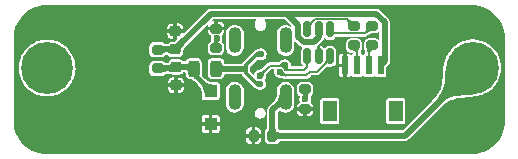
<source format=gbr>
%TF.GenerationSoftware,KiCad,Pcbnew,(6.0.2)*%
%TF.CreationDate,2022-03-01T17:48:04+01:00*%
%TF.ProjectId,daughterboard,64617567-6874-4657-9262-6f6172642e6b,1.0*%
%TF.SameCoordinates,Original*%
%TF.FileFunction,Copper,L1,Top*%
%TF.FilePolarity,Positive*%
%FSLAX46Y46*%
G04 Gerber Fmt 4.6, Leading zero omitted, Abs format (unit mm)*
G04 Created by KiCad (PCBNEW (6.0.2)) date 2022-03-01 17:48:04*
%MOMM*%
%LPD*%
G01*
G04 APERTURE LIST*
G04 Aperture macros list*
%AMRoundRect*
0 Rectangle with rounded corners*
0 $1 Rounding radius*
0 $2 $3 $4 $5 $6 $7 $8 $9 X,Y pos of 4 corners*
0 Add a 4 corners polygon primitive as box body*
4,1,4,$2,$3,$4,$5,$6,$7,$8,$9,$2,$3,0*
0 Add four circle primitives for the rounded corners*
1,1,$1+$1,$2,$3*
1,1,$1+$1,$4,$5*
1,1,$1+$1,$6,$7*
1,1,$1+$1,$8,$9*
0 Add four rect primitives between the rounded corners*
20,1,$1+$1,$2,$3,$4,$5,0*
20,1,$1+$1,$4,$5,$6,$7,0*
20,1,$1+$1,$6,$7,$8,$9,0*
20,1,$1+$1,$8,$9,$2,$3,0*%
G04 Aperture macros list end*
%TA.AperFunction,SMDPad,CuDef*%
%ADD10R,1.200000X1.800000*%
%TD*%
%TA.AperFunction,SMDPad,CuDef*%
%ADD11R,0.600000X1.550000*%
%TD*%
%TA.AperFunction,SMDPad,CuDef*%
%ADD12RoundRect,0.225000X0.250000X-0.225000X0.250000X0.225000X-0.250000X0.225000X-0.250000X-0.225000X0*%
%TD*%
%TA.AperFunction,SMDPad,CuDef*%
%ADD13R,1.100000X1.100000*%
%TD*%
%TA.AperFunction,SMDPad,CuDef*%
%ADD14RoundRect,0.170000X0.330000X-0.255000X0.330000X0.255000X-0.330000X0.255000X-0.330000X-0.255000X0*%
%TD*%
%TA.AperFunction,SMDPad,CuDef*%
%ADD15RoundRect,0.150000X0.150000X-0.512500X0.150000X0.512500X-0.150000X0.512500X-0.150000X-0.512500X0*%
%TD*%
%TA.AperFunction,SMDPad,CuDef*%
%ADD16RoundRect,0.170000X0.255000X0.330000X-0.255000X0.330000X-0.255000X-0.330000X0.255000X-0.330000X0*%
%TD*%
%TA.AperFunction,SMDPad,CuDef*%
%ADD17RoundRect,0.200000X-0.275000X0.200000X-0.275000X-0.200000X0.275000X-0.200000X0.275000X0.200000X0*%
%TD*%
%TA.AperFunction,SMDPad,CuDef*%
%ADD18RoundRect,0.243750X0.243750X0.456250X-0.243750X0.456250X-0.243750X-0.456250X0.243750X-0.456250X0*%
%TD*%
%TA.AperFunction,ComponentPad*%
%ADD19C,4.400000*%
%TD*%
%TA.AperFunction,SMDPad,CuDef*%
%ADD20RoundRect,0.225000X-0.250000X0.225000X-0.250000X-0.225000X0.250000X-0.225000X0.250000X0.225000X0*%
%TD*%
%TA.AperFunction,SMDPad,CuDef*%
%ADD21RoundRect,0.200000X0.275000X-0.200000X0.275000X0.200000X-0.275000X0.200000X-0.275000X-0.200000X0*%
%TD*%
%TA.AperFunction,ComponentPad*%
%ADD22O,1.100000X2.200000*%
%TD*%
%TA.AperFunction,ViaPad*%
%ADD23C,0.600000*%
%TD*%
%TA.AperFunction,Conductor*%
%ADD24C,0.381000*%
%TD*%
%TA.AperFunction,Conductor*%
%ADD25C,0.500000*%
%TD*%
%TA.AperFunction,Conductor*%
%ADD26C,0.300000*%
%TD*%
%TA.AperFunction,Conductor*%
%ADD27C,0.200000*%
%TD*%
G04 APERTURE END LIST*
D10*
%TO.P,J2,*%
%TO.N,*%
X108439000Y-60210000D03*
X114039000Y-60210000D03*
D11*
%TO.P,J2,1,Pin_1*%
%TO.N,GND*%
X109739000Y-56335000D03*
%TO.P,J2,2,Pin_2*%
%TO.N,/DC-*%
X110739000Y-56335000D03*
%TO.P,J2,3,Pin_3*%
%TO.N,/DC+*%
X111739000Y-56335000D03*
%TO.P,J2,4,Pin_4*%
%TO.N,VCC*%
X112739000Y-56335000D03*
%TD*%
D12*
%TO.P,C2,1*%
%TO.N,VCC*%
X95357000Y-54986000D03*
%TO.P,C2,2*%
%TO.N,GND*%
X95357000Y-53436000D03*
%TD*%
D13*
%TO.P,D1,1,A1*%
%TO.N,GND*%
X98354000Y-61302000D03*
%TO.P,D1,2,A2*%
%TO.N,Net-(C1-Pad1)*%
X98354000Y-58502000D03*
%TD*%
D14*
%TO.P,FB1,1*%
%TO.N,Net-(C1-Pad1)*%
X93869000Y-56603000D03*
%TO.P,FB1,2*%
%TO.N,VCC*%
X93869000Y-55003000D03*
%TD*%
D15*
%TO.P,U1,1,IO1*%
%TO.N,/DUSB-*%
X106539000Y-55571500D03*
%TO.P,U1,2,GND*%
%TO.N,GND*%
X107489000Y-55571500D03*
%TO.P,U1,3,IO2*%
%TO.N,/DUSB+*%
X108439000Y-55571500D03*
%TO.P,U1,4,IO2*%
%TO.N,/D+*%
X108439000Y-53296500D03*
%TO.P,U1,5,VBUS*%
%TO.N,VCC*%
X107489000Y-53296500D03*
%TO.P,U1,6,IO1*%
%TO.N,/D-*%
X106539000Y-53296500D03*
%TD*%
D16*
%TO.P,FB2,1*%
%TO.N,Net-(FB2-Pad1)*%
X103581000Y-62296000D03*
%TO.P,FB2,2*%
%TO.N,GND*%
X101981000Y-62296000D03*
%TD*%
D17*
%TO.P,R1,1*%
%TO.N,Net-(J1-PadA5)*%
X106350000Y-58370000D03*
%TO.P,R1,2*%
%TO.N,GND*%
X106350000Y-60020000D03*
%TD*%
D18*
%TO.P,F1,1*%
%TO.N,Net-(F1-Pad1)*%
X98806500Y-56611000D03*
%TO.P,F1,2*%
%TO.N,Net-(C1-Pad1)*%
X96931500Y-56611000D03*
%TD*%
D19*
%TO.P,H2,1,1*%
%TO.N,unconnected-(H2-Pad1)*%
X84508000Y-56560000D03*
%TD*%
D17*
%TO.P,R3,1*%
%TO.N,/D-*%
X110477000Y-53005000D03*
%TO.P,R3,2*%
%TO.N,/DC-*%
X110477000Y-54655000D03*
%TD*%
%TO.P,R4,1*%
%TO.N,/D+*%
X112002000Y-53005000D03*
%TO.P,R4,2*%
%TO.N,/DC+*%
X112002000Y-54655000D03*
%TD*%
D20*
%TO.P,C1,1*%
%TO.N,Net-(C1-Pad1)*%
X95407000Y-56464000D03*
%TO.P,C1,2*%
%TO.N,GND*%
X95407000Y-58014000D03*
%TD*%
D19*
%TO.P,H1,1,1*%
%TO.N,Net-(FB2-Pad1)*%
X120539000Y-56529000D03*
%TD*%
D21*
%TO.P,R2,1*%
%TO.N,Net-(J1-PadB5)*%
X98790000Y-54868000D03*
%TO.P,R2,2*%
%TO.N,GND*%
X98790000Y-53218000D03*
%TD*%
D22*
%TO.P,J1,S1,SHIELD*%
%TO.N,Net-(FB2-Pad1)*%
X104701000Y-59030000D03*
%TO.P,J1,S2*%
%TO.N,N/C*%
X100401000Y-59030000D03*
%TO.P,J1,S3*%
X104701000Y-54230000D03*
%TO.P,J1,S4*%
X100401000Y-54230000D03*
%TD*%
D23*
%TO.N,GND*%
X102548000Y-54460000D03*
X102555000Y-58809000D03*
%TO.N,Net-(F1-Pad1)*%
X102582000Y-55387000D03*
X102549341Y-57911830D03*
%TO.N,/DUSB+*%
X104218000Y-56880500D03*
%TO.N,/DUSB-*%
X104638000Y-56309500D03*
X102520138Y-57212938D03*
%TO.N,Net-(J1-PadA5)*%
X106361000Y-59148000D03*
%TO.N,Net-(J1-PadB5)*%
X98849000Y-54054000D03*
%TD*%
D24*
%TO.N,Net-(C1-Pad1)*%
X96931500Y-56611000D02*
X96931500Y-57079500D01*
X96931500Y-57079500D02*
X98354000Y-58502000D01*
D25*
X96784500Y-56464000D02*
X96931500Y-56611000D01*
X95407000Y-56464000D02*
X96784500Y-56464000D01*
X95268000Y-56603000D02*
X95407000Y-56464000D01*
X93869000Y-56603000D02*
X95268000Y-56603000D01*
%TO.N,VCC*%
X93886000Y-54986000D02*
X93869000Y-55003000D01*
X107489000Y-53296500D02*
X107489000Y-53958999D01*
X105785000Y-52948000D02*
X104886000Y-52049000D01*
X105785000Y-53915584D02*
X105785000Y-52948000D01*
X106242416Y-54373000D02*
X105785000Y-53915584D01*
X107074999Y-54373000D02*
X106242416Y-54373000D01*
X95357000Y-54986000D02*
X93886000Y-54986000D01*
X104886000Y-52049000D02*
X104950040Y-51984960D01*
X113075000Y-52706000D02*
X113075000Y-55999000D01*
X104950040Y-51984960D02*
X112353960Y-51984960D01*
X113075000Y-55999000D02*
X112739000Y-56335000D01*
X104950040Y-51984960D02*
X98358040Y-51984960D01*
X112353960Y-51984960D02*
X113075000Y-52706000D01*
X107489000Y-53958999D02*
X107074999Y-54373000D01*
X98358040Y-51984960D02*
X95357000Y-54986000D01*
D26*
%TO.N,Net-(F1-Pad1)*%
X102290000Y-55387000D02*
X101358000Y-56319000D01*
X101358000Y-56319000D02*
X101358000Y-56611000D01*
D25*
X98840500Y-56645000D02*
X101201000Y-56645000D01*
D26*
X102582000Y-55387000D02*
X102290000Y-55387000D01*
X101358000Y-57001000D02*
X101358000Y-56611000D01*
X102268830Y-57911830D02*
X101358000Y-57001000D01*
X102549341Y-57911830D02*
X102268830Y-57911830D01*
D25*
X98806500Y-56611000D02*
X98840500Y-56645000D01*
%TO.N,Net-(FB2-Pad1)*%
X114790000Y-62278000D02*
X103599000Y-62278000D01*
X120539000Y-56529000D02*
X114790000Y-62278000D01*
X103581000Y-62296000D02*
X103581000Y-60150000D01*
X103581000Y-60150000D02*
X104701000Y-59030000D01*
X103599000Y-62278000D02*
X103581000Y-62296000D01*
D27*
%TO.N,/DUSB+*%
X107334352Y-56887100D02*
X108439000Y-55782452D01*
X104621301Y-57182000D02*
X106450200Y-57182000D01*
X106745100Y-56887100D02*
X107334352Y-56887100D01*
X104218000Y-56880500D02*
X104319801Y-56880500D01*
X104319801Y-56880500D02*
X104621301Y-57182000D01*
X106450200Y-57182000D02*
X106745100Y-56887100D01*
X108439000Y-55782452D02*
X108439000Y-55571500D01*
%TO.N,/DUSB-*%
X106539000Y-56456800D02*
X106539000Y-55571500D01*
X106263800Y-56732000D02*
X106539000Y-56456800D01*
X104638000Y-56562301D02*
X104807699Y-56732000D01*
X104638000Y-56309500D02*
X104566511Y-56380989D01*
X103352087Y-56380989D02*
X102520138Y-57212938D01*
X104638000Y-56309500D02*
X104638000Y-56562301D01*
X104807699Y-56732000D02*
X106263800Y-56732000D01*
X104566511Y-56380989D02*
X103352087Y-56380989D01*
%TO.N,Net-(J1-PadA5)*%
X106361000Y-58381000D02*
X106350000Y-58370000D01*
X106361000Y-59148000D02*
X106361000Y-58381000D01*
%TO.N,Net-(J1-PadB5)*%
X98849000Y-54809000D02*
X98790000Y-54868000D01*
X98849000Y-54054000D02*
X98849000Y-54809000D01*
%TO.N,/D+*%
X108439000Y-53296500D02*
X108747020Y-53604520D01*
X111402480Y-53604520D02*
X112002000Y-53005000D01*
X108747020Y-53604520D02*
X111402480Y-53604520D01*
%TO.N,/D-*%
X107190068Y-52434480D02*
X106539000Y-53085548D01*
X106539000Y-53085548D02*
X106539000Y-53296500D01*
X110477000Y-53005000D02*
X109906480Y-52434480D01*
X109906480Y-52434480D02*
X107190068Y-52434480D01*
%TO.N,/DC-*%
X110739000Y-56335000D02*
X110739000Y-54917000D01*
X110739000Y-54917000D02*
X110477000Y-54655000D01*
%TO.N,/DC+*%
X111739000Y-56335000D02*
X111739000Y-54918000D01*
X111739000Y-54918000D02*
X112002000Y-54655000D01*
%TD*%
%TA.AperFunction,Conductor*%
%TO.N,/DUSB-*%
G36*
X106547433Y-55430269D02*
G01*
X106803187Y-55696222D01*
X106806452Y-55704561D01*
X106805144Y-55709712D01*
X106782318Y-55753793D01*
X106782054Y-55754274D01*
X106756561Y-55798315D01*
X106756404Y-55798577D01*
X106732274Y-55837786D01*
X106709970Y-55874317D01*
X106689981Y-55910306D01*
X106672713Y-55948020D01*
X106658574Y-55989729D01*
X106647971Y-56037700D01*
X106641310Y-56094201D01*
X106641302Y-56094445D01*
X106639388Y-56150201D01*
X106635680Y-56158352D01*
X106627695Y-56161500D01*
X106450305Y-56161500D01*
X106442032Y-56158073D01*
X106438612Y-56150202D01*
X106436697Y-56094446D01*
X106436697Y-56094445D01*
X106436689Y-56094201D01*
X106430028Y-56037700D01*
X106419425Y-55989729D01*
X106405286Y-55948020D01*
X106388018Y-55910306D01*
X106368029Y-55874317D01*
X106345725Y-55837786D01*
X106321595Y-55798577D01*
X106321438Y-55798315D01*
X106295945Y-55754274D01*
X106295681Y-55753793D01*
X106289612Y-55742072D01*
X106272855Y-55709711D01*
X106272094Y-55700790D01*
X106274812Y-55696222D01*
X106530567Y-55430269D01*
X106538771Y-55426681D01*
X106547433Y-55430269D01*
G37*
%TD.AperFunction*%
%TD*%
%TA.AperFunction,Conductor*%
%TO.N,/DUSB-*%
G36*
X104623447Y-56168722D02*
G01*
X104777276Y-56283889D01*
X104778948Y-56285141D01*
X104778949Y-56285142D01*
X104851031Y-56339107D01*
X104918867Y-56389894D01*
X104923436Y-56397594D01*
X104922977Y-56402892D01*
X104915782Y-56424916D01*
X104915684Y-56425202D01*
X104904416Y-56456714D01*
X104893098Y-56488780D01*
X104883255Y-56520152D01*
X104883211Y-56520343D01*
X104883208Y-56520352D01*
X104877075Y-56546665D01*
X104876361Y-56549727D01*
X104873889Y-56576401D01*
X104877314Y-56599069D01*
X104888110Y-56616628D01*
X104907749Y-56627973D01*
X104923399Y-56630077D01*
X104927567Y-56630637D01*
X104935310Y-56635136D01*
X104937708Y-56642233D01*
X104937708Y-56819805D01*
X104934281Y-56828078D01*
X104925524Y-56831495D01*
X104861393Y-56828836D01*
X104848640Y-56828307D01*
X104847444Y-56828196D01*
X104789655Y-56819805D01*
X104772643Y-56817335D01*
X104771152Y-56817018D01*
X104707977Y-56799219D01*
X104706300Y-56798604D01*
X104671424Y-56782717D01*
X104652440Y-56774070D01*
X104650823Y-56773171D01*
X104603878Y-56741962D01*
X104602549Y-56740933D01*
X104592823Y-56732219D01*
X104590205Y-56728817D01*
X104546467Y-56642977D01*
X104546050Y-56642158D01*
X104456342Y-56552450D01*
X104433666Y-56540896D01*
X104392678Y-56482176D01*
X104606966Y-56171332D01*
X104608152Y-56169612D01*
X104609697Y-56168523D01*
X104618434Y-56166560D01*
X104623447Y-56168722D01*
G37*
%TD.AperFunction*%
%TD*%
%TA.AperFunction,Conductor*%
%TO.N,/DUSB-*%
G36*
X102874613Y-56733030D02*
G01*
X103000046Y-56858463D01*
X103003473Y-56866736D01*
X103000325Y-56874720D01*
X102987946Y-56887979D01*
X102965609Y-56911904D01*
X102962086Y-56915677D01*
X102961943Y-56915858D01*
X102961938Y-56915864D01*
X102950995Y-56929732D01*
X102926844Y-56960339D01*
X102900422Y-57001757D01*
X102880927Y-57041247D01*
X102866469Y-57080125D01*
X102855156Y-57119708D01*
X102855127Y-57119828D01*
X102845096Y-57161309D01*
X102834434Y-57206094D01*
X102834357Y-57206399D01*
X102821241Y-57255571D01*
X102821087Y-57256098D01*
X102806062Y-57303398D01*
X102800291Y-57310246D01*
X102795140Y-57311554D01*
X102650790Y-57314376D01*
X102426237Y-57318766D01*
X102417898Y-57315501D01*
X102414310Y-57306839D01*
X102421522Y-56937936D01*
X102425110Y-56929732D01*
X102429678Y-56927014D01*
X102476977Y-56911988D01*
X102477504Y-56911834D01*
X102526676Y-56898718D01*
X102526981Y-56898641D01*
X102571766Y-56887979D01*
X102613247Y-56877948D01*
X102613246Y-56877948D01*
X102613367Y-56877919D01*
X102652950Y-56866606D01*
X102691828Y-56852148D01*
X102692106Y-56852011D01*
X102731021Y-56832800D01*
X102731026Y-56832797D01*
X102731318Y-56832653D01*
X102731591Y-56832479D01*
X102731596Y-56832476D01*
X102748645Y-56821599D01*
X102772736Y-56806231D01*
X102817398Y-56770989D01*
X102832322Y-56757056D01*
X102858356Y-56732751D01*
X102866742Y-56729610D01*
X102874613Y-56733030D01*
G37*
%TD.AperFunction*%
%TD*%
%TA.AperFunction,Conductor*%
%TO.N,/DUSB-*%
G36*
X104453889Y-56082596D02*
G01*
X104733187Y-56244500D01*
X104773224Y-56267709D01*
X104778663Y-56274823D01*
X104778884Y-56279831D01*
X104778521Y-56281922D01*
X104575310Y-56602876D01*
X104513023Y-56587751D01*
X104482416Y-56578524D01*
X104456342Y-56552450D01*
X104343304Y-56494854D01*
X104218000Y-56475008D01*
X104217091Y-56475152D01*
X104151279Y-56485575D01*
X104148349Y-56485667D01*
X104121353Y-56483118D01*
X104121349Y-56483118D01*
X104121161Y-56483100D01*
X104120980Y-56483095D01*
X104120966Y-56483094D01*
X104057880Y-56481310D01*
X104049707Y-56477651D01*
X104046511Y-56469615D01*
X104046511Y-56292245D01*
X104049938Y-56283972D01*
X104057758Y-56280554D01*
X104100427Y-56278902D01*
X104108247Y-56278599D01*
X104144004Y-56273771D01*
X104159803Y-56271638D01*
X104159808Y-56271637D01*
X104160149Y-56271591D01*
X104204097Y-56260209D01*
X104204455Y-56260062D01*
X104204462Y-56260060D01*
X104241610Y-56244840D01*
X104241612Y-56244839D01*
X104241966Y-56244694D01*
X104275634Y-56225290D01*
X104275892Y-56225100D01*
X104275897Y-56225097D01*
X104287934Y-56216245D01*
X104306980Y-56202239D01*
X104337880Y-56175784D01*
X104370213Y-56146167D01*
X104370228Y-56146154D01*
X104388828Y-56129174D01*
X104405760Y-56113718D01*
X104405958Y-56113542D01*
X104422193Y-56099541D01*
X104440380Y-56083858D01*
X104448883Y-56081050D01*
X104453889Y-56082596D01*
G37*
%TD.AperFunction*%
%TD*%
%TA.AperFunction,Conductor*%
%TO.N,Net-(J1-PadA5)*%
G36*
X106463310Y-58625298D02*
G01*
X106469971Y-58681799D01*
X106480574Y-58729770D01*
X106494713Y-58771479D01*
X106511981Y-58809193D01*
X106526862Y-58835986D01*
X106531970Y-58845182D01*
X106532021Y-58845265D01*
X106532023Y-58845269D01*
X106554274Y-58881713D01*
X106578399Y-58920913D01*
X106578561Y-58921184D01*
X106604054Y-58965225D01*
X106604318Y-58965706D01*
X106627145Y-59009789D01*
X106627906Y-59018710D01*
X106625188Y-59023278D01*
X106369433Y-59289231D01*
X106361229Y-59292819D01*
X106352567Y-59289231D01*
X106096812Y-59023278D01*
X106093547Y-59014939D01*
X106094855Y-59009788D01*
X106117681Y-58965706D01*
X106117945Y-58965225D01*
X106143438Y-58921184D01*
X106143600Y-58920913D01*
X106167725Y-58881713D01*
X106189976Y-58845269D01*
X106189978Y-58845265D01*
X106190029Y-58845182D01*
X106190083Y-58845086D01*
X106191198Y-58843077D01*
X106210018Y-58809193D01*
X106227286Y-58771479D01*
X106241425Y-58729770D01*
X106252028Y-58681799D01*
X106258689Y-58625298D01*
X106261000Y-58558000D01*
X106461000Y-58558000D01*
X106463310Y-58625298D01*
G37*
%TD.AperFunction*%
%TD*%
%TA.AperFunction,Conductor*%
%TO.N,Net-(J1-PadA5)*%
G36*
X106352379Y-58178954D02*
G01*
X106353678Y-58180184D01*
X106694691Y-58556426D01*
X106697708Y-58564857D01*
X106696107Y-58570214D01*
X106663658Y-58625389D01*
X106663364Y-58625863D01*
X106653077Y-58641562D01*
X106627856Y-58680055D01*
X106627693Y-58680298D01*
X106593850Y-58729232D01*
X106562403Y-58775484D01*
X106534056Y-58821692D01*
X106509444Y-58870596D01*
X106489199Y-58924938D01*
X106473955Y-58987458D01*
X106464344Y-59060898D01*
X106461000Y-59148000D01*
X106261000Y-59148000D01*
X106257603Y-59062709D01*
X106247810Y-58990825D01*
X106232217Y-58929709D01*
X106211417Y-58876721D01*
X106186007Y-58829224D01*
X106180905Y-58821483D01*
X106156660Y-58784696D01*
X106156650Y-58784682D01*
X106156581Y-58784577D01*
X106123736Y-58740142D01*
X106115431Y-58729232D01*
X106088115Y-58693346D01*
X106087975Y-58693157D01*
X106050316Y-58641562D01*
X106050015Y-58641129D01*
X106015377Y-58588885D01*
X106013661Y-58580096D01*
X106016041Y-58575050D01*
X106019964Y-58570214D01*
X106335923Y-58180671D01*
X106343795Y-58176404D01*
X106352379Y-58178954D01*
G37*
%TD.AperFunction*%
%TD*%
%TA.AperFunction,Conductor*%
%TO.N,Net-(J1-PadB5)*%
G36*
X98857433Y-53912769D02*
G01*
X99113187Y-54178722D01*
X99116452Y-54187061D01*
X99115144Y-54192212D01*
X99092318Y-54236293D01*
X99092054Y-54236774D01*
X99066561Y-54280815D01*
X99066404Y-54281077D01*
X99042274Y-54320286D01*
X99019970Y-54356817D01*
X98999981Y-54392806D01*
X98982713Y-54430520D01*
X98968574Y-54472229D01*
X98957971Y-54520200D01*
X98951310Y-54576701D01*
X98949000Y-54644000D01*
X98749000Y-54644000D01*
X98746689Y-54576701D01*
X98740028Y-54520200D01*
X98729425Y-54472229D01*
X98715286Y-54430520D01*
X98698018Y-54392806D01*
X98678029Y-54356817D01*
X98655725Y-54320286D01*
X98631595Y-54281077D01*
X98631438Y-54280815D01*
X98605945Y-54236774D01*
X98605681Y-54236293D01*
X98599612Y-54224572D01*
X98582855Y-54192211D01*
X98582094Y-54183290D01*
X98584812Y-54178722D01*
X98840567Y-53912769D01*
X98848771Y-53909181D01*
X98857433Y-53912769D01*
G37*
%TD.AperFunction*%
%TD*%
%TA.AperFunction,Conductor*%
%TO.N,Net-(J1-PadB5)*%
G36*
X98952728Y-54166879D02*
G01*
X98963247Y-54248496D01*
X98979553Y-54317453D01*
X99000646Y-54377351D01*
X99004221Y-54385173D01*
X99025525Y-54431792D01*
X99025597Y-54431929D01*
X99025600Y-54431935D01*
X99053186Y-54484376D01*
X99082558Y-54538575D01*
X99082709Y-54538864D01*
X99103301Y-54579522D01*
X99112705Y-54598091D01*
X99112987Y-54598690D01*
X99142686Y-54666625D01*
X99142993Y-54667402D01*
X99168801Y-54740196D01*
X99168336Y-54749139D01*
X99164930Y-54753362D01*
X98770370Y-55058406D01*
X98761729Y-55060755D01*
X98753685Y-55055939D01*
X98464273Y-54649730D01*
X98462264Y-54641004D01*
X98464350Y-54636046D01*
X98505392Y-54579787D01*
X98505790Y-54579271D01*
X98538993Y-54538706D01*
X98549609Y-54525736D01*
X98549827Y-54525478D01*
X98591076Y-54478117D01*
X98628954Y-54434079D01*
X98629054Y-54433963D01*
X98629140Y-54433852D01*
X98629153Y-54433836D01*
X98662799Y-54390352D01*
X98662981Y-54390117D01*
X98692205Y-54343536D01*
X98716073Y-54291177D01*
X98733930Y-54229997D01*
X98745123Y-54156952D01*
X98749000Y-54069000D01*
X98949000Y-54069000D01*
X98952728Y-54166879D01*
G37*
%TD.AperFunction*%
%TD*%
%TA.AperFunction,Conductor*%
%TO.N,/D+*%
G36*
X108713768Y-53197880D02*
G01*
X108721972Y-53201468D01*
X108724779Y-53206329D01*
X108734894Y-53241320D01*
X108735112Y-53242201D01*
X108744006Y-53285242D01*
X108744079Y-53285631D01*
X108751335Y-53327996D01*
X108758767Y-53368375D01*
X108768217Y-53405493D01*
X108781561Y-53438274D01*
X108800677Y-53465643D01*
X108827440Y-53486524D01*
X108828294Y-53486837D01*
X108828295Y-53486838D01*
X108846242Y-53493424D01*
X108863726Y-53499841D01*
X108864465Y-53499913D01*
X108864467Y-53499914D01*
X108894705Y-53502881D01*
X108900855Y-53503484D01*
X108908754Y-53507702D01*
X108911413Y-53515128D01*
X108911413Y-53692631D01*
X108907986Y-53700904D01*
X108899526Y-53704330D01*
X108830991Y-53703234D01*
X108830544Y-53703217D01*
X108762676Y-53699398D01*
X108762070Y-53699348D01*
X108703959Y-53693040D01*
X108703244Y-53692940D01*
X108652175Y-53684181D01*
X108651441Y-53684029D01*
X108604715Y-53672841D01*
X108604058Y-53672663D01*
X108558931Y-53659035D01*
X108558468Y-53658885D01*
X108549824Y-53655877D01*
X108512159Y-53642770D01*
X108512006Y-53642715D01*
X108488071Y-53633834D01*
X108461961Y-53624145D01*
X108461949Y-53624141D01*
X108405646Y-53603178D01*
X108348145Y-53582603D01*
X108341511Y-53576590D01*
X108340390Y-53571817D01*
X108339075Y-53504520D01*
X108333172Y-53202599D01*
X108336437Y-53194260D01*
X108345099Y-53190672D01*
X108713768Y-53197880D01*
G37*
%TD.AperFunction*%
%TD*%
%TA.AperFunction,Conductor*%
%TO.N,/D+*%
G36*
X112139595Y-52867082D02*
G01*
X112143183Y-52875744D01*
X112134760Y-53306665D01*
X112133436Y-53374375D01*
X112129848Y-53382579D01*
X112125169Y-53385331D01*
X112056227Y-53406481D01*
X112055460Y-53406689D01*
X111986774Y-53422750D01*
X111986231Y-53422863D01*
X111923600Y-53434410D01*
X111923446Y-53434437D01*
X111865304Y-53444355D01*
X111865193Y-53444374D01*
X111809704Y-53455619D01*
X111809487Y-53455681D01*
X111809482Y-53455682D01*
X111755648Y-53471012D01*
X111755643Y-53471014D01*
X111755333Y-53471102D01*
X111755024Y-53471229D01*
X111755025Y-53471229D01*
X111700685Y-53493623D01*
X111700681Y-53493625D01*
X111700334Y-53493768D01*
X111642960Y-53526563D01*
X111642665Y-53526783D01*
X111581709Y-53572249D01*
X111581703Y-53572254D01*
X111581463Y-53572433D01*
X111522355Y-53626738D01*
X111513945Y-53629811D01*
X111506167Y-53626394D01*
X111380606Y-53500833D01*
X111377179Y-53492560D01*
X111380263Y-53484645D01*
X111417243Y-53444392D01*
X111434566Y-53425536D01*
X111434748Y-53425292D01*
X111434753Y-53425286D01*
X111480216Y-53364334D01*
X111480436Y-53364039D01*
X111513231Y-53306665D01*
X111535897Y-53251666D01*
X111551380Y-53197295D01*
X111562625Y-53141806D01*
X111572562Y-53083553D01*
X111572589Y-53083399D01*
X111584136Y-53020768D01*
X111584249Y-53020225D01*
X111600309Y-52951540D01*
X111600517Y-52950772D01*
X111621669Y-52881830D01*
X111627371Y-52874926D01*
X111632623Y-52873564D01*
X111971492Y-52866940D01*
X112131256Y-52863817D01*
X112139595Y-52867082D01*
G37*
%TD.AperFunction*%
%TD*%
%TA.AperFunction,Conductor*%
%TO.N,/D-*%
G36*
X106773366Y-52725947D02*
G01*
X106898798Y-52851379D01*
X106902225Y-52859652D01*
X106899175Y-52867530D01*
X106881162Y-52887308D01*
X106870171Y-52899376D01*
X106843150Y-52936939D01*
X106842955Y-52937315D01*
X106842952Y-52937319D01*
X106840161Y-52942688D01*
X106824510Y-52972790D01*
X106824364Y-52973237D01*
X106824362Y-52973243D01*
X106816566Y-52997198D01*
X106813130Y-53007755D01*
X106807892Y-53042662D01*
X106807890Y-53043065D01*
X106807889Y-53043072D01*
X106807869Y-53046399D01*
X106807673Y-53078336D01*
X106811353Y-53115606D01*
X106817813Y-53155297D01*
X106817828Y-53155374D01*
X106825922Y-53198181D01*
X106825910Y-53198240D01*
X106825932Y-53198236D01*
X106833097Y-53237145D01*
X106831225Y-53245902D01*
X106827460Y-53249385D01*
X106508165Y-53434581D01*
X106499289Y-53435767D01*
X106491953Y-53429930D01*
X106319446Y-53103770D01*
X106318607Y-53094855D01*
X106321287Y-53090261D01*
X106332847Y-53078037D01*
X106362779Y-53046386D01*
X106363248Y-53045919D01*
X106406088Y-53005723D01*
X106406619Y-53005254D01*
X106445164Y-52973243D01*
X106446678Y-52971985D01*
X106447139Y-52971623D01*
X106485867Y-52942668D01*
X106486101Y-52942498D01*
X106524964Y-52915252D01*
X106565181Y-52887270D01*
X106592274Y-52867530D01*
X106607878Y-52856161D01*
X106607894Y-52856149D01*
X106607976Y-52856089D01*
X106654693Y-52819158D01*
X106677949Y-52798924D01*
X106706597Y-52774000D01*
X106706609Y-52773989D01*
X106706678Y-52773929D01*
X106757005Y-52725767D01*
X106765350Y-52722523D01*
X106773366Y-52725947D01*
G37*
%TD.AperFunction*%
%TD*%
%TA.AperFunction,Conductor*%
%TO.N,/D-*%
G36*
X109997355Y-52383263D02*
G01*
X110056463Y-52437566D01*
X110056703Y-52437745D01*
X110056709Y-52437750D01*
X110117665Y-52483216D01*
X110117960Y-52483436D01*
X110175334Y-52516231D01*
X110175681Y-52516374D01*
X110175685Y-52516376D01*
X110221113Y-52535097D01*
X110230333Y-52538897D01*
X110230643Y-52538985D01*
X110230648Y-52538987D01*
X110284482Y-52554317D01*
X110284487Y-52554318D01*
X110284704Y-52554380D01*
X110340193Y-52565625D01*
X110340299Y-52565643D01*
X110340304Y-52565644D01*
X110398446Y-52575562D01*
X110398600Y-52575589D01*
X110461231Y-52587136D01*
X110461773Y-52587249D01*
X110530469Y-52603312D01*
X110531217Y-52603514D01*
X110589141Y-52621285D01*
X110600170Y-52624669D01*
X110607074Y-52630371D01*
X110608436Y-52635623D01*
X110610841Y-52758648D01*
X110618183Y-53134256D01*
X110614918Y-53142595D01*
X110606256Y-53146183D01*
X110446492Y-53143060D01*
X110107624Y-53136436D01*
X110099421Y-53132848D01*
X110096669Y-53128170D01*
X110075517Y-53059227D01*
X110075309Y-53058459D01*
X110059249Y-52989774D01*
X110059136Y-52989231D01*
X110047589Y-52926600D01*
X110047562Y-52926446D01*
X110037644Y-52868304D01*
X110037643Y-52868299D01*
X110037625Y-52868193D01*
X110026380Y-52812704D01*
X110010897Y-52758333D01*
X109988231Y-52703334D01*
X109955436Y-52645960D01*
X109939555Y-52624669D01*
X109909750Y-52584709D01*
X109909745Y-52584703D01*
X109909566Y-52584463D01*
X109855263Y-52525355D01*
X109852189Y-52516945D01*
X109855606Y-52509167D01*
X109981167Y-52383606D01*
X109989440Y-52380179D01*
X109997355Y-52383263D01*
G37*
%TD.AperFunction*%
%TD*%
%TA.AperFunction,Conductor*%
%TO.N,/DC-*%
G36*
X110835968Y-55748427D02*
G01*
X110839388Y-55756298D01*
X110841310Y-55812298D01*
X110847971Y-55868799D01*
X110858574Y-55916770D01*
X110872713Y-55958479D01*
X110889981Y-55996193D01*
X110909970Y-56032182D01*
X110910021Y-56032265D01*
X110910023Y-56032269D01*
X110932274Y-56068713D01*
X110956399Y-56107913D01*
X110956561Y-56108184D01*
X110982054Y-56152225D01*
X110982318Y-56152706D01*
X111005145Y-56196789D01*
X111005906Y-56205710D01*
X111003188Y-56210278D01*
X110747433Y-56476231D01*
X110739229Y-56479819D01*
X110730567Y-56476231D01*
X110474812Y-56210278D01*
X110471547Y-56201939D01*
X110472855Y-56196788D01*
X110495681Y-56152706D01*
X110495945Y-56152225D01*
X110521438Y-56108184D01*
X110521600Y-56107913D01*
X110545725Y-56068713D01*
X110567976Y-56032269D01*
X110567978Y-56032265D01*
X110568029Y-56032182D01*
X110588018Y-55996193D01*
X110605286Y-55958479D01*
X110619425Y-55916770D01*
X110630028Y-55868799D01*
X110636689Y-55812298D01*
X110638612Y-55756298D01*
X110642321Y-55748148D01*
X110650305Y-55745000D01*
X110827695Y-55745000D01*
X110835968Y-55748427D01*
G37*
%TD.AperFunction*%
%TD*%
%TA.AperFunction,Conductor*%
%TO.N,/DC-*%
G36*
X110607185Y-54529490D02*
G01*
X110856384Y-54556115D01*
X110864246Y-54560402D01*
X110866583Y-54565305D01*
X110884888Y-54650998D01*
X110885056Y-54651995D01*
X110895091Y-54732538D01*
X110895176Y-54733660D01*
X110897158Y-54804997D01*
X110897139Y-54806069D01*
X110892914Y-54872107D01*
X110892835Y-54872911D01*
X110884190Y-54937538D01*
X110884131Y-54937929D01*
X110872860Y-55004895D01*
X110872848Y-55004965D01*
X110870880Y-55016878D01*
X110860833Y-55077699D01*
X110849942Y-55159850D01*
X110842045Y-55255050D01*
X110842041Y-55255202D01*
X110839310Y-55355618D01*
X110835659Y-55363795D01*
X110827614Y-55367000D01*
X110649999Y-55367000D01*
X110641726Y-55363573D01*
X110638321Y-55356022D01*
X110634992Y-55302198D01*
X110634991Y-55302193D01*
X110634964Y-55301752D01*
X110623203Y-55247655D01*
X110604238Y-55203075D01*
X110578589Y-55166375D01*
X110546775Y-55135918D01*
X110530261Y-55124522D01*
X110509582Y-55110252D01*
X110509575Y-55110248D01*
X110509316Y-55110069D01*
X110466732Y-55087192D01*
X110419545Y-55065650D01*
X110368272Y-55043807D01*
X110368203Y-55043777D01*
X110321010Y-55023313D01*
X110314783Y-55016878D01*
X110313992Y-55011792D01*
X110338325Y-54650998D01*
X110347566Y-54513978D01*
X110351541Y-54505955D01*
X110360481Y-54503132D01*
X110607185Y-54529490D01*
G37*
%TD.AperFunction*%
%TD*%
%TA.AperFunction,Conductor*%
%TO.N,/DC+*%
G36*
X111835968Y-55748427D02*
G01*
X111839388Y-55756298D01*
X111841310Y-55812298D01*
X111847971Y-55868799D01*
X111858574Y-55916770D01*
X111872713Y-55958479D01*
X111889981Y-55996193D01*
X111909970Y-56032182D01*
X111910021Y-56032265D01*
X111910023Y-56032269D01*
X111932274Y-56068713D01*
X111956399Y-56107913D01*
X111956561Y-56108184D01*
X111982054Y-56152225D01*
X111982318Y-56152706D01*
X112005145Y-56196789D01*
X112005906Y-56205710D01*
X112003188Y-56210278D01*
X111747433Y-56476231D01*
X111739229Y-56479819D01*
X111730567Y-56476231D01*
X111474812Y-56210278D01*
X111471547Y-56201939D01*
X111472855Y-56196788D01*
X111495681Y-56152706D01*
X111495945Y-56152225D01*
X111521438Y-56108184D01*
X111521600Y-56107913D01*
X111545725Y-56068713D01*
X111567976Y-56032269D01*
X111567978Y-56032265D01*
X111568029Y-56032182D01*
X111588018Y-55996193D01*
X111605286Y-55958479D01*
X111619425Y-55916770D01*
X111630028Y-55868799D01*
X111636689Y-55812298D01*
X111638612Y-55756298D01*
X111642321Y-55748148D01*
X111650305Y-55745000D01*
X111827695Y-55745000D01*
X111835968Y-55748427D01*
G37*
%TD.AperFunction*%
%TD*%
%TA.AperFunction,Conductor*%
%TO.N,/DC+*%
G36*
X112129529Y-54507725D02*
G01*
X112133719Y-54516112D01*
X112159159Y-55014412D01*
X112156158Y-55022850D01*
X112151961Y-55025815D01*
X112105702Y-55045023D01*
X112105698Y-55045013D01*
X112105650Y-55045044D01*
X112055284Y-55065671D01*
X112008847Y-55086172D01*
X111966911Y-55108102D01*
X111929998Y-55133038D01*
X111898628Y-55162557D01*
X111898292Y-55163031D01*
X111898290Y-55163033D01*
X111873674Y-55197739D01*
X111873672Y-55197742D01*
X111873322Y-55198236D01*
X111854601Y-55241652D01*
X111854482Y-55242194D01*
X111854481Y-55242196D01*
X111843084Y-55293940D01*
X111842987Y-55294381D01*
X111842959Y-55294832D01*
X111839687Y-55347032D01*
X111835749Y-55355074D01*
X111828010Y-55358000D01*
X111650378Y-55358000D01*
X111642105Y-55354573D01*
X111638683Y-55346626D01*
X111635892Y-55246575D01*
X111635887Y-55246389D01*
X111627830Y-55151408D01*
X111616748Y-55069394D01*
X111604564Y-54996683D01*
X111593236Y-54929850D01*
X111593173Y-54929433D01*
X111584621Y-54864932D01*
X111584540Y-54864089D01*
X111580628Y-54798308D01*
X111580615Y-54797190D01*
X111583182Y-54726216D01*
X111583282Y-54725052D01*
X111594239Y-54645019D01*
X111594427Y-54643989D01*
X111613941Y-54558965D01*
X111619132Y-54551668D01*
X111624290Y-54549930D01*
X111958950Y-54519695D01*
X112120981Y-54505056D01*
X112129529Y-54507725D01*
G37*
%TD.AperFunction*%
%TD*%
%TA.AperFunction,Conductor*%
%TO.N,Net-(C1-Pad1)*%
G36*
X97726223Y-57604297D02*
G01*
X97726505Y-57604561D01*
X97808658Y-57681559D01*
X97808826Y-57681694D01*
X97808836Y-57681702D01*
X97890595Y-57747079D01*
X97890808Y-57747249D01*
X97966859Y-57796998D01*
X97967131Y-57797138D01*
X97967135Y-57797140D01*
X98039006Y-57834049D01*
X98039014Y-57834053D01*
X98039266Y-57834182D01*
X98110480Y-57862175D01*
X98110701Y-57862243D01*
X98110702Y-57862243D01*
X98149845Y-57874223D01*
X98182953Y-57884356D01*
X98259139Y-57904098D01*
X98341405Y-57924758D01*
X98341592Y-57924807D01*
X98432240Y-57949715D01*
X98432695Y-57949851D01*
X98526530Y-57979909D01*
X98533364Y-57985696D01*
X98534659Y-57990822D01*
X98548216Y-58684289D01*
X98544951Y-58692628D01*
X98536289Y-58696216D01*
X97842822Y-58682659D01*
X97834618Y-58679071D01*
X97831909Y-58674530D01*
X97801853Y-58580702D01*
X97801713Y-58580233D01*
X97776816Y-58489626D01*
X97776750Y-58489376D01*
X97756098Y-58407139D01*
X97736385Y-58331065D01*
X97736356Y-58330953D01*
X97714175Y-58258480D01*
X97686182Y-58187266D01*
X97686053Y-58187014D01*
X97686049Y-58187006D01*
X97649140Y-58115135D01*
X97649138Y-58115131D01*
X97648998Y-58114859D01*
X97599249Y-58038808D01*
X97556779Y-57985696D01*
X97533702Y-57956836D01*
X97533694Y-57956826D01*
X97533559Y-57956658D01*
X97499610Y-57920437D01*
X97456297Y-57874223D01*
X97453140Y-57865843D01*
X97456561Y-57857949D01*
X97709949Y-57604561D01*
X97718222Y-57601134D01*
X97726223Y-57604297D01*
G37*
%TD.AperFunction*%
%TD*%
%TA.AperFunction,Conductor*%
%TO.N,Net-(C1-Pad1)*%
G36*
X97067152Y-56506896D02*
G01*
X97373199Y-56798743D01*
X97376821Y-56806931D01*
X97375909Y-56811743D01*
X97355155Y-56861100D01*
X97334871Y-56914711D01*
X97319265Y-56965823D01*
X97309423Y-57015114D01*
X97306429Y-57063266D01*
X97311367Y-57110957D01*
X97325322Y-57158869D01*
X97349378Y-57207680D01*
X97384619Y-57258071D01*
X97399072Y-57274087D01*
X97424685Y-57302471D01*
X97427684Y-57310909D01*
X97424272Y-57318582D01*
X97170896Y-57571958D01*
X97162623Y-57575385D01*
X97154451Y-57572058D01*
X97064489Y-57484261D01*
X97064480Y-57484252D01*
X97064462Y-57484235D01*
X96978458Y-57403932D01*
X96902802Y-57335218D01*
X96835652Y-57274152D01*
X96835474Y-57273986D01*
X96811363Y-57251125D01*
X96775052Y-57216695D01*
X96774728Y-57216375D01*
X96719045Y-57158811D01*
X96718563Y-57158281D01*
X96665675Y-57096452D01*
X96665172Y-57095821D01*
X96613047Y-57025605D01*
X96612609Y-57024972D01*
X96559285Y-56942293D01*
X96558948Y-56941738D01*
X96545610Y-56918296D01*
X96545608Y-56918293D01*
X96502358Y-56842284D01*
X96920952Y-56367479D01*
X97067152Y-56506896D01*
G37*
%TD.AperFunction*%
%TD*%
%TA.AperFunction,Conductor*%
%TO.N,Net-(C1-Pad1)*%
G36*
X96861138Y-56132068D02*
G01*
X96864473Y-56135884D01*
X97164003Y-56684186D01*
X96597073Y-56965703D01*
X96544512Y-56916910D01*
X96544510Y-56916908D01*
X96541809Y-56914401D01*
X96541803Y-56914395D01*
X96541728Y-56914326D01*
X96517057Y-56892764D01*
X96490546Y-56869593D01*
X96490532Y-56869581D01*
X96490409Y-56869474D01*
X96441050Y-56830885D01*
X96433322Y-56825793D01*
X96391839Y-56798461D01*
X96391834Y-56798458D01*
X96391588Y-56798296D01*
X96339956Y-56771442D01*
X96339635Y-56771319D01*
X96284395Y-56750177D01*
X96284389Y-56750175D01*
X96284091Y-56750061D01*
X96283782Y-56749981D01*
X96283777Y-56749979D01*
X96251270Y-56741523D01*
X96221928Y-56733889D01*
X96221663Y-56733847D01*
X96221659Y-56733846D01*
X96172116Y-56725961D01*
X96151401Y-56722664D01*
X96151172Y-56722646D01*
X96151168Y-56722645D01*
X96140494Y-56721783D01*
X96106632Y-56719046D01*
X96106631Y-56719046D01*
X96070447Y-56716122D01*
X95977000Y-56714000D01*
X95977000Y-56214000D01*
X96100166Y-56212997D01*
X96171473Y-56211012D01*
X96205724Y-56210059D01*
X96205756Y-56210058D01*
X96205816Y-56210056D01*
X96214228Y-56209618D01*
X96297487Y-56205283D01*
X96297503Y-56205282D01*
X96297617Y-56205276D01*
X96379237Y-56198757D01*
X96454343Y-56190598D01*
X96483411Y-56186696D01*
X96526540Y-56180908D01*
X96526571Y-56180903D01*
X96526604Y-56180899D01*
X96533155Y-56179900D01*
X96599643Y-56169766D01*
X96599686Y-56169759D01*
X96642150Y-56162927D01*
X96677248Y-56157280D01*
X96677258Y-56157278D01*
X96762901Y-56143570D01*
X96762988Y-56143556D01*
X96852444Y-56129926D01*
X96861138Y-56132068D01*
G37*
%TD.AperFunction*%
%TD*%
%TA.AperFunction,Conductor*%
%TO.N,Net-(C1-Pad1)*%
G36*
X95610462Y-56062497D02*
G01*
X95673230Y-56092520D01*
X95736395Y-56121232D01*
X95736458Y-56121258D01*
X95736465Y-56121261D01*
X95795036Y-56145378D01*
X95795046Y-56145382D01*
X95795180Y-56145437D01*
X95795312Y-56145483D01*
X95795332Y-56145491D01*
X95836149Y-56159826D01*
X95852120Y-56165436D01*
X95852292Y-56165484D01*
X95852295Y-56165485D01*
X95909563Y-56181479D01*
X95909569Y-56181480D01*
X95909750Y-56181531D01*
X95970607Y-56194024D01*
X95970787Y-56194049D01*
X95970788Y-56194049D01*
X96037042Y-56203191D01*
X96037046Y-56203191D01*
X96037224Y-56203216D01*
X96062038Y-56205267D01*
X96112003Y-56209397D01*
X96112015Y-56209398D01*
X96112139Y-56209408D01*
X96112262Y-56209413D01*
X96112278Y-56209414D01*
X96132295Y-56210229D01*
X96197886Y-56212902D01*
X96297000Y-56214000D01*
X96297000Y-56714000D01*
X96197886Y-56715097D01*
X96112139Y-56718591D01*
X96106633Y-56719046D01*
X96106632Y-56719046D01*
X96037224Y-56724783D01*
X96037046Y-56724808D01*
X96037042Y-56724808D01*
X95971542Y-56733846D01*
X95970607Y-56733975D01*
X95909750Y-56746468D01*
X95909569Y-56746519D01*
X95909563Y-56746520D01*
X95852295Y-56762514D01*
X95852120Y-56762563D01*
X95836149Y-56768173D01*
X95795332Y-56782508D01*
X95795312Y-56782516D01*
X95795180Y-56782562D01*
X95795046Y-56782617D01*
X95795036Y-56782621D01*
X95736465Y-56806738D01*
X95736395Y-56806767D01*
X95673230Y-56835479D01*
X95610464Y-56865501D01*
X95601522Y-56865979D01*
X95597305Y-56863379D01*
X95448979Y-56720741D01*
X95182000Y-56464000D01*
X95377328Y-56276162D01*
X95397157Y-56257094D01*
X95597306Y-56064620D01*
X95605645Y-56061355D01*
X95610462Y-56062497D01*
G37*
%TD.AperFunction*%
%TD*%
%TA.AperFunction,Conductor*%
%TO.N,Net-(C1-Pad1)*%
G36*
X94061542Y-56223937D02*
G01*
X94119266Y-56251152D01*
X94119290Y-56251163D01*
X94119354Y-56251193D01*
X94119428Y-56251225D01*
X94119441Y-56251231D01*
X94141776Y-56260928D01*
X94178607Y-56276920D01*
X94178706Y-56276957D01*
X94178719Y-56276963D01*
X94234118Y-56298029D01*
X94234131Y-56298033D01*
X94234277Y-56298089D01*
X94288629Y-56315110D01*
X94343931Y-56328390D01*
X94402449Y-56338340D01*
X94402609Y-56338358D01*
X94402612Y-56338358D01*
X94443814Y-56342881D01*
X94466448Y-56345366D01*
X94466561Y-56345373D01*
X94466571Y-56345374D01*
X94538081Y-56349873D01*
X94538090Y-56349873D01*
X94538195Y-56349880D01*
X94619957Y-56352288D01*
X94714000Y-56353000D01*
X94714000Y-56853000D01*
X94648254Y-56853497D01*
X94648247Y-56853497D01*
X94642531Y-56853540D01*
X94619957Y-56853711D01*
X94619895Y-56853713D01*
X94619883Y-56853713D01*
X94595319Y-56854437D01*
X94538195Y-56856119D01*
X94538090Y-56856126D01*
X94538081Y-56856126D01*
X94466571Y-56860625D01*
X94466561Y-56860626D01*
X94466448Y-56860633D01*
X94443814Y-56863118D01*
X94402612Y-56867641D01*
X94402609Y-56867641D01*
X94402449Y-56867659D01*
X94343931Y-56877609D01*
X94288629Y-56890889D01*
X94234277Y-56907910D01*
X94234131Y-56907966D01*
X94234118Y-56907970D01*
X94178719Y-56929036D01*
X94178706Y-56929042D01*
X94178607Y-56929079D01*
X94143273Y-56944421D01*
X94119411Y-56954781D01*
X94119398Y-56954787D01*
X94119354Y-56954806D01*
X94119311Y-56954827D01*
X94119305Y-56954829D01*
X94061543Y-56982063D01*
X94052598Y-56982491D01*
X94048443Y-56979913D01*
X93973515Y-56907858D01*
X93665269Y-56611433D01*
X93661681Y-56603229D01*
X93665269Y-56594567D01*
X93917210Y-56352288D01*
X94048443Y-56226087D01*
X94056782Y-56222822D01*
X94061542Y-56223937D01*
G37*
%TD.AperFunction*%
%TD*%
%TA.AperFunction,Conductor*%
%TO.N,Net-(C1-Pad1)*%
G36*
X95102779Y-56142687D02*
G01*
X95182372Y-56181382D01*
X95621044Y-56394648D01*
X95446620Y-56720396D01*
X95349080Y-56902559D01*
X95342154Y-56908235D01*
X95337166Y-56908626D01*
X95257003Y-56897563D01*
X95178820Y-56887107D01*
X95107460Y-56878269D01*
X95107426Y-56878265D01*
X95107390Y-56878261D01*
X95058361Y-56872962D01*
X95039697Y-56870945D01*
X94999071Y-56867380D01*
X94972410Y-56865040D01*
X94972379Y-56865038D01*
X94972304Y-56865031D01*
X94972247Y-56865027D01*
X94972218Y-56865025D01*
X94940763Y-56862963D01*
X94902056Y-56860424D01*
X94825728Y-56857021D01*
X94825704Y-56857020D01*
X94825695Y-56857020D01*
X94798911Y-56856300D01*
X94740093Y-56854718D01*
X94740081Y-56854718D01*
X94740052Y-56854717D01*
X94693653Y-56854100D01*
X94641925Y-56853412D01*
X94528000Y-56853000D01*
X94528000Y-56353000D01*
X94610224Y-56351456D01*
X94612851Y-56351407D01*
X94612857Y-56351407D01*
X94613002Y-56351404D01*
X94687190Y-56346377D01*
X94752266Y-56337556D01*
X94778113Y-56331739D01*
X94809635Y-56324646D01*
X94809642Y-56324644D01*
X94809931Y-56324579D01*
X94838464Y-56314971D01*
X94861575Y-56307189D01*
X94861579Y-56307187D01*
X94861886Y-56307084D01*
X94862177Y-56306948D01*
X94862185Y-56306945D01*
X94909550Y-56284842D01*
X94909549Y-56284842D01*
X94909833Y-56284710D01*
X94910092Y-56284553D01*
X94910100Y-56284549D01*
X94955243Y-56257233D01*
X94955473Y-56257094D01*
X95000508Y-56223875D01*
X95046638Y-56184691D01*
X95089694Y-56144642D01*
X95098086Y-56141517D01*
X95102779Y-56142687D01*
G37*
%TD.AperFunction*%
%TD*%
%TA.AperFunction,Conductor*%
%TO.N,VCC*%
G36*
X107497433Y-53155269D02*
G01*
X107753840Y-53421901D01*
X107757105Y-53430240D01*
X107756326Y-53434213D01*
X107748702Y-53454024D01*
X107741532Y-53484734D01*
X107737007Y-53519510D01*
X107734648Y-53558467D01*
X107733972Y-53601722D01*
X107733973Y-53601812D01*
X107733973Y-53601851D01*
X107734499Y-53649363D01*
X107734499Y-53649390D01*
X107735746Y-53701586D01*
X107737231Y-53758356D01*
X107737233Y-53758425D01*
X107738477Y-53819954D01*
X107738479Y-53820099D01*
X107738907Y-53874708D01*
X107735545Y-53883008D01*
X107727207Y-53886500D01*
X107250792Y-53886500D01*
X107242519Y-53883073D01*
X107239092Y-53874708D01*
X107239520Y-53820099D01*
X107239522Y-53819954D01*
X107240766Y-53758425D01*
X107240768Y-53758356D01*
X107242253Y-53701586D01*
X107243500Y-53649390D01*
X107243500Y-53649363D01*
X107244026Y-53601851D01*
X107244026Y-53601812D01*
X107244027Y-53601722D01*
X107243351Y-53558467D01*
X107240992Y-53519510D01*
X107236467Y-53484734D01*
X107229297Y-53454024D01*
X107221673Y-53434212D01*
X107221899Y-53425261D01*
X107224159Y-53421901D01*
X107480567Y-53155269D01*
X107488771Y-53151681D01*
X107497433Y-53155269D01*
G37*
%TD.AperFunction*%
%TD*%
%TA.AperFunction,Conductor*%
%TO.N,VCC*%
G36*
X95166694Y-54586620D02*
G01*
X95208042Y-54626383D01*
X95208042Y-54626382D01*
X95582000Y-54986000D01*
X95421095Y-55140735D01*
X95421094Y-55140735D01*
X95419502Y-55142266D01*
X95166695Y-55385379D01*
X95158356Y-55388644D01*
X95153537Y-55387501D01*
X95090809Y-55357498D01*
X95090769Y-55357479D01*
X95027604Y-55328767D01*
X95027534Y-55328738D01*
X94968963Y-55304621D01*
X94968953Y-55304617D01*
X94968819Y-55304562D01*
X94968687Y-55304516D01*
X94968667Y-55304508D01*
X94927850Y-55290173D01*
X94911879Y-55284563D01*
X94911704Y-55284514D01*
X94854436Y-55268520D01*
X94854430Y-55268519D01*
X94854249Y-55268468D01*
X94793392Y-55255975D01*
X94793211Y-55255950D01*
X94726957Y-55246808D01*
X94726953Y-55246808D01*
X94726775Y-55246783D01*
X94701025Y-55244655D01*
X94651996Y-55240602D01*
X94651984Y-55240601D01*
X94651860Y-55240591D01*
X94651737Y-55240586D01*
X94651721Y-55240585D01*
X94596649Y-55238341D01*
X94566113Y-55237097D01*
X94467000Y-55236000D01*
X94467000Y-54736000D01*
X94566113Y-54734902D01*
X94622687Y-54732597D01*
X94651721Y-54731414D01*
X94651737Y-54731413D01*
X94651860Y-54731408D01*
X94651984Y-54731398D01*
X94651996Y-54731397D01*
X94701025Y-54727344D01*
X94726775Y-54725216D01*
X94726953Y-54725191D01*
X94726957Y-54725191D01*
X94793211Y-54716049D01*
X94793212Y-54716049D01*
X94793392Y-54716024D01*
X94854249Y-54703531D01*
X94854430Y-54703480D01*
X94854436Y-54703479D01*
X94911704Y-54687485D01*
X94911707Y-54687484D01*
X94911879Y-54687436D01*
X94927850Y-54681826D01*
X94968667Y-54667491D01*
X94968687Y-54667483D01*
X94968819Y-54667437D01*
X94968953Y-54667382D01*
X94968963Y-54667378D01*
X95027534Y-54643261D01*
X95027541Y-54643258D01*
X95027604Y-54643232D01*
X95090769Y-54614520D01*
X95090793Y-54614508D01*
X95090818Y-54614497D01*
X95149100Y-54586620D01*
X95153537Y-54584498D01*
X95162478Y-54584020D01*
X95166694Y-54586620D01*
G37*
%TD.AperFunction*%
%TD*%
%TA.AperFunction,Conductor*%
%TO.N,VCC*%
G36*
X94046312Y-54616582D02*
G01*
X94107071Y-54642351D01*
X94168911Y-54666453D01*
X94203157Y-54678113D01*
X94226650Y-54686112D01*
X94226660Y-54686115D01*
X94226789Y-54686159D01*
X94283086Y-54701884D01*
X94283267Y-54701923D01*
X94283281Y-54701926D01*
X94340009Y-54714008D01*
X94340017Y-54714009D01*
X94340184Y-54714045D01*
X94357794Y-54716679D01*
X94400292Y-54723036D01*
X94400307Y-54723038D01*
X94400462Y-54723061D01*
X94400627Y-54723077D01*
X94400629Y-54723077D01*
X94406791Y-54723665D01*
X94466302Y-54729347D01*
X94466432Y-54729354D01*
X94466445Y-54729355D01*
X94498242Y-54731067D01*
X94540084Y-54733321D01*
X94540155Y-54733323D01*
X94540161Y-54733323D01*
X94580227Y-54734313D01*
X94580233Y-54734313D01*
X94624190Y-54735399D01*
X94721000Y-54736000D01*
X94721000Y-55236000D01*
X94627732Y-55236757D01*
X94546551Y-55239325D01*
X94546451Y-55239332D01*
X94546446Y-55239332D01*
X94532974Y-55240242D01*
X94475264Y-55244142D01*
X94411682Y-55251649D01*
X94411527Y-55251677D01*
X94411523Y-55251678D01*
X94353803Y-55262251D01*
X94353793Y-55262253D01*
X94353614Y-55262286D01*
X94298870Y-55276493D01*
X94245259Y-55294710D01*
X94245111Y-55294772D01*
X94245096Y-55294777D01*
X94206728Y-55310686D01*
X94190590Y-55317378D01*
X94190479Y-55317431D01*
X94190465Y-55317437D01*
X94155335Y-55334154D01*
X94132675Y-55344937D01*
X94088878Y-55367675D01*
X94076464Y-55374119D01*
X94067542Y-55374890D01*
X94063305Y-55372484D01*
X93665767Y-55019531D01*
X93661856Y-55011476D01*
X93665096Y-55002678D01*
X94033306Y-54619249D01*
X94041508Y-54615655D01*
X94046312Y-54616582D01*
G37*
%TD.AperFunction*%
%TD*%
%TA.AperFunction,Conductor*%
%TO.N,VCC*%
G36*
X113320575Y-55877603D02*
G01*
X113324002Y-55885876D01*
X113323963Y-55886831D01*
X113317733Y-55962877D01*
X113317413Y-55964796D01*
X113297759Y-56042014D01*
X113297172Y-56043739D01*
X113290206Y-56059893D01*
X113267837Y-56111762D01*
X113267114Y-56113166D01*
X113230818Y-56173267D01*
X113230127Y-56174285D01*
X113189594Y-56227662D01*
X113189065Y-56228309D01*
X113147044Y-56276133D01*
X113146828Y-56276371D01*
X113106155Y-56319760D01*
X113069883Y-56359678D01*
X113041000Y-56397183D01*
X113040756Y-56397659D01*
X113025577Y-56427233D01*
X113018751Y-56433029D01*
X113015400Y-56433589D01*
X112758052Y-56438620D01*
X112645099Y-56440828D01*
X112636760Y-56437563D01*
X112633172Y-56428901D01*
X112640386Y-56059893D01*
X112643974Y-56051689D01*
X112648408Y-56049014D01*
X112657462Y-56046019D01*
X112678298Y-56038995D01*
X112701713Y-56030066D01*
X112701891Y-56029985D01*
X112701899Y-56029981D01*
X112726112Y-56018870D01*
X112726363Y-56018755D01*
X112726609Y-56018613D01*
X112750581Y-56004773D01*
X112750585Y-56004770D01*
X112750906Y-56004585D01*
X112773998Y-55987080D01*
X112794297Y-55965763D01*
X112810458Y-55940158D01*
X112821140Y-55909787D01*
X112823869Y-55884614D01*
X112828166Y-55876760D01*
X112835500Y-55874176D01*
X113312302Y-55874176D01*
X113320575Y-55877603D01*
G37*
%TD.AperFunction*%
%TD*%
%TA.AperFunction,Conductor*%
%TO.N,VCC*%
G36*
X95817729Y-54188082D02*
G01*
X96154918Y-54525271D01*
X96158345Y-54533544D01*
X96155009Y-54541725D01*
X96136232Y-54560923D01*
X96093792Y-54604313D01*
X96035631Y-54667415D01*
X95987037Y-54724766D01*
X95946430Y-54778371D01*
X95912232Y-54830236D01*
X95882862Y-54882368D01*
X95856741Y-54936772D01*
X95856687Y-54936901D01*
X95856680Y-54936917D01*
X95832323Y-54995374D01*
X95832290Y-54995454D01*
X95807928Y-55060421D01*
X95807894Y-55060518D01*
X95784775Y-55126031D01*
X95778791Y-55132693D01*
X95773971Y-55133836D01*
X95506555Y-55139064D01*
X95421094Y-55140735D01*
X95197901Y-55145099D01*
X95208042Y-54626383D01*
X95209164Y-54569028D01*
X95212751Y-54560825D01*
X95216967Y-54558225D01*
X95282476Y-54535107D01*
X95282578Y-54535071D01*
X95347545Y-54510709D01*
X95347612Y-54510681D01*
X95347625Y-54510676D01*
X95406082Y-54486319D01*
X95406098Y-54486312D01*
X95406227Y-54486258D01*
X95460631Y-54460137D01*
X95460786Y-54460050D01*
X95460795Y-54460045D01*
X95512596Y-54430861D01*
X95512763Y-54430767D01*
X95512913Y-54430668D01*
X95512923Y-54430662D01*
X95536152Y-54415345D01*
X95564628Y-54396569D01*
X95618233Y-54355962D01*
X95675584Y-54307368D01*
X95738686Y-54249207D01*
X95738723Y-54249170D01*
X95738744Y-54249151D01*
X95801275Y-54187991D01*
X95809586Y-54184656D01*
X95817729Y-54188082D01*
G37*
%TD.AperFunction*%
%TD*%
%TA.AperFunction,Conductor*%
%TO.N,Net-(F1-Pad1)*%
G36*
X102445105Y-55128748D02*
G01*
X102545510Y-55216756D01*
X102722691Y-55372060D01*
X102726654Y-55380090D01*
X102723469Y-55388908D01*
X102469277Y-55657004D01*
X102461099Y-55660649D01*
X102456475Y-55659829D01*
X102436023Y-55651719D01*
X102431705Y-55650007D01*
X102401139Y-55640352D01*
X102371777Y-55634155D01*
X102343260Y-55631796D01*
X102342821Y-55631825D01*
X102342816Y-55631825D01*
X102316968Y-55633535D01*
X102315227Y-55633650D01*
X102287322Y-55640097D01*
X102286897Y-55640269D01*
X102286895Y-55640270D01*
X102259568Y-55651355D01*
X102259565Y-55651356D01*
X102259184Y-55651511D01*
X102258830Y-55651717D01*
X102258827Y-55651719D01*
X102239927Y-55662746D01*
X102230456Y-55668272D01*
X102230179Y-55668482D01*
X102201004Y-55690583D01*
X102200994Y-55690591D01*
X102200778Y-55690755D01*
X102200571Y-55690946D01*
X102200559Y-55690956D01*
X102178052Y-55711720D01*
X102169648Y-55714812D01*
X102161846Y-55711394D01*
X101965937Y-55515485D01*
X101962510Y-55507212D01*
X101965940Y-55498935D01*
X102018180Y-55446741D01*
X102018222Y-55446700D01*
X102070467Y-55395023D01*
X102070579Y-55394914D01*
X102116587Y-55350601D01*
X102116790Y-55350410D01*
X102158596Y-55312024D01*
X102158906Y-55311749D01*
X102198558Y-55277847D01*
X102198939Y-55277536D01*
X102213718Y-55266000D01*
X102238476Y-55246677D01*
X102238929Y-55246340D01*
X102280440Y-55217049D01*
X102280877Y-55216756D01*
X102326464Y-55187569D01*
X102326828Y-55187345D01*
X102342780Y-55177935D01*
X102378608Y-55156800D01*
X102378829Y-55156674D01*
X102431717Y-55127317D01*
X102440612Y-55126298D01*
X102445105Y-55128748D01*
G37*
%TD.AperFunction*%
%TD*%
%TA.AperFunction,Conductor*%
%TO.N,Net-(F1-Pad1)*%
G36*
X99055687Y-56191910D02*
G01*
X99123309Y-56230500D01*
X99190351Y-56267608D01*
X99252552Y-56299443D01*
X99312716Y-56326248D01*
X99312904Y-56326316D01*
X99312914Y-56326320D01*
X99366330Y-56345621D01*
X99373648Y-56348265D01*
X99438153Y-56365735D01*
X99509036Y-56378902D01*
X99589101Y-56388006D01*
X99616026Y-56389552D01*
X99681044Y-56393286D01*
X99681060Y-56393287D01*
X99681154Y-56393292D01*
X99681244Y-56393293D01*
X99681259Y-56393294D01*
X99776487Y-56394816D01*
X99784704Y-56398375D01*
X99788000Y-56406515D01*
X99788000Y-56883448D01*
X99784573Y-56891721D01*
X99776449Y-56895147D01*
X99674460Y-56896441D01*
X99576866Y-56900874D01*
X99576774Y-56900882D01*
X99576762Y-56900883D01*
X99542001Y-56903991D01*
X99492037Y-56908458D01*
X99451127Y-56914382D01*
X99416973Y-56919328D01*
X99416962Y-56919330D01*
X99416789Y-56919355D01*
X99382366Y-56926540D01*
X99348124Y-56933687D01*
X99348118Y-56933689D01*
X99347943Y-56933725D01*
X99282316Y-56951730D01*
X99282187Y-56951773D01*
X99282180Y-56951775D01*
X99216857Y-56973485D01*
X99216836Y-56973492D01*
X99216726Y-56973529D01*
X99216608Y-56973573D01*
X99216586Y-56973581D01*
X99171198Y-56990589D01*
X99147993Y-56999284D01*
X99147953Y-56999300D01*
X99072934Y-57029156D01*
X99003348Y-57057256D01*
X98995938Y-57060248D01*
X98986983Y-57060168D01*
X98982887Y-57057256D01*
X98571496Y-56603280D01*
X98568480Y-56594848D01*
X98572654Y-56586453D01*
X98915314Y-56299508D01*
X99042379Y-56193103D01*
X99050922Y-56190419D01*
X99055687Y-56191910D01*
G37*
%TD.AperFunction*%
%TD*%
%TA.AperFunction,Conductor*%
%TO.N,Net-(F1-Pad1)*%
G36*
X102149811Y-57580060D02*
G01*
X102161957Y-57591295D01*
X102172607Y-57601147D01*
X102172613Y-57601152D01*
X102172800Y-57601325D01*
X102202646Y-57624135D01*
X102231480Y-57641235D01*
X102259691Y-57653008D01*
X102260147Y-57653119D01*
X102260146Y-57653119D01*
X102287221Y-57659728D01*
X102287225Y-57659729D01*
X102287673Y-57659838D01*
X102315817Y-57662112D01*
X102321934Y-57661707D01*
X102344140Y-57660238D01*
X102344145Y-57660237D01*
X102344513Y-57660213D01*
X102344873Y-57660144D01*
X102344880Y-57660143D01*
X102360857Y-57657076D01*
X102374153Y-57654525D01*
X102389189Y-57650112D01*
X102404932Y-57645492D01*
X102404937Y-57645490D01*
X102405129Y-57645434D01*
X102416036Y-57641395D01*
X102430401Y-57636076D01*
X102439349Y-57636417D01*
X102443144Y-57639203D01*
X102574468Y-57784551D01*
X102690815Y-57913322D01*
X102693819Y-57921758D01*
X102689633Y-57930146D01*
X102515377Y-58075633D01*
X102406286Y-58166713D01*
X102397740Y-58169385D01*
X102392858Y-58167818D01*
X102341360Y-58137542D01*
X102341088Y-58137377D01*
X102290702Y-58105882D01*
X102290344Y-58105649D01*
X102246011Y-58075633D01*
X102245596Y-58075338D01*
X102205269Y-58045392D01*
X102204850Y-58045066D01*
X102166388Y-58013701D01*
X102166062Y-58013424D01*
X102146896Y-57996455D01*
X102127386Y-57979181D01*
X102127120Y-57978938D01*
X102105180Y-57958273D01*
X102086189Y-57940385D01*
X102086087Y-57940287D01*
X102040809Y-57895942D01*
X101989251Y-57844488D01*
X101937678Y-57792824D01*
X101934258Y-57784548D01*
X101937685Y-57776285D01*
X102133594Y-57580376D01*
X102141867Y-57576949D01*
X102149811Y-57580060D01*
G37*
%TD.AperFunction*%
%TD*%
%TA.AperFunction,Conductor*%
%TO.N,Net-(FB2-Pad1)*%
G36*
X103818431Y-61934886D02*
G01*
X103880471Y-61958902D01*
X103899008Y-61965167D01*
X103938526Y-61978522D01*
X103994985Y-61994165D01*
X104021524Y-61999768D01*
X104052088Y-62006220D01*
X104052095Y-62006221D01*
X104052236Y-62006251D01*
X104097183Y-62012906D01*
X104112526Y-62015178D01*
X104112532Y-62015179D01*
X104112669Y-62015199D01*
X104168442Y-62020463D01*
X104178545Y-62021416D01*
X104178549Y-62021416D01*
X104178673Y-62021428D01*
X104178776Y-62021433D01*
X104178783Y-62021434D01*
X104199079Y-62022513D01*
X104252637Y-62025359D01*
X104252658Y-62025360D01*
X104252668Y-62025360D01*
X104296980Y-62026437D01*
X104336949Y-62027409D01*
X104422371Y-62027929D01*
X104430623Y-62031406D01*
X104434000Y-62039629D01*
X104434000Y-62516394D01*
X104430573Y-62524667D01*
X104422395Y-62528094D01*
X104382984Y-62528414D01*
X104340690Y-62528758D01*
X104269037Y-62531027D01*
X104259557Y-62531327D01*
X104259554Y-62531327D01*
X104259464Y-62531330D01*
X104188136Y-62536157D01*
X104188010Y-62536172D01*
X104188009Y-62536172D01*
X104124688Y-62543664D01*
X104124672Y-62543666D01*
X104124515Y-62543685D01*
X104124359Y-62543714D01*
X104124350Y-62543715D01*
X104103234Y-62547594D01*
X104066416Y-62554356D01*
X104066240Y-62554402D01*
X104066230Y-62554404D01*
X104029461Y-62563976D01*
X104011650Y-62568613D01*
X104011474Y-62568673D01*
X104011464Y-62568676D01*
X103958204Y-62586841D01*
X103958196Y-62586844D01*
X103958029Y-62586901D01*
X103903366Y-62609662D01*
X103903251Y-62609717D01*
X103903242Y-62609721D01*
X103866680Y-62627200D01*
X103845472Y-62637339D01*
X103789293Y-62666656D01*
X103780374Y-62667445D01*
X103776133Y-62665050D01*
X103591018Y-62501435D01*
X103591017Y-62501435D01*
X103589275Y-62499895D01*
X103377733Y-62312924D01*
X103373804Y-62304878D01*
X103374575Y-62299925D01*
X103375329Y-62297983D01*
X103750017Y-61906054D01*
X103818431Y-61934886D01*
G37*
%TD.AperFunction*%
%TD*%
%TA.AperFunction,Conductor*%
%TO.N,Net-(FB2-Pad1)*%
G36*
X121312991Y-55754686D02*
G01*
X121316579Y-55763348D01*
X121261153Y-58598555D01*
X121257565Y-58606759D01*
X121252724Y-58609560D01*
X120804784Y-58739920D01*
X120803661Y-58740187D01*
X120665204Y-58765997D01*
X120394031Y-58816546D01*
X120393139Y-58816677D01*
X120167953Y-58840905D01*
X120019630Y-58856863D01*
X120019201Y-58856900D01*
X119672089Y-58880939D01*
X119341945Y-58908879D01*
X119191748Y-58933050D01*
X119019726Y-58960733D01*
X119019723Y-58960734D01*
X119019348Y-58960794D01*
X118694655Y-59056773D01*
X118694233Y-59056974D01*
X118694230Y-59056975D01*
X118358634Y-59216708D01*
X118358631Y-59216710D01*
X118358225Y-59216903D01*
X118000413Y-59461274D01*
X118000124Y-59461534D01*
X118000123Y-59461534D01*
X117619828Y-59802576D01*
X117611381Y-59805549D01*
X117603744Y-59802139D01*
X117265861Y-59464256D01*
X117262434Y-59455983D01*
X117265424Y-59448172D01*
X117606465Y-59067876D01*
X117606465Y-59067875D01*
X117606725Y-59067586D01*
X117851096Y-58709774D01*
X118011226Y-58373344D01*
X118107205Y-58048651D01*
X118159120Y-57726054D01*
X118187060Y-57395910D01*
X118211099Y-57048798D01*
X118211137Y-57048362D01*
X118251322Y-56674860D01*
X118251453Y-56673968D01*
X118327811Y-56264340D01*
X118328079Y-56263215D01*
X118458440Y-55815276D01*
X118464042Y-55808290D01*
X118469445Y-55806847D01*
X121304652Y-55751421D01*
X121312991Y-55754686D01*
G37*
%TD.AperFunction*%
%TD*%
%TA.AperFunction,Conductor*%
%TO.N,Net-(FB2-Pad1)*%
G36*
X103827661Y-61454427D02*
G01*
X103831088Y-61462611D01*
X103831711Y-61545042D01*
X103834119Y-61626804D01*
X103838633Y-61698551D01*
X103845659Y-61762550D01*
X103855609Y-61821068D01*
X103868889Y-61876370D01*
X103885910Y-61930722D01*
X103907079Y-61986392D01*
X103932806Y-62045645D01*
X103963500Y-62110747D01*
X103589275Y-62499895D01*
X103587749Y-62501482D01*
X103585974Y-62502303D01*
X103577026Y-62502666D01*
X103572628Y-62499794D01*
X103557400Y-62483959D01*
X103204087Y-62116557D01*
X103200822Y-62108218D01*
X103201937Y-62103458D01*
X103229152Y-62045733D01*
X103229163Y-62045709D01*
X103229193Y-62045645D01*
X103254920Y-61986392D01*
X103259625Y-61974020D01*
X103276029Y-61930881D01*
X103276033Y-61930868D01*
X103276089Y-61930722D01*
X103293110Y-61876370D01*
X103306390Y-61821068D01*
X103316340Y-61762550D01*
X103323366Y-61698551D01*
X103327880Y-61626804D01*
X103330288Y-61545042D01*
X103330912Y-61462611D01*
X103334402Y-61454364D01*
X103342612Y-61451000D01*
X103819388Y-61451000D01*
X103827661Y-61454427D01*
G37*
%TD.AperFunction*%
%TD*%
%TA.AperFunction,Conductor*%
%TO.N,Net-(FB2-Pad1)*%
G36*
X104891628Y-58839049D02*
G01*
X104895216Y-58847711D01*
X104881657Y-59541305D01*
X104878069Y-59549509D01*
X104873689Y-59552165D01*
X104785320Y-59581889D01*
X104699923Y-59609548D01*
X104622823Y-59635147D01*
X104622719Y-59635185D01*
X104622708Y-59635189D01*
X104551705Y-59661253D01*
X104551539Y-59661314D01*
X104483590Y-59690679D01*
X104483390Y-59690784D01*
X104416708Y-59725761D01*
X104416703Y-59725764D01*
X104416495Y-59725873D01*
X104347772Y-59769524D01*
X104274941Y-59824263D01*
X104274795Y-59824389D01*
X104195641Y-59892615D01*
X104195630Y-59892625D01*
X104195521Y-59892719D01*
X104195401Y-59892834D01*
X104115300Y-59969597D01*
X104106956Y-59972847D01*
X104098932Y-59969423D01*
X103761577Y-59632068D01*
X103758150Y-59623795D01*
X103761403Y-59615700D01*
X103838165Y-59535598D01*
X103838280Y-59535478D01*
X103838374Y-59535369D01*
X103838384Y-59535358D01*
X103906610Y-59456204D01*
X103906736Y-59456058D01*
X103961475Y-59383227D01*
X104005126Y-59314504D01*
X104040320Y-59247409D01*
X104069685Y-59179460D01*
X104095852Y-59108176D01*
X104121451Y-59031076D01*
X104149110Y-58945679D01*
X104178835Y-58857311D01*
X104184720Y-58850562D01*
X104189695Y-58849343D01*
X104291960Y-58847344D01*
X104883289Y-58835784D01*
X104891628Y-58839049D01*
G37*
%TD.AperFunction*%
%TD*%
%TA.AperFunction,Conductor*%
%TO.N,/DUSB+*%
G36*
X108486047Y-55438070D02*
G01*
X108658554Y-55764230D01*
X108659393Y-55773145D01*
X108656713Y-55777738D01*
X108615220Y-55821613D01*
X108614751Y-55822080D01*
X108574586Y-55859766D01*
X108571911Y-55862276D01*
X108571380Y-55862745D01*
X108532290Y-55895209D01*
X108531329Y-55896007D01*
X108530868Y-55896369D01*
X108492132Y-55925331D01*
X108491898Y-55925501D01*
X108453035Y-55952747D01*
X108412818Y-55980729D01*
X108412775Y-55980761D01*
X108412767Y-55980766D01*
X108370121Y-56011838D01*
X108370105Y-56011850D01*
X108370023Y-56011910D01*
X108323306Y-56048841D01*
X108271321Y-56094070D01*
X108271236Y-56094151D01*
X108271232Y-56094155D01*
X108220996Y-56142232D01*
X108212649Y-56145476D01*
X108204633Y-56142052D01*
X108079202Y-56016621D01*
X108075775Y-56008348D01*
X108078825Y-56000470D01*
X108096837Y-55980691D01*
X108107828Y-55968623D01*
X108134849Y-55931060D01*
X108137783Y-55925418D01*
X108153074Y-55896007D01*
X108153489Y-55895209D01*
X108153635Y-55894762D01*
X108153637Y-55894756D01*
X108164128Y-55862520D01*
X108164869Y-55860244D01*
X108170107Y-55825337D01*
X108170129Y-55821853D01*
X108170324Y-55789962D01*
X108170326Y-55789663D01*
X108166646Y-55752393D01*
X108160186Y-55712702D01*
X108152077Y-55669817D01*
X108152089Y-55669759D01*
X108152067Y-55669763D01*
X108144903Y-55630855D01*
X108146775Y-55622098D01*
X108150540Y-55618615D01*
X108469835Y-55433419D01*
X108478711Y-55432233D01*
X108486047Y-55438070D01*
G37*
%TD.AperFunction*%
%TD*%
%TA.AperFunction,Conductor*%
%TO.N,/DUSB+*%
G36*
X104469689Y-56720565D02*
G01*
X104473773Y-56724967D01*
X104494852Y-56764626D01*
X104495537Y-56766176D01*
X104512899Y-56814703D01*
X104513213Y-56815725D01*
X104525863Y-56864818D01*
X104525953Y-56865193D01*
X104536596Y-56913233D01*
X104547975Y-56958308D01*
X104562895Y-56998682D01*
X104584204Y-57032796D01*
X104614746Y-57059093D01*
X104657367Y-57076013D01*
X104674735Y-57077820D01*
X104704426Y-57080909D01*
X104712300Y-57085173D01*
X104714915Y-57092546D01*
X104714915Y-57269927D01*
X104711488Y-57278200D01*
X104702848Y-57281621D01*
X104670218Y-57280595D01*
X104641793Y-57279702D01*
X104640966Y-57279647D01*
X104579859Y-57273373D01*
X104578976Y-57273248D01*
X104526874Y-57263846D01*
X104526055Y-57263668D01*
X104480200Y-57251948D01*
X104479600Y-57251777D01*
X104437301Y-57238529D01*
X104437055Y-57238449D01*
X104427810Y-57235327D01*
X104395678Y-57224476D01*
X104395643Y-57224465D01*
X104395620Y-57224457D01*
X104372380Y-57216979D01*
X104352824Y-57210686D01*
X104306025Y-57197975D01*
X104305851Y-57197940D01*
X104305839Y-57197937D01*
X104252914Y-57187243D01*
X104252902Y-57187241D01*
X104252694Y-57187199D01*
X104252471Y-57187170D01*
X104252468Y-57187170D01*
X104198034Y-57180209D01*
X104190262Y-57175761D01*
X104188215Y-57171626D01*
X104092918Y-56815209D01*
X104092771Y-56814659D01*
X104093945Y-56805783D01*
X104101495Y-56800226D01*
X104434653Y-56724967D01*
X104460864Y-56719046D01*
X104469689Y-56720565D01*
G37*
%TD.AperFunction*%
%TD*%
%TA.AperFunction,Conductor*%
%TO.N,GND*%
G36*
X120445695Y-51246247D02*
G01*
X120457265Y-51248908D01*
X120457267Y-51248908D01*
X120462642Y-51250144D01*
X120474223Y-51247524D01*
X120487781Y-51246393D01*
X120599805Y-51252684D01*
X120773751Y-51262453D01*
X120779211Y-51263068D01*
X121083348Y-51314743D01*
X121088705Y-51315966D01*
X121385140Y-51401367D01*
X121390323Y-51403181D01*
X121675334Y-51521236D01*
X121680277Y-51523616D01*
X121785057Y-51581526D01*
X121950283Y-51672844D01*
X121954928Y-51675762D01*
X122206536Y-51854287D01*
X122210818Y-51857702D01*
X122440847Y-52063268D01*
X122444733Y-52067154D01*
X122650299Y-52297183D01*
X122653714Y-52301465D01*
X122832239Y-52553073D01*
X122835157Y-52557718D01*
X122902572Y-52679696D01*
X122982911Y-52825056D01*
X122984383Y-52827720D01*
X122986765Y-52832667D01*
X123098761Y-53103050D01*
X123104819Y-53117675D01*
X123106634Y-53122861D01*
X123192035Y-53419296D01*
X123193258Y-53424653D01*
X123244933Y-53728790D01*
X123245548Y-53734250D01*
X123255140Y-53905054D01*
X123261335Y-54015350D01*
X123261584Y-54019791D01*
X123260415Y-54033517D01*
X123257857Y-54044643D01*
X123260156Y-54054802D01*
X123261792Y-54062033D01*
X123263000Y-54072847D01*
X123263000Y-61016714D01*
X123261754Y-61027695D01*
X123257857Y-61044642D01*
X123260477Y-61056222D01*
X123261608Y-61069783D01*
X123245548Y-61355751D01*
X123244933Y-61361211D01*
X123193258Y-61665348D01*
X123192035Y-61670705D01*
X123106634Y-61967140D01*
X123104820Y-61972323D01*
X123036919Y-62136253D01*
X122986767Y-62257330D01*
X122984383Y-62262281D01*
X122835157Y-62532283D01*
X122832239Y-62536928D01*
X122653714Y-62788536D01*
X122650302Y-62792815D01*
X122468279Y-62996499D01*
X122444733Y-63022847D01*
X122440847Y-63026733D01*
X122210818Y-63232299D01*
X122206536Y-63235714D01*
X121954928Y-63414239D01*
X121950283Y-63417157D01*
X121815282Y-63491770D01*
X121680277Y-63566385D01*
X121675334Y-63568765D01*
X121390326Y-63686819D01*
X121385140Y-63688634D01*
X121088705Y-63774035D01*
X121083348Y-63775258D01*
X120779211Y-63826933D01*
X120773751Y-63827548D01*
X120561758Y-63839454D01*
X120488209Y-63843584D01*
X120474484Y-63842415D01*
X120470119Y-63841412D01*
X120468734Y-63841093D01*
X120468733Y-63841093D01*
X120463358Y-63839857D01*
X120446887Y-63843584D01*
X120445968Y-63843792D01*
X120435154Y-63845000D01*
X84491287Y-63845000D01*
X84480306Y-63843754D01*
X84468736Y-63841093D01*
X84468734Y-63841093D01*
X84463359Y-63839857D01*
X84452053Y-63842415D01*
X84451779Y-63842477D01*
X84438220Y-63843608D01*
X84326196Y-63837317D01*
X84152250Y-63827548D01*
X84146790Y-63826933D01*
X83842653Y-63775258D01*
X83837296Y-63774035D01*
X83540861Y-63688634D01*
X83535675Y-63686819D01*
X83250667Y-63568765D01*
X83245724Y-63566385D01*
X83110719Y-63491770D01*
X82975718Y-63417157D01*
X82971073Y-63414239D01*
X82719465Y-63235714D01*
X82715183Y-63232299D01*
X82485154Y-63026733D01*
X82481268Y-63022847D01*
X82457722Y-62996499D01*
X82275699Y-62792815D01*
X82272287Y-62788536D01*
X82180578Y-62659284D01*
X101356001Y-62659284D01*
X101356261Y-62662832D01*
X101366150Y-62730023D01*
X101368386Y-62737217D01*
X101419208Y-62840728D01*
X101423860Y-62847226D01*
X101505301Y-62928525D01*
X101511810Y-62933168D01*
X101615419Y-62983813D01*
X101622593Y-62986030D01*
X101689173Y-62995743D01*
X101692710Y-62996000D01*
X101821253Y-62996000D01*
X101828145Y-62993145D01*
X101831000Y-62986253D01*
X101831000Y-62986252D01*
X102131000Y-62986252D01*
X102133855Y-62993144D01*
X102140747Y-62995999D01*
X102269284Y-62995999D01*
X102272832Y-62995739D01*
X102340023Y-62985850D01*
X102347217Y-62983614D01*
X102450728Y-62932792D01*
X102457226Y-62928140D01*
X102538525Y-62846699D01*
X102543168Y-62840190D01*
X102593813Y-62736581D01*
X102596030Y-62729407D01*
X102605743Y-62662827D01*
X102606000Y-62659290D01*
X102606000Y-62455747D01*
X102603145Y-62448855D01*
X102596253Y-62446000D01*
X102140747Y-62446000D01*
X102133855Y-62448855D01*
X102131000Y-62455747D01*
X102131000Y-62986252D01*
X101831000Y-62986252D01*
X101831000Y-62455747D01*
X101828145Y-62448855D01*
X101821253Y-62446000D01*
X101365748Y-62446000D01*
X101358856Y-62448855D01*
X101356001Y-62455747D01*
X101356001Y-62659284D01*
X82180578Y-62659284D01*
X82093762Y-62536928D01*
X82090844Y-62532283D01*
X81941618Y-62262281D01*
X81939234Y-62257330D01*
X81889083Y-62136253D01*
X101356000Y-62136253D01*
X101358855Y-62143145D01*
X101365747Y-62146000D01*
X101821253Y-62146000D01*
X101828145Y-62143145D01*
X101831000Y-62136253D01*
X102131000Y-62136253D01*
X102133855Y-62143145D01*
X102140747Y-62146000D01*
X102596252Y-62146000D01*
X102603144Y-62143145D01*
X102605999Y-62136253D01*
X102605999Y-61932716D01*
X102605865Y-61930883D01*
X102955500Y-61930883D01*
X102955501Y-62661116D01*
X102955760Y-62662872D01*
X102955760Y-62662879D01*
X102962304Y-62707334D01*
X102966220Y-62733939D01*
X103020581Y-62844659D01*
X103107875Y-62931801D01*
X103111515Y-62933580D01*
X103111516Y-62933581D01*
X103215268Y-62984296D01*
X103218689Y-62985968D01*
X103290883Y-62996500D01*
X103580674Y-62996500D01*
X103871116Y-62996499D01*
X103872872Y-62996240D01*
X103872879Y-62996240D01*
X103922386Y-62988952D01*
X103943939Y-62985780D01*
X103947946Y-62983813D01*
X103994794Y-62960811D01*
X104054659Y-62931419D01*
X104141801Y-62844125D01*
X104182122Y-62761636D01*
X104210231Y-62736811D01*
X104222835Y-62734267D01*
X104268522Y-62731175D01*
X104270278Y-62731088D01*
X104270608Y-62731078D01*
X104275363Y-62730927D01*
X104275379Y-62730927D01*
X104312059Y-62729765D01*
X104344143Y-62728749D01*
X104345240Y-62728728D01*
X104372505Y-62728506D01*
X104372944Y-62728502D01*
X104373342Y-62728500D01*
X114760327Y-62728500D01*
X114766085Y-62728840D01*
X114804310Y-62733364D01*
X114863253Y-62722599D01*
X114864708Y-62722358D01*
X114923962Y-62713449D01*
X114927264Y-62711863D01*
X114930574Y-62710845D01*
X114933966Y-62709684D01*
X114937573Y-62709025D01*
X114990701Y-62681427D01*
X114992051Y-62680753D01*
X115012383Y-62670990D01*
X115042777Y-62656395D01*
X115042779Y-62656394D01*
X115046079Y-62654809D01*
X115048768Y-62652323D01*
X115051798Y-62650264D01*
X115051994Y-62650553D01*
X115053187Y-62649714D01*
X115052994Y-62649427D01*
X115055312Y-62647865D01*
X115057788Y-62646579D01*
X115059910Y-62644767D01*
X115062105Y-62642893D01*
X115062113Y-62642885D01*
X115062828Y-62642275D01*
X115101136Y-62603967D01*
X115102523Y-62602633D01*
X115142865Y-62565342D01*
X115142866Y-62565340D01*
X115145556Y-62562854D01*
X115147395Y-62559687D01*
X115149687Y-62556827D01*
X115149724Y-62556857D01*
X115154657Y-62550446D01*
X117755065Y-59950038D01*
X117756999Y-59948206D01*
X118074928Y-59663093D01*
X118121703Y-59621146D01*
X118126780Y-59617164D01*
X118134254Y-59612060D01*
X118305530Y-59495085D01*
X118455060Y-59392962D01*
X118461636Y-59389182D01*
X118762944Y-59245768D01*
X118770113Y-59243022D01*
X118777404Y-59240867D01*
X119060760Y-59157108D01*
X119066863Y-59155720D01*
X119223525Y-59130509D01*
X119281787Y-59121133D01*
X119364483Y-59107825D01*
X119368136Y-59107378D01*
X119463824Y-59099280D01*
X119687133Y-59080381D01*
X119687742Y-59080334D01*
X120033019Y-59056422D01*
X120036387Y-59056160D01*
X120036464Y-59056153D01*
X120036481Y-59056152D01*
X120036688Y-59056134D01*
X120036683Y-59056134D01*
X120036816Y-59056123D01*
X120039007Y-59055911D01*
X120040874Y-59055730D01*
X120040925Y-59055725D01*
X120041025Y-59055715D01*
X120189348Y-59039757D01*
X120414534Y-59015529D01*
X120417163Y-59015195D01*
X120421951Y-59014586D01*
X120422000Y-59014579D01*
X120422199Y-59014554D01*
X120422380Y-59014527D01*
X120422427Y-59014521D01*
X120422738Y-59014475D01*
X120423091Y-59014423D01*
X120430682Y-59013159D01*
X120701855Y-58962610D01*
X120840312Y-58936800D01*
X120849923Y-58934763D01*
X120850470Y-58934633D01*
X120850702Y-58934578D01*
X120850717Y-58934574D01*
X120851046Y-58934496D01*
X120860670Y-58931953D01*
X120956262Y-58904134D01*
X121069507Y-58871178D01*
X121071013Y-58870765D01*
X121280782Y-58816905D01*
X121282262Y-58816525D01*
X121311604Y-58804908D01*
X121384806Y-58775925D01*
X121563104Y-58705332D01*
X121827795Y-58559816D01*
X122072162Y-58382274D01*
X122225425Y-58238350D01*
X122291228Y-58176557D01*
X122291230Y-58176554D01*
X122292349Y-58175504D01*
X122484885Y-57942768D01*
X122584307Y-57786104D01*
X122645905Y-57689041D01*
X122645906Y-57689039D01*
X122646733Y-57687736D01*
X122669477Y-57639402D01*
X122774691Y-57415812D01*
X122774693Y-57415808D01*
X122775341Y-57414430D01*
X122868681Y-57127160D01*
X122925280Y-56830457D01*
X122944246Y-56529000D01*
X122925280Y-56227543D01*
X122868681Y-55930840D01*
X122775341Y-55643570D01*
X122771873Y-55636199D01*
X122647389Y-55371658D01*
X122646733Y-55370264D01*
X122644209Y-55366286D01*
X122485715Y-55116540D01*
X122484885Y-55115232D01*
X122477432Y-55106222D01*
X122410985Y-55025902D01*
X122292349Y-54882496D01*
X122282657Y-54873394D01*
X122172241Y-54769707D01*
X122072162Y-54675726D01*
X121875389Y-54532763D01*
X121829045Y-54499092D01*
X121829043Y-54499091D01*
X121827795Y-54498184D01*
X121563104Y-54352668D01*
X121360559Y-54272475D01*
X121283687Y-54242039D01*
X121283684Y-54242038D01*
X121282262Y-54241475D01*
X120989698Y-54166358D01*
X120988181Y-54166166D01*
X120988179Y-54166166D01*
X120919502Y-54157490D01*
X120690027Y-54128500D01*
X120387973Y-54128500D01*
X120158498Y-54157490D01*
X120089821Y-54166166D01*
X120089819Y-54166166D01*
X120088302Y-54166358D01*
X119795738Y-54241475D01*
X119794316Y-54242038D01*
X119794313Y-54242039D01*
X119717441Y-54272475D01*
X119514896Y-54352668D01*
X119250205Y-54498184D01*
X119248957Y-54499091D01*
X119248955Y-54499092D01*
X119202611Y-54532763D01*
X119005838Y-54675726D01*
X118905759Y-54769707D01*
X118795344Y-54873394D01*
X118785651Y-54882496D01*
X118667015Y-55025902D01*
X118600569Y-55106222D01*
X118593115Y-55115232D01*
X118592285Y-55116540D01*
X118433792Y-55366286D01*
X118431267Y-55370264D01*
X118430611Y-55371658D01*
X118306128Y-55636199D01*
X118302659Y-55643570D01*
X118209319Y-55930840D01*
X118209031Y-55932351D01*
X118209030Y-55932354D01*
X118203385Y-55961949D01*
X118196423Y-55998447D01*
X118196071Y-56000290D01*
X118194988Y-56004796D01*
X118136046Y-56207329D01*
X118133523Y-56216868D01*
X118133455Y-56217152D01*
X118133445Y-56217193D01*
X118133337Y-56217648D01*
X118133255Y-56217993D01*
X118133180Y-56218346D01*
X118133179Y-56218351D01*
X118131551Y-56226028D01*
X118131198Y-56227690D01*
X118054840Y-56637318D01*
X118053576Y-56644908D01*
X118053445Y-56645800D01*
X118053416Y-56646025D01*
X118053411Y-56646064D01*
X118052530Y-56652991D01*
X118052470Y-56653466D01*
X118052446Y-56653689D01*
X118052444Y-56653706D01*
X118013070Y-57019674D01*
X118012285Y-57026968D01*
X118011892Y-57030997D01*
X118011854Y-57031433D01*
X118011577Y-57034980D01*
X117987665Y-57380257D01*
X117987618Y-57380866D01*
X117974713Y-57533351D01*
X117960621Y-57699863D01*
X117960174Y-57703516D01*
X117912279Y-58001136D01*
X117910891Y-58007240D01*
X117856442Y-58191441D01*
X117824977Y-58297884D01*
X117822231Y-58305053D01*
X117678816Y-58606364D01*
X117675036Y-58612940D01*
X117535996Y-58816525D01*
X117453854Y-58936800D01*
X117450835Y-58941220D01*
X117446853Y-58946297D01*
X117194447Y-59227755D01*
X117119793Y-59311002D01*
X117117961Y-59312936D01*
X114617749Y-61813148D01*
X114583101Y-61827500D01*
X104352624Y-61827500D01*
X104352326Y-61827499D01*
X104352168Y-61827498D01*
X104340479Y-61827427D01*
X104339605Y-61827414D01*
X104321466Y-61826973D01*
X104301846Y-61826496D01*
X104301840Y-61826496D01*
X104261046Y-61825504D01*
X104259675Y-61825451D01*
X104216923Y-61823179D01*
X104209698Y-61822795D01*
X104209697Y-61822795D01*
X104207087Y-61822656D01*
X104206333Y-61822616D01*
X104172498Y-61806440D01*
X104164956Y-61795280D01*
X104143203Y-61750975D01*
X104141419Y-61747341D01*
X104054125Y-61660199D01*
X104053953Y-61660115D01*
X104034957Y-61629716D01*
X104034382Y-61624706D01*
X104033986Y-61618414D01*
X104033910Y-61616779D01*
X104031704Y-61541886D01*
X104031684Y-61540813D01*
X104031501Y-61516581D01*
X104031500Y-61516211D01*
X104031500Y-61129748D01*
X107638500Y-61129748D01*
X107650133Y-61188231D01*
X107694448Y-61254552D01*
X107760769Y-61298867D01*
X107819252Y-61310500D01*
X109058748Y-61310500D01*
X109117231Y-61298867D01*
X109183552Y-61254552D01*
X109227867Y-61188231D01*
X109239500Y-61129748D01*
X113238500Y-61129748D01*
X113250133Y-61188231D01*
X113294448Y-61254552D01*
X113360769Y-61298867D01*
X113419252Y-61310500D01*
X114658748Y-61310500D01*
X114717231Y-61298867D01*
X114783552Y-61254552D01*
X114827867Y-61188231D01*
X114839500Y-61129748D01*
X114839500Y-59290252D01*
X114827867Y-59231769D01*
X114783552Y-59165448D01*
X114717231Y-59121133D01*
X114658748Y-59109500D01*
X113419252Y-59109500D01*
X113360769Y-59121133D01*
X113294448Y-59165448D01*
X113250133Y-59231769D01*
X113238500Y-59290252D01*
X113238500Y-61129748D01*
X109239500Y-61129748D01*
X109239500Y-59290252D01*
X109227867Y-59231769D01*
X109183552Y-59165448D01*
X109117231Y-59121133D01*
X109058748Y-59109500D01*
X107819252Y-59109500D01*
X107760769Y-59121133D01*
X107694448Y-59165448D01*
X107650133Y-59231769D01*
X107638500Y-59290252D01*
X107638500Y-61129748D01*
X104031500Y-61129748D01*
X104031500Y-60356899D01*
X104045852Y-60322251D01*
X104181234Y-60186869D01*
X104215882Y-60172517D01*
X104245233Y-60182281D01*
X104246310Y-60183087D01*
X104248372Y-60185040D01*
X104250829Y-60186467D01*
X104397237Y-60271508D01*
X104397242Y-60271510D01*
X104399702Y-60272939D01*
X104402431Y-60273765D01*
X104402432Y-60273766D01*
X104564468Y-60322842D01*
X104564471Y-60322842D01*
X104567193Y-60323667D01*
X104654528Y-60329085D01*
X104739022Y-60334327D01*
X104739024Y-60334327D01*
X104741862Y-60334503D01*
X104914340Y-60304866D01*
X104916960Y-60303751D01*
X104916964Y-60303750D01*
X105044327Y-60249556D01*
X105675001Y-60249556D01*
X105675302Y-60253379D01*
X105689232Y-60341342D01*
X105691585Y-60348582D01*
X105745609Y-60454611D01*
X105750085Y-60460771D01*
X105834229Y-60544915D01*
X105840389Y-60549391D01*
X105946418Y-60603415D01*
X105953658Y-60605768D01*
X106041621Y-60619699D01*
X106045443Y-60620000D01*
X106190253Y-60620000D01*
X106197145Y-60617145D01*
X106200000Y-60610253D01*
X106200000Y-60610252D01*
X106500000Y-60610252D01*
X106502855Y-60617144D01*
X106509747Y-60619999D01*
X106654556Y-60619999D01*
X106658379Y-60619698D01*
X106746342Y-60605768D01*
X106753582Y-60603415D01*
X106859611Y-60549391D01*
X106865771Y-60544915D01*
X106949915Y-60460771D01*
X106954391Y-60454611D01*
X107008415Y-60348582D01*
X107010768Y-60341342D01*
X107024699Y-60253379D01*
X107025000Y-60249557D01*
X107025000Y-60179747D01*
X107022145Y-60172855D01*
X107015253Y-60170000D01*
X106509747Y-60170000D01*
X106502855Y-60172855D01*
X106500000Y-60179747D01*
X106500000Y-60610252D01*
X106200000Y-60610252D01*
X106200000Y-60179747D01*
X106197145Y-60172855D01*
X106190253Y-60170000D01*
X105684748Y-60170000D01*
X105677856Y-60172855D01*
X105675001Y-60179747D01*
X105675001Y-60249556D01*
X105044327Y-60249556D01*
X105072750Y-60237462D01*
X105072749Y-60237462D01*
X105075373Y-60236346D01*
X105216324Y-60132617D01*
X105250840Y-60091990D01*
X105327791Y-60001412D01*
X105329632Y-59999245D01*
X105409219Y-59843384D01*
X105422173Y-59790444D01*
X105450297Y-59675513D01*
X105450298Y-59675507D01*
X105450815Y-59673394D01*
X105451500Y-59662352D01*
X105451500Y-58436178D01*
X105436343Y-58306172D01*
X105380920Y-58153486D01*
X105377601Y-58144341D01*
X105377601Y-58144340D01*
X105376631Y-58141669D01*
X105374541Y-58138481D01*
X105674500Y-58138481D01*
X105674501Y-58601518D01*
X105675424Y-58607343D01*
X105684349Y-58663698D01*
X105689354Y-58695304D01*
X105746950Y-58808342D01*
X105836658Y-58898050D01*
X105840091Y-58899799D01*
X105840092Y-58899800D01*
X105865989Y-58912995D01*
X105890345Y-58941512D01*
X105888097Y-58977479D01*
X105878931Y-58997001D01*
X105878930Y-58997004D01*
X105877447Y-59000163D01*
X105876910Y-59003610D01*
X105876910Y-59003611D01*
X105855927Y-59138377D01*
X105855927Y-59138381D01*
X105855391Y-59141823D01*
X105855843Y-59145280D01*
X105855843Y-59145283D01*
X105873527Y-59280517D01*
X105873980Y-59283979D01*
X105920990Y-59390817D01*
X105923451Y-59396410D01*
X105924269Y-59433904D01*
X105900847Y-59459804D01*
X105840389Y-59490609D01*
X105834229Y-59495085D01*
X105750085Y-59579229D01*
X105745609Y-59585389D01*
X105691585Y-59691418D01*
X105689232Y-59698658D01*
X105675301Y-59786621D01*
X105675000Y-59790443D01*
X105675000Y-59860253D01*
X105677855Y-59867145D01*
X105684747Y-59870000D01*
X107015252Y-59870000D01*
X107022144Y-59867145D01*
X107024999Y-59860253D01*
X107024999Y-59790444D01*
X107024698Y-59786621D01*
X107010768Y-59698658D01*
X107008415Y-59691418D01*
X106954391Y-59585389D01*
X106949915Y-59579229D01*
X106865771Y-59495085D01*
X106859611Y-59490609D01*
X106815456Y-59468111D01*
X106791100Y-59439594D01*
X106793605Y-59403087D01*
X106837282Y-59312936D01*
X106842710Y-59301733D01*
X106844237Y-59292662D01*
X106866183Y-59162216D01*
X106866183Y-59162213D01*
X106866496Y-59160354D01*
X106866647Y-59148000D01*
X106846323Y-59006082D01*
X106833318Y-58977479D01*
X106829042Y-58968074D01*
X106827766Y-58930593D01*
X106851402Y-58904134D01*
X106859907Y-58899800D01*
X106863342Y-58898050D01*
X106953050Y-58808342D01*
X107010646Y-58695304D01*
X107025500Y-58601519D01*
X107025499Y-58138482D01*
X107010646Y-58044696D01*
X106958711Y-57942768D01*
X106954800Y-57935092D01*
X106954799Y-57935091D01*
X106953050Y-57931658D01*
X106863342Y-57841950D01*
X106859909Y-57840201D01*
X106859908Y-57840200D01*
X106795628Y-57807448D01*
X106750304Y-57784354D01*
X106746499Y-57783751D01*
X106746498Y-57783751D01*
X106717316Y-57779129D01*
X106656519Y-57769500D01*
X106654595Y-57769500D01*
X106350001Y-57769501D01*
X106043482Y-57769501D01*
X105996304Y-57776973D01*
X105953502Y-57783751D01*
X105953501Y-57783751D01*
X105949696Y-57784354D01*
X105904372Y-57807448D01*
X105840092Y-57840200D01*
X105840091Y-57840201D01*
X105836658Y-57841950D01*
X105746950Y-57931658D01*
X105745201Y-57935091D01*
X105745200Y-57935092D01*
X105741289Y-57942768D01*
X105689354Y-58044696D01*
X105688751Y-58048501D01*
X105688751Y-58048502D01*
X105686594Y-58062124D01*
X105674500Y-58138481D01*
X105374541Y-58138481D01*
X105373960Y-58137594D01*
X105328792Y-58068702D01*
X105280677Y-57995315D01*
X105153628Y-57874960D01*
X105093784Y-57840200D01*
X105004763Y-57788492D01*
X105004758Y-57788490D01*
X105002298Y-57787061D01*
X104999569Y-57786235D01*
X104999568Y-57786234D01*
X104837532Y-57737158D01*
X104837529Y-57737158D01*
X104834807Y-57736333D01*
X104745006Y-57730762D01*
X104662978Y-57725673D01*
X104662976Y-57725673D01*
X104660138Y-57725497D01*
X104487660Y-57755134D01*
X104485040Y-57756249D01*
X104485036Y-57756250D01*
X104412626Y-57787061D01*
X104326627Y-57823654D01*
X104185676Y-57927383D01*
X104183834Y-57929551D01*
X104183832Y-57929553D01*
X104086011Y-58044696D01*
X104072368Y-58060755D01*
X103992781Y-58216616D01*
X103992104Y-58219383D01*
X103951703Y-58384487D01*
X103951702Y-58384493D01*
X103951185Y-58386606D01*
X103950500Y-58397648D01*
X103950500Y-58902067D01*
X103948116Y-58917165D01*
X103939461Y-58943889D01*
X103931401Y-58968773D01*
X103922029Y-58997001D01*
X103907267Y-59041461D01*
X103906762Y-59042906D01*
X103884335Y-59104002D01*
X103883319Y-59106546D01*
X103861853Y-59156218D01*
X103860452Y-59159459D01*
X103858873Y-59162768D01*
X103843256Y-59192541D01*
X103832804Y-59212467D01*
X103830773Y-59215978D01*
X103797905Y-59267724D01*
X103795713Y-59270892D01*
X103751865Y-59329233D01*
X103749811Y-59331784D01*
X103691078Y-59399925D01*
X103689340Y-59401837D01*
X103627163Y-59466719D01*
X103626433Y-59467464D01*
X103283435Y-59810462D01*
X103279123Y-59814294D01*
X103248890Y-59838128D01*
X103246807Y-59841142D01*
X103246805Y-59841144D01*
X103214840Y-59887393D01*
X103213945Y-59888646D01*
X103178366Y-59936816D01*
X103177153Y-59940271D01*
X103175511Y-59943372D01*
X103173950Y-59946559D01*
X103171869Y-59949569D01*
X103170765Y-59953060D01*
X103170764Y-59953062D01*
X103153811Y-60006667D01*
X103153338Y-60008085D01*
X103133481Y-60064631D01*
X103133337Y-60068291D01*
X103132651Y-60071890D01*
X103132312Y-60071825D01*
X103132062Y-60073260D01*
X103132397Y-60073325D01*
X103131863Y-60076065D01*
X103131020Y-60078730D01*
X103130500Y-60085337D01*
X103130500Y-60139537D01*
X103130462Y-60141461D01*
X103128162Y-60199994D01*
X103129102Y-60203537D01*
X103129503Y-60207174D01*
X103129456Y-60207179D01*
X103130500Y-60215196D01*
X103130500Y-61516079D01*
X103130499Y-61516449D01*
X103130315Y-61540813D01*
X103130295Y-61541886D01*
X103128089Y-61616779D01*
X103128013Y-61618412D01*
X103127617Y-61624707D01*
X103111119Y-61658386D01*
X103110002Y-61659274D01*
X103107341Y-61660581D01*
X103020199Y-61747875D01*
X103018420Y-61751515D01*
X103018419Y-61751516D01*
X102981313Y-61827427D01*
X102966032Y-61858689D01*
X102955500Y-61930883D01*
X102605865Y-61930883D01*
X102605739Y-61929168D01*
X102595850Y-61861977D01*
X102593614Y-61854783D01*
X102542792Y-61751272D01*
X102538140Y-61744774D01*
X102456699Y-61663475D01*
X102450190Y-61658832D01*
X102346581Y-61608187D01*
X102339407Y-61605970D01*
X102272827Y-61596257D01*
X102269290Y-61596000D01*
X102140747Y-61596000D01*
X102133855Y-61598855D01*
X102131000Y-61605747D01*
X102131000Y-62136253D01*
X101831000Y-62136253D01*
X101831000Y-61605748D01*
X101828145Y-61598856D01*
X101821253Y-61596001D01*
X101692716Y-61596001D01*
X101689168Y-61596261D01*
X101621977Y-61606150D01*
X101614783Y-61608386D01*
X101511272Y-61659208D01*
X101504774Y-61663860D01*
X101423475Y-61745301D01*
X101418832Y-61751810D01*
X101368187Y-61855419D01*
X101365970Y-61862593D01*
X101356257Y-61929173D01*
X101356000Y-61932710D01*
X101356000Y-62136253D01*
X81889083Y-62136253D01*
X81821181Y-61972323D01*
X81819367Y-61967140D01*
X81791178Y-61869295D01*
X97604000Y-61869295D01*
X97604468Y-61874052D01*
X97614663Y-61925303D01*
X97618285Y-61934049D01*
X97657128Y-61992181D01*
X97663819Y-61998872D01*
X97721951Y-62037715D01*
X97730697Y-62041337D01*
X97781948Y-62051532D01*
X97786705Y-62052000D01*
X98194253Y-62052000D01*
X98201145Y-62049145D01*
X98204000Y-62042253D01*
X98504000Y-62042253D01*
X98506855Y-62049145D01*
X98513747Y-62052000D01*
X98921295Y-62052000D01*
X98926052Y-62051532D01*
X98977303Y-62041337D01*
X98986049Y-62037715D01*
X99044181Y-61998872D01*
X99050872Y-61992181D01*
X99089715Y-61934049D01*
X99093337Y-61925303D01*
X99103532Y-61874052D01*
X99104000Y-61869295D01*
X99104000Y-61461747D01*
X99101145Y-61454855D01*
X99094253Y-61452000D01*
X98513747Y-61452000D01*
X98506855Y-61454855D01*
X98504000Y-61461747D01*
X98504000Y-62042253D01*
X98204000Y-62042253D01*
X98204000Y-61461747D01*
X98201145Y-61454855D01*
X98194253Y-61452000D01*
X97613747Y-61452000D01*
X97606855Y-61454855D01*
X97604000Y-61461747D01*
X97604000Y-61869295D01*
X81791178Y-61869295D01*
X81733966Y-61670705D01*
X81732743Y-61665348D01*
X81681068Y-61361211D01*
X81680453Y-61355751D01*
X81668463Y-61142253D01*
X97604000Y-61142253D01*
X97606855Y-61149145D01*
X97613747Y-61152000D01*
X98194253Y-61152000D01*
X98201145Y-61149145D01*
X98204000Y-61142253D01*
X98504000Y-61142253D01*
X98506855Y-61149145D01*
X98513747Y-61152000D01*
X99094253Y-61152000D01*
X99101145Y-61149145D01*
X99104000Y-61142253D01*
X99104000Y-60734705D01*
X99103532Y-60729948D01*
X99093337Y-60678697D01*
X99089715Y-60669951D01*
X99050872Y-60611819D01*
X99044181Y-60605128D01*
X98986049Y-60566285D01*
X98977303Y-60562663D01*
X98926052Y-60552468D01*
X98921295Y-60552000D01*
X98513747Y-60552000D01*
X98506855Y-60554855D01*
X98504000Y-60561747D01*
X98504000Y-61142253D01*
X98204000Y-61142253D01*
X98204000Y-60561747D01*
X98201145Y-60554855D01*
X98194253Y-60552000D01*
X97786705Y-60552000D01*
X97781948Y-60552468D01*
X97730697Y-60562663D01*
X97721951Y-60566285D01*
X97663819Y-60605128D01*
X97657128Y-60611819D01*
X97618285Y-60669951D01*
X97614663Y-60678697D01*
X97604468Y-60729948D01*
X97604000Y-60734705D01*
X97604000Y-61142253D01*
X81668463Y-61142253D01*
X81664417Y-61070210D01*
X81665586Y-61056481D01*
X81666908Y-61050734D01*
X81666908Y-61050733D01*
X81668144Y-61045358D01*
X81664209Y-61027967D01*
X81663001Y-61017154D01*
X81663001Y-60343461D01*
X102086734Y-60343461D01*
X102096514Y-60481590D01*
X102097835Y-60485004D01*
X102127525Y-60561747D01*
X102146477Y-60610736D01*
X102232205Y-60719482D01*
X102346119Y-60798213D01*
X102426168Y-60823529D01*
X102475485Y-60839126D01*
X102475487Y-60839126D01*
X102478148Y-60839968D01*
X102484907Y-60840500D01*
X102585601Y-60840500D01*
X102637305Y-60832727D01*
X102684312Y-60825660D01*
X102684314Y-60825659D01*
X102687935Y-60825115D01*
X102750349Y-60795144D01*
X102809461Y-60766759D01*
X102809463Y-60766758D01*
X102812763Y-60765173D01*
X102815451Y-60762689D01*
X102815453Y-60762687D01*
X102865300Y-60716609D01*
X102914448Y-60671177D01*
X102944350Y-60619698D01*
X102982159Y-60554604D01*
X102982159Y-60554603D01*
X102983999Y-60551436D01*
X103015266Y-60416539D01*
X103005486Y-60278410D01*
X102963545Y-60170000D01*
X102956844Y-60152678D01*
X102956843Y-60152677D01*
X102955523Y-60149264D01*
X102869795Y-60040518D01*
X102755881Y-59961787D01*
X102669094Y-59934340D01*
X102626515Y-59920874D01*
X102626513Y-59920874D01*
X102623852Y-59920032D01*
X102617093Y-59919500D01*
X102516399Y-59919500D01*
X102464695Y-59927273D01*
X102417688Y-59934340D01*
X102417686Y-59934341D01*
X102414065Y-59934885D01*
X102376212Y-59953062D01*
X102292539Y-59993241D01*
X102292537Y-59993242D01*
X102289237Y-59994827D01*
X102286549Y-59997311D01*
X102286547Y-59997313D01*
X102242060Y-60038437D01*
X102187552Y-60088823D01*
X102185714Y-60091988D01*
X102185712Y-60091990D01*
X102138939Y-60172517D01*
X102118001Y-60208564D01*
X102117174Y-60212132D01*
X102088324Y-60336603D01*
X102086734Y-60343461D01*
X81663001Y-60343461D01*
X81663001Y-59623822D01*
X99650500Y-59623822D01*
X99665657Y-59753828D01*
X99725369Y-59918331D01*
X99726928Y-59920708D01*
X99726929Y-59920711D01*
X99753860Y-59961787D01*
X99821323Y-60064685D01*
X99823390Y-60066643D01*
X99945460Y-60182281D01*
X99948372Y-60185040D01*
X99950834Y-60186470D01*
X100097237Y-60271508D01*
X100097242Y-60271510D01*
X100099702Y-60272939D01*
X100102431Y-60273765D01*
X100102432Y-60273766D01*
X100264468Y-60322842D01*
X100264471Y-60322842D01*
X100267193Y-60323667D01*
X100354528Y-60329085D01*
X100439022Y-60334327D01*
X100439024Y-60334327D01*
X100441862Y-60334503D01*
X100614340Y-60304866D01*
X100616960Y-60303751D01*
X100616964Y-60303750D01*
X100772750Y-60237462D01*
X100772749Y-60237462D01*
X100775373Y-60236346D01*
X100916324Y-60132617D01*
X100950840Y-60091990D01*
X101027791Y-60001412D01*
X101029632Y-59999245D01*
X101109219Y-59843384D01*
X101122173Y-59790444D01*
X101150297Y-59675513D01*
X101150298Y-59675507D01*
X101150815Y-59673394D01*
X101151500Y-59662352D01*
X101151500Y-58436178D01*
X101136343Y-58306172D01*
X101080920Y-58153486D01*
X101077601Y-58144341D01*
X101077601Y-58144340D01*
X101076631Y-58141669D01*
X101073960Y-58137594D01*
X101028792Y-58068702D01*
X100980677Y-57995315D01*
X100853628Y-57874960D01*
X100793784Y-57840200D01*
X100704763Y-57788492D01*
X100704758Y-57788490D01*
X100702298Y-57787061D01*
X100699569Y-57786235D01*
X100699568Y-57786234D01*
X100537532Y-57737158D01*
X100537529Y-57737158D01*
X100534807Y-57736333D01*
X100445006Y-57730762D01*
X100362978Y-57725673D01*
X100362976Y-57725673D01*
X100360138Y-57725497D01*
X100187660Y-57755134D01*
X100185040Y-57756249D01*
X100185036Y-57756250D01*
X100112626Y-57787061D01*
X100026627Y-57823654D01*
X99885676Y-57927383D01*
X99883834Y-57929551D01*
X99883832Y-57929553D01*
X99786011Y-58044696D01*
X99772368Y-58060755D01*
X99692781Y-58216616D01*
X99692104Y-58219383D01*
X99651703Y-58384487D01*
X99651702Y-58384493D01*
X99651185Y-58386606D01*
X99650500Y-58397648D01*
X99650500Y-59623822D01*
X81663001Y-59623822D01*
X81663001Y-56560000D01*
X82102754Y-56560000D01*
X82121720Y-56861457D01*
X82178319Y-57158160D01*
X82271659Y-57445430D01*
X82272307Y-57446808D01*
X82272309Y-57446812D01*
X82388447Y-57693618D01*
X82400267Y-57718736D01*
X82401094Y-57720039D01*
X82401095Y-57720041D01*
X82422425Y-57753651D01*
X82562115Y-57973768D01*
X82754651Y-58206504D01*
X82755770Y-58207554D01*
X82755772Y-58207557D01*
X82789067Y-58238823D01*
X82974838Y-58413274D01*
X83219205Y-58590816D01*
X83220556Y-58591559D01*
X83220558Y-58591560D01*
X83259448Y-58612940D01*
X83483896Y-58736332D01*
X83657100Y-58804908D01*
X83687401Y-58816905D01*
X83764738Y-58847525D01*
X84057302Y-58922642D01*
X84058819Y-58922834D01*
X84058821Y-58922834D01*
X84079220Y-58925411D01*
X84356973Y-58960500D01*
X84659027Y-58960500D01*
X84936780Y-58925411D01*
X84957179Y-58922834D01*
X84957181Y-58922834D01*
X84958698Y-58922642D01*
X85251262Y-58847525D01*
X85328600Y-58816905D01*
X85358900Y-58804908D01*
X85532104Y-58736332D01*
X85756552Y-58612940D01*
X85795442Y-58591560D01*
X85795444Y-58591559D01*
X85796795Y-58590816D01*
X86041162Y-58413274D01*
X86193173Y-58270526D01*
X94732001Y-58270526D01*
X94732302Y-58274349D01*
X94747159Y-58368163D01*
X94749512Y-58375403D01*
X94807132Y-58488489D01*
X94811608Y-58494649D01*
X94901351Y-58584392D01*
X94907511Y-58588868D01*
X95020597Y-58646488D01*
X95027837Y-58648841D01*
X95121651Y-58663699D01*
X95125473Y-58664000D01*
X95247253Y-58664000D01*
X95254145Y-58661145D01*
X95257000Y-58654253D01*
X95257000Y-58654252D01*
X95557000Y-58654252D01*
X95559855Y-58661144D01*
X95566747Y-58663999D01*
X95688526Y-58663999D01*
X95692349Y-58663698D01*
X95786163Y-58648841D01*
X95793403Y-58646488D01*
X95906489Y-58588868D01*
X95912649Y-58584392D01*
X96002392Y-58494649D01*
X96006868Y-58488489D01*
X96064488Y-58375403D01*
X96066841Y-58368163D01*
X96081699Y-58274349D01*
X96082000Y-58270527D01*
X96082000Y-58173747D01*
X96079145Y-58166855D01*
X96072253Y-58164000D01*
X95566747Y-58164000D01*
X95559855Y-58166855D01*
X95557000Y-58173747D01*
X95557000Y-58654252D01*
X95257000Y-58654252D01*
X95257000Y-58173747D01*
X95254145Y-58166855D01*
X95247253Y-58164000D01*
X94741748Y-58164000D01*
X94734856Y-58166855D01*
X94732001Y-58173747D01*
X94732001Y-58270526D01*
X86193173Y-58270526D01*
X86226933Y-58238823D01*
X86260228Y-58207557D01*
X86260230Y-58207554D01*
X86261349Y-58206504D01*
X86453885Y-57973768D01*
X86529731Y-57854253D01*
X94732000Y-57854253D01*
X94734855Y-57861145D01*
X94741747Y-57864000D01*
X95247253Y-57864000D01*
X95254145Y-57861145D01*
X95257000Y-57854253D01*
X95557000Y-57854253D01*
X95559855Y-57861145D01*
X95566747Y-57864000D01*
X96072252Y-57864000D01*
X96079144Y-57861145D01*
X96081999Y-57854253D01*
X96081999Y-57757474D01*
X96081698Y-57753651D01*
X96066841Y-57659837D01*
X96064488Y-57652597D01*
X96006868Y-57539511D01*
X96002392Y-57533351D01*
X95912649Y-57443608D01*
X95906489Y-57439132D01*
X95793403Y-57381512D01*
X95786163Y-57379159D01*
X95692349Y-57364301D01*
X95688527Y-57364000D01*
X95566747Y-57364000D01*
X95559855Y-57366855D01*
X95557000Y-57373747D01*
X95557000Y-57854253D01*
X95257000Y-57854253D01*
X95257000Y-57373748D01*
X95254145Y-57366856D01*
X95247253Y-57364001D01*
X95125474Y-57364001D01*
X95121651Y-57364302D01*
X95027837Y-57379159D01*
X95020597Y-57381512D01*
X94907511Y-57439132D01*
X94901351Y-57443608D01*
X94811608Y-57533351D01*
X94807132Y-57539511D01*
X94749512Y-57652597D01*
X94747159Y-57659837D01*
X94732301Y-57753651D01*
X94732000Y-57757473D01*
X94732000Y-57854253D01*
X86529731Y-57854253D01*
X86593575Y-57753651D01*
X86614905Y-57720041D01*
X86614906Y-57720039D01*
X86615733Y-57718736D01*
X86627553Y-57693618D01*
X86743691Y-57446812D01*
X86743693Y-57446808D01*
X86744341Y-57445430D01*
X86837681Y-57158160D01*
X86894280Y-56861457D01*
X86913246Y-56560000D01*
X86907411Y-56467247D01*
X86903763Y-56409271D01*
X86897699Y-56312883D01*
X93168500Y-56312883D01*
X93168501Y-56893116D01*
X93168760Y-56894872D01*
X93168760Y-56894879D01*
X93175729Y-56942220D01*
X93179220Y-56965939D01*
X93233581Y-57076659D01*
X93320875Y-57163801D01*
X93324515Y-57165580D01*
X93324516Y-57165581D01*
X93428268Y-57216296D01*
X93431689Y-57217968D01*
X93503883Y-57228500D01*
X93868590Y-57228500D01*
X94234116Y-57228499D01*
X94235872Y-57228240D01*
X94235879Y-57228240D01*
X94298487Y-57219024D01*
X94306939Y-57217780D01*
X94317659Y-57212517D01*
X94370724Y-57186463D01*
X94417659Y-57163419D01*
X94504801Y-57076125D01*
X94504887Y-57075950D01*
X94535291Y-57056956D01*
X94540291Y-57056382D01*
X94546620Y-57055984D01*
X94548192Y-57055911D01*
X94601205Y-57054350D01*
X94601228Y-57054350D01*
X94623116Y-57053704D01*
X94624190Y-57053684D01*
X94644046Y-57053534D01*
X94644049Y-57053534D01*
X94647192Y-57053510D01*
X94648218Y-57053513D01*
X94690994Y-57054082D01*
X94735730Y-57054676D01*
X94736345Y-57054689D01*
X94761570Y-57055368D01*
X94793526Y-57056228D01*
X94793537Y-57056228D01*
X94798907Y-57056372D01*
X94818138Y-57056890D01*
X94819002Y-57056921D01*
X94874589Y-57059399D01*
X94890563Y-57060111D01*
X94891555Y-57060165D01*
X94918692Y-57061945D01*
X94927671Y-57062534D01*
X94927674Y-57062534D01*
X94927680Y-57062535D01*
X94927707Y-57062537D01*
X94927710Y-57062537D01*
X94946518Y-57063770D01*
X94965557Y-57069006D01*
X95020437Y-57096968D01*
X95023874Y-57098719D01*
X95027679Y-57099322D01*
X95027680Y-57099322D01*
X95047746Y-57102500D01*
X95123512Y-57114500D01*
X95690488Y-57114500D01*
X95766254Y-57102500D01*
X95786320Y-57099322D01*
X95786321Y-57099322D01*
X95790126Y-57098719D01*
X95862299Y-57061945D01*
X95906786Y-57039278D01*
X95906787Y-57039277D01*
X95910220Y-57037528D01*
X96005528Y-56942220D01*
X96006867Y-56943559D01*
X96034392Y-56927069D01*
X96048251Y-56925156D01*
X96057839Y-56923833D01*
X96060497Y-56923541D01*
X96102820Y-56920043D01*
X96110797Y-56920035D01*
X96124381Y-56921133D01*
X96124388Y-56921133D01*
X96124501Y-56921143D01*
X96125715Y-56921241D01*
X96129471Y-56921691D01*
X96136620Y-56922829D01*
X96140680Y-56923475D01*
X96140681Y-56923475D01*
X96178608Y-56929512D01*
X96183225Y-56930477D01*
X96200912Y-56935079D01*
X96200913Y-56935079D01*
X96200741Y-56935739D01*
X96200746Y-56935743D01*
X96200918Y-56935081D01*
X96206835Y-56936620D01*
X96236755Y-56959231D01*
X96243501Y-56984042D01*
X96243501Y-57120332D01*
X96246440Y-57151434D01*
X96247428Y-57154247D01*
X96247429Y-57154252D01*
X96283833Y-57257916D01*
X96290702Y-57277476D01*
X96370070Y-57384930D01*
X96477524Y-57464298D01*
X96480985Y-57465513D01*
X96480986Y-57465514D01*
X96566923Y-57495692D01*
X96603566Y-57508560D01*
X96606538Y-57508841D01*
X96633521Y-57511392D01*
X96633528Y-57511392D01*
X96634667Y-57511500D01*
X96780489Y-57511500D01*
X96813433Y-57524228D01*
X96833636Y-57542577D01*
X96842748Y-57550853D01*
X96843216Y-57551283D01*
X96880798Y-57586374D01*
X96925935Y-57628519D01*
X96926718Y-57629266D01*
X96992657Y-57693618D01*
X96993081Y-57694038D01*
X97314835Y-58015792D01*
X97315939Y-58016932D01*
X97353683Y-58057204D01*
X97353686Y-58057208D01*
X97380953Y-58086300D01*
X97383472Y-58089208D01*
X97400576Y-58110599D01*
X97400577Y-58110600D01*
X97435640Y-58154450D01*
X97438376Y-58158227D01*
X97474476Y-58213413D01*
X97477058Y-58217852D01*
X97502580Y-58267548D01*
X97504595Y-58272007D01*
X97524511Y-58322673D01*
X97525754Y-58326233D01*
X97543184Y-58383181D01*
X97543531Y-58384314D01*
X97544109Y-58386363D01*
X97562235Y-58456313D01*
X97562326Y-58456669D01*
X97582773Y-58538089D01*
X97583375Y-58540427D01*
X97583441Y-58540677D01*
X97583482Y-58540829D01*
X97583964Y-58542618D01*
X97601749Y-58607343D01*
X97603500Y-58620326D01*
X97603500Y-59071748D01*
X97615133Y-59130231D01*
X97617815Y-59134245D01*
X97627006Y-59148000D01*
X97659448Y-59196552D01*
X97725769Y-59240867D01*
X97784252Y-59252500D01*
X98923748Y-59252500D01*
X98982231Y-59240867D01*
X99048552Y-59196552D01*
X99080994Y-59148000D01*
X99090185Y-59134245D01*
X99092867Y-59130231D01*
X99104500Y-59071748D01*
X99104500Y-57932252D01*
X99092867Y-57873769D01*
X99086340Y-57864000D01*
X99051232Y-57811459D01*
X99048552Y-57807448D01*
X98982231Y-57763133D01*
X98923748Y-57751500D01*
X98472324Y-57751500D01*
X98459341Y-57749749D01*
X98394638Y-57731970D01*
X98394621Y-57731966D01*
X98394583Y-57731955D01*
X98393675Y-57731711D01*
X98392337Y-57731352D01*
X98392287Y-57731339D01*
X98392100Y-57731290D01*
X98390120Y-57730781D01*
X98336608Y-57717342D01*
X98308732Y-57710341D01*
X98308376Y-57710250D01*
X98238336Y-57692101D01*
X98236298Y-57691526D01*
X98208376Y-57682980D01*
X98178249Y-57673760D01*
X98174671Y-57672511D01*
X98124003Y-57652594D01*
X98119553Y-57650583D01*
X98069852Y-57625058D01*
X98065414Y-57622476D01*
X98010223Y-57586374D01*
X98006444Y-57583637D01*
X97941205Y-57531469D01*
X97938299Y-57528952D01*
X97868916Y-57463923D01*
X97867776Y-57462819D01*
X97622720Y-57217763D01*
X97608368Y-57183115D01*
X97611136Y-57166880D01*
X97615570Y-57154253D01*
X97615570Y-57154252D01*
X97616560Y-57151434D01*
X97617405Y-57142499D01*
X97619392Y-57121479D01*
X97619392Y-57121472D01*
X97619500Y-57120333D01*
X97619499Y-56101668D01*
X97617498Y-56080489D01*
X97616841Y-56073537D01*
X97616841Y-56073535D01*
X97616560Y-56070566D01*
X97615572Y-56067753D01*
X97615571Y-56067748D01*
X97573514Y-55947986D01*
X97573513Y-55947985D01*
X97572298Y-55944524D01*
X97492930Y-55837070D01*
X97385476Y-55757702D01*
X97382015Y-55756487D01*
X97382014Y-55756486D01*
X97262253Y-55714430D01*
X97259434Y-55713440D01*
X97256462Y-55713159D01*
X97229479Y-55710608D01*
X97229472Y-55710608D01*
X97228333Y-55710500D01*
X96931629Y-55710500D01*
X96634668Y-55710501D01*
X96615397Y-55712322D01*
X96606537Y-55713159D01*
X96606535Y-55713159D01*
X96603566Y-55713440D01*
X96600753Y-55714428D01*
X96600748Y-55714429D01*
X96480986Y-55756486D01*
X96480985Y-55756487D01*
X96477524Y-55757702D01*
X96370070Y-55837070D01*
X96290702Y-55944524D01*
X96289488Y-55947981D01*
X96289487Y-55947983D01*
X96279821Y-55975508D01*
X96254800Y-56003444D01*
X96236137Y-56008207D01*
X96203828Y-56009889D01*
X96198390Y-56010172D01*
X96197278Y-56010216D01*
X96165910Y-56011089D01*
X96165894Y-56011089D01*
X96162565Y-56011182D01*
X96159205Y-56011160D01*
X96148071Y-56010706D01*
X96140439Y-56010395D01*
X96140431Y-56010395D01*
X96125468Y-56009786D01*
X96123449Y-56009662D01*
X96096998Y-56007475D01*
X96078515Y-56005947D01*
X96078513Y-56005947D01*
X96060457Y-56004455D01*
X96057847Y-56004167D01*
X96040250Y-56001739D01*
X96034391Y-56000930D01*
X96006868Y-55984440D01*
X96005528Y-55985780D01*
X95910220Y-55890472D01*
X95906787Y-55888723D01*
X95906786Y-55888722D01*
X95834669Y-55851977D01*
X95790126Y-55829281D01*
X95786321Y-55828678D01*
X95786320Y-55828678D01*
X95755141Y-55823740D01*
X95690488Y-55813500D01*
X95123512Y-55813500D01*
X95058859Y-55823740D01*
X95027680Y-55828678D01*
X95027679Y-55828678D01*
X95023874Y-55829281D01*
X94979331Y-55851977D01*
X94907214Y-55888722D01*
X94907213Y-55888723D01*
X94903780Y-55890472D01*
X94808472Y-55985780D01*
X94806723Y-55989213D01*
X94806722Y-55989214D01*
X94795576Y-56011089D01*
X94747281Y-56105874D01*
X94746827Y-56108738D01*
X94722725Y-56136957D01*
X94707061Y-56141854D01*
X94668593Y-56147068D01*
X94665327Y-56147400D01*
X94605549Y-56151451D01*
X94603187Y-56151552D01*
X94601136Y-56151591D01*
X94598809Y-56151579D01*
X94548186Y-56150088D01*
X94546619Y-56150015D01*
X94540289Y-56149617D01*
X94506611Y-56133116D01*
X94505726Y-56132003D01*
X94504419Y-56129341D01*
X94452100Y-56077113D01*
X94419993Y-56045062D01*
X94417125Y-56042199D01*
X94406637Y-56037072D01*
X94309732Y-55989704D01*
X94309731Y-55989704D01*
X94306311Y-55988032D01*
X94234117Y-55977500D01*
X93869410Y-55977500D01*
X93503884Y-55977501D01*
X93502128Y-55977760D01*
X93502121Y-55977760D01*
X93452614Y-55985048D01*
X93431061Y-55988220D01*
X93427646Y-55989897D01*
X93427645Y-55989897D01*
X93385896Y-56010395D01*
X93320341Y-56042581D01*
X93233199Y-56129875D01*
X93231420Y-56133515D01*
X93231419Y-56133516D01*
X93185458Y-56227543D01*
X93179032Y-56240689D01*
X93168500Y-56312883D01*
X86897699Y-56312883D01*
X86894280Y-56258543D01*
X86837681Y-55961840D01*
X86744341Y-55674570D01*
X86730438Y-55645023D01*
X86616389Y-55402658D01*
X86615733Y-55401264D01*
X86606345Y-55386470D01*
X86483758Y-55193304D01*
X86453885Y-55146232D01*
X86451830Y-55143747D01*
X86372886Y-55048321D01*
X86261349Y-54913496D01*
X86233013Y-54886886D01*
X86155788Y-54814367D01*
X86047719Y-54712883D01*
X93168500Y-54712883D01*
X93168501Y-55293116D01*
X93168760Y-55294872D01*
X93168760Y-55294879D01*
X93175449Y-55340320D01*
X93179220Y-55365939D01*
X93180897Y-55369354D01*
X93180897Y-55369355D01*
X93194863Y-55397800D01*
X93233581Y-55476659D01*
X93320875Y-55563801D01*
X93324515Y-55565580D01*
X93324516Y-55565581D01*
X93428268Y-55616296D01*
X93431689Y-55617968D01*
X93503883Y-55628500D01*
X93868590Y-55628500D01*
X94234116Y-55628499D01*
X94235872Y-55628240D01*
X94235879Y-55628240D01*
X94286972Y-55620719D01*
X94306939Y-55617780D01*
X94417659Y-55563419D01*
X94504801Y-55476125D01*
X94509303Y-55466916D01*
X94537410Y-55442090D01*
X94550013Y-55439547D01*
X94555598Y-55439169D01*
X94557292Y-55439085D01*
X94585699Y-55438187D01*
X94589216Y-55438204D01*
X94638545Y-55440214D01*
X94640538Y-55440337D01*
X94684538Y-55443974D01*
X94684560Y-55443977D01*
X94696205Y-55444939D01*
X94703542Y-55445545D01*
X94706179Y-55445836D01*
X94723502Y-55448226D01*
X94729608Y-55449069D01*
X94757133Y-55465559D01*
X94758472Y-55464220D01*
X94853780Y-55559528D01*
X94857213Y-55561277D01*
X94857214Y-55561278D01*
X94913827Y-55590124D01*
X94973874Y-55620719D01*
X94977679Y-55621322D01*
X94977680Y-55621322D01*
X95008859Y-55626260D01*
X95073512Y-55636500D01*
X95640488Y-55636500D01*
X95705141Y-55626260D01*
X95736320Y-55621322D01*
X95736321Y-55621322D01*
X95740126Y-55620719D01*
X95800173Y-55590124D01*
X95856786Y-55561278D01*
X95856787Y-55561277D01*
X95860220Y-55559528D01*
X95955528Y-55464220D01*
X95958549Y-55458292D01*
X95995144Y-55386470D01*
X96016719Y-55344126D01*
X96020175Y-55322309D01*
X96026856Y-55280123D01*
X96032500Y-55244488D01*
X96032500Y-55044748D01*
X96036269Y-55025902D01*
X96038824Y-55019770D01*
X96039883Y-55017407D01*
X96055702Y-54984461D01*
X96059629Y-54976281D01*
X96061108Y-54973443D01*
X96082200Y-54936005D01*
X96083983Y-54933082D01*
X96108928Y-54895251D01*
X96110777Y-54892638D01*
X96142357Y-54850948D01*
X96144032Y-54848858D01*
X96184850Y-54800685D01*
X96186204Y-54799153D01*
X96238358Y-54742568D01*
X96239358Y-54741514D01*
X96273580Y-54706526D01*
X96273962Y-54706141D01*
X96343622Y-54636481D01*
X98114500Y-54636481D01*
X98114501Y-55099518D01*
X98129354Y-55193304D01*
X98152584Y-55238896D01*
X98182069Y-55296762D01*
X98186950Y-55306342D01*
X98276658Y-55396050D01*
X98280091Y-55397799D01*
X98280092Y-55397800D01*
X98323305Y-55419818D01*
X98389696Y-55453646D01*
X98393501Y-55454249D01*
X98393502Y-55454249D01*
X98419030Y-55458292D01*
X98483481Y-55468500D01*
X98790000Y-55468500D01*
X99096518Y-55468499D01*
X99160968Y-55458292D01*
X99186498Y-55454249D01*
X99186499Y-55454249D01*
X99190304Y-55453646D01*
X99256695Y-55419818D01*
X99299908Y-55397800D01*
X99299909Y-55397799D01*
X99303342Y-55396050D01*
X99393050Y-55306342D01*
X99397932Y-55296762D01*
X99427416Y-55238896D01*
X99450646Y-55193304D01*
X99465500Y-55099519D01*
X99465499Y-54823822D01*
X99650500Y-54823822D01*
X99665657Y-54953828D01*
X99700783Y-55050598D01*
X99724364Y-55115561D01*
X99725369Y-55118331D01*
X99726928Y-55120708D01*
X99726929Y-55120711D01*
X99760302Y-55171613D01*
X99821323Y-55264685D01*
X99823390Y-55266643D01*
X99933692Y-55371133D01*
X99948372Y-55385040D01*
X99950834Y-55386470D01*
X100097237Y-55471508D01*
X100097242Y-55471510D01*
X100099702Y-55472939D01*
X100102431Y-55473765D01*
X100102432Y-55473766D01*
X100264468Y-55522842D01*
X100264471Y-55522842D01*
X100267193Y-55523667D01*
X100354527Y-55529085D01*
X100439022Y-55534327D01*
X100439024Y-55534327D01*
X100441862Y-55534503D01*
X100614340Y-55504866D01*
X100616960Y-55503751D01*
X100616964Y-55503750D01*
X100771046Y-55438187D01*
X100775373Y-55436346D01*
X100916324Y-55332617D01*
X100925082Y-55322309D01*
X101027791Y-55201412D01*
X101029632Y-55199245D01*
X101109219Y-55043384D01*
X101124277Y-54981848D01*
X101150297Y-54875513D01*
X101150298Y-54875507D01*
X101150815Y-54873394D01*
X101151500Y-54862352D01*
X101151500Y-53636178D01*
X101136343Y-53506172D01*
X101076631Y-53341669D01*
X101054607Y-53308076D01*
X101023581Y-53260755D01*
X100980677Y-53195315D01*
X100876790Y-53096902D01*
X100855695Y-53076918D01*
X100853628Y-53074960D01*
X100804429Y-53046383D01*
X100704763Y-52988492D01*
X100704758Y-52988490D01*
X100702298Y-52987061D01*
X100699569Y-52986235D01*
X100699568Y-52986234D01*
X100537532Y-52937158D01*
X100537529Y-52937158D01*
X100534807Y-52936333D01*
X100447473Y-52930915D01*
X100362978Y-52925673D01*
X100362976Y-52925673D01*
X100360138Y-52925497D01*
X100187660Y-52955134D01*
X100185040Y-52956249D01*
X100185036Y-52956250D01*
X100100619Y-52992170D01*
X100026627Y-53023654D01*
X99885676Y-53127383D01*
X99883834Y-53129551D01*
X99883832Y-53129553D01*
X99777917Y-53254223D01*
X99772368Y-53260755D01*
X99692781Y-53416616D01*
X99692104Y-53419383D01*
X99651703Y-53584487D01*
X99651702Y-53584493D01*
X99651185Y-53586606D01*
X99650500Y-53597648D01*
X99650500Y-54823822D01*
X99465499Y-54823822D01*
X99465499Y-54636482D01*
X99450646Y-54542696D01*
X99393050Y-54429658D01*
X99303342Y-54339950D01*
X99305058Y-54338234D01*
X99289532Y-54313003D01*
X99293817Y-54283883D01*
X99329188Y-54210875D01*
X99329189Y-54210873D01*
X99330710Y-54207733D01*
X99331905Y-54200635D01*
X99354183Y-54068216D01*
X99354183Y-54068213D01*
X99354496Y-54066354D01*
X99354647Y-54054000D01*
X99334323Y-53912082D01*
X99285972Y-53805739D01*
X99284696Y-53768258D01*
X99301778Y-53745815D01*
X99305774Y-53742912D01*
X99389915Y-53658771D01*
X99394391Y-53652611D01*
X99448415Y-53546582D01*
X99450768Y-53539342D01*
X99464699Y-53451379D01*
X99465000Y-53447557D01*
X99465000Y-53377747D01*
X99462145Y-53370855D01*
X99455253Y-53368000D01*
X98124748Y-53368000D01*
X98117856Y-53370855D01*
X98115001Y-53377747D01*
X98115001Y-53447556D01*
X98115302Y-53451379D01*
X98129232Y-53539342D01*
X98131585Y-53546582D01*
X98185609Y-53652611D01*
X98190085Y-53658771D01*
X98274229Y-53742915D01*
X98280389Y-53747391D01*
X98366909Y-53791475D01*
X98391265Y-53819992D01*
X98389018Y-53855959D01*
X98365447Y-53906163D01*
X98361346Y-53932502D01*
X98343927Y-54044377D01*
X98343927Y-54044381D01*
X98343391Y-54047823D01*
X98343843Y-54051280D01*
X98343843Y-54051283D01*
X98361527Y-54186517D01*
X98361980Y-54189979D01*
X98366669Y-54200635D01*
X98381612Y-54234596D01*
X98382430Y-54272090D01*
X98359008Y-54297990D01*
X98280092Y-54338200D01*
X98280091Y-54338201D01*
X98276658Y-54339950D01*
X98186950Y-54429658D01*
X98129354Y-54542696D01*
X98114500Y-54636481D01*
X96343622Y-54636481D01*
X98031618Y-52948485D01*
X98066266Y-52934133D01*
X98100914Y-52948485D01*
X98114948Y-52986519D01*
X98115000Y-52986519D01*
X98115000Y-52986659D01*
X98115115Y-52986971D01*
X98115000Y-52988435D01*
X98115000Y-53058253D01*
X98117855Y-53065145D01*
X98124747Y-53068000D01*
X98630253Y-53068000D01*
X98637145Y-53065145D01*
X98640000Y-53058253D01*
X98940000Y-53058253D01*
X98942855Y-53065145D01*
X98949747Y-53068000D01*
X99455252Y-53068000D01*
X99462144Y-53065145D01*
X99464999Y-53058253D01*
X99464999Y-52988444D01*
X99464698Y-52984621D01*
X99450768Y-52896658D01*
X99448415Y-52889418D01*
X99394391Y-52783389D01*
X99389915Y-52777229D01*
X99305771Y-52693085D01*
X99299611Y-52688609D01*
X99193582Y-52634585D01*
X99186342Y-52632232D01*
X99098379Y-52618301D01*
X99094557Y-52618000D01*
X98949747Y-52618000D01*
X98942855Y-52620855D01*
X98940000Y-52627747D01*
X98940000Y-53058253D01*
X98640000Y-53058253D01*
X98640000Y-52627748D01*
X98637145Y-52620856D01*
X98630253Y-52618001D01*
X98485452Y-52618001D01*
X98483980Y-52618117D01*
X98483623Y-52618001D01*
X98483520Y-52618001D01*
X98483520Y-52617968D01*
X98448311Y-52606531D01*
X98431282Y-52573117D01*
X98442868Y-52537448D01*
X98445483Y-52534620D01*
X98530291Y-52449812D01*
X98564939Y-52435460D01*
X102136195Y-52435460D01*
X102170843Y-52449812D01*
X102185195Y-52484460D01*
X102175070Y-52514289D01*
X102171373Y-52519108D01*
X102149191Y-52548016D01*
X102147962Y-52550983D01*
X102104068Y-52656950D01*
X102104067Y-52656954D01*
X102102840Y-52659916D01*
X102102421Y-52663097D01*
X102102421Y-52663098D01*
X102098657Y-52691690D01*
X102093247Y-52732787D01*
X102089101Y-52764276D01*
X102088256Y-52768938D01*
X102085858Y-52779285D01*
X102085857Y-52780001D01*
X102086472Y-52782697D01*
X102089773Y-52797168D01*
X102091000Y-52808066D01*
X102091000Y-52819450D01*
X102089734Y-52830514D01*
X102087561Y-52839889D01*
X102087561Y-52839895D01*
X102086734Y-52843461D01*
X102088302Y-52865608D01*
X102090878Y-52901989D01*
X102091000Y-52905450D01*
X102091000Y-52951497D01*
X102089734Y-52962561D01*
X102085858Y-52979283D01*
X102085857Y-52979999D01*
X102086473Y-52982700D01*
X102088123Y-52989936D01*
X102088931Y-52994435D01*
X102099532Y-53074960D01*
X102102840Y-53100084D01*
X102104067Y-53103046D01*
X102104068Y-53103050D01*
X102117138Y-53134603D01*
X102149191Y-53211984D01*
X102151144Y-53214529D01*
X102151145Y-53214531D01*
X102179970Y-53252097D01*
X102222924Y-53308076D01*
X102225468Y-53310028D01*
X102301020Y-53368000D01*
X102319016Y-53381809D01*
X102321983Y-53383038D01*
X102427950Y-53426932D01*
X102427954Y-53426933D01*
X102430916Y-53428160D01*
X102434097Y-53428579D01*
X102434098Y-53428579D01*
X102481944Y-53434878D01*
X102535276Y-53441899D01*
X102539936Y-53442744D01*
X102542517Y-53443342D01*
X102547581Y-53444516D01*
X102547583Y-53444516D01*
X102550283Y-53445142D01*
X102550999Y-53445143D01*
X102551001Y-53445143D01*
X102553677Y-53444533D01*
X102553683Y-53444532D01*
X102560938Y-53442877D01*
X102565437Y-53442069D01*
X102667902Y-53428579D01*
X102667903Y-53428579D01*
X102671084Y-53428160D01*
X102674046Y-53426933D01*
X102674050Y-53426932D01*
X102780017Y-53383038D01*
X102782984Y-53381809D01*
X102800981Y-53368000D01*
X102876532Y-53310028D01*
X102879076Y-53308076D01*
X102922030Y-53252097D01*
X102950855Y-53214531D01*
X102950856Y-53214529D01*
X102952809Y-53211984D01*
X102984862Y-53134603D01*
X102997932Y-53103050D01*
X102997933Y-53103046D01*
X102999160Y-53100084D01*
X103012899Y-52995722D01*
X103013745Y-52991056D01*
X103014340Y-52988492D01*
X103016142Y-52980715D01*
X103016143Y-52979999D01*
X103012227Y-52962832D01*
X103011000Y-52951934D01*
X103011000Y-52940550D01*
X103012266Y-52929486D01*
X103014439Y-52920111D01*
X103014439Y-52920105D01*
X103015266Y-52916539D01*
X103011122Y-52858011D01*
X103011000Y-52854550D01*
X103011000Y-52808503D01*
X103012266Y-52797439D01*
X103012658Y-52795747D01*
X103016142Y-52780717D01*
X103016143Y-52780001D01*
X103015511Y-52777229D01*
X103013877Y-52770064D01*
X103013069Y-52765565D01*
X102999579Y-52663098D01*
X102999579Y-52663097D01*
X102999160Y-52659916D01*
X102997933Y-52656954D01*
X102997932Y-52656950D01*
X102954038Y-52550983D01*
X102952809Y-52548016D01*
X102930628Y-52519108D01*
X102926930Y-52514289D01*
X102917224Y-52478064D01*
X102935976Y-52445585D01*
X102965805Y-52435460D01*
X104615061Y-52435460D01*
X104649709Y-52449812D01*
X105176984Y-52977087D01*
X105191336Y-53011735D01*
X105176984Y-53046383D01*
X105142336Y-53060735D01*
X105117725Y-53054106D01*
X105004763Y-52988492D01*
X105004758Y-52988490D01*
X105002298Y-52987061D01*
X104999569Y-52986235D01*
X104999568Y-52986234D01*
X104837532Y-52937158D01*
X104837529Y-52937158D01*
X104834807Y-52936333D01*
X104747473Y-52930915D01*
X104662978Y-52925673D01*
X104662976Y-52925673D01*
X104660138Y-52925497D01*
X104487660Y-52955134D01*
X104485040Y-52956249D01*
X104485036Y-52956250D01*
X104400619Y-52992170D01*
X104326627Y-53023654D01*
X104185676Y-53127383D01*
X104183834Y-53129551D01*
X104183832Y-53129553D01*
X104077917Y-53254223D01*
X104072368Y-53260755D01*
X103992781Y-53416616D01*
X103992104Y-53419383D01*
X103951703Y-53584487D01*
X103951702Y-53584493D01*
X103951185Y-53586606D01*
X103950500Y-53597648D01*
X103950500Y-54823822D01*
X103965657Y-54953828D01*
X104000783Y-55050598D01*
X104024364Y-55115561D01*
X104025369Y-55118331D01*
X104026928Y-55120708D01*
X104026929Y-55120711D01*
X104060302Y-55171613D01*
X104121323Y-55264685D01*
X104123390Y-55266643D01*
X104233692Y-55371133D01*
X104248372Y-55385040D01*
X104250834Y-55386470D01*
X104397237Y-55471508D01*
X104397242Y-55471510D01*
X104399702Y-55472939D01*
X104402431Y-55473765D01*
X104402432Y-55473766D01*
X104564468Y-55522842D01*
X104564471Y-55522842D01*
X104567193Y-55523667D01*
X104654527Y-55529085D01*
X104739022Y-55534327D01*
X104739024Y-55534327D01*
X104741862Y-55534503D01*
X104914340Y-55504866D01*
X104916960Y-55503751D01*
X104916964Y-55503750D01*
X105071046Y-55438187D01*
X105075373Y-55436346D01*
X105216324Y-55332617D01*
X105225082Y-55322309D01*
X105327791Y-55201412D01*
X105329632Y-55199245D01*
X105409219Y-55043384D01*
X105424277Y-54981848D01*
X105450297Y-54875513D01*
X105450298Y-54875507D01*
X105450815Y-54873394D01*
X105451500Y-54862352D01*
X105451500Y-54337483D01*
X105465852Y-54302835D01*
X105500500Y-54288483D01*
X105535148Y-54302835D01*
X105902878Y-54670565D01*
X105906710Y-54674877D01*
X105930544Y-54705110D01*
X105933555Y-54707191D01*
X105933556Y-54707192D01*
X105979804Y-54739156D01*
X105981047Y-54740044D01*
X105994268Y-54749809D01*
X106019282Y-54768284D01*
X106029233Y-54775634D01*
X106032687Y-54776847D01*
X106035775Y-54778482D01*
X106038969Y-54780047D01*
X106041985Y-54782131D01*
X106067613Y-54790236D01*
X106096321Y-54814367D01*
X106099557Y-54851730D01*
X106096860Y-54858473D01*
X106050136Y-54954060D01*
X106050135Y-54954064D01*
X106048464Y-54957482D01*
X106038500Y-55025782D01*
X106038500Y-56117218D01*
X106038759Y-56118975D01*
X106038759Y-56118980D01*
X106043558Y-56151579D01*
X106048642Y-56186112D01*
X106050319Y-56189527D01*
X106050319Y-56189528D01*
X106069056Y-56227690D01*
X106100068Y-56290855D01*
X106155392Y-56346083D01*
X106169773Y-56380716D01*
X106155421Y-56415407D01*
X106153680Y-56417148D01*
X106119032Y-56431500D01*
X105182982Y-56431500D01*
X105148334Y-56417148D01*
X105133982Y-56382500D01*
X105134661Y-56374371D01*
X105143183Y-56323718D01*
X105143184Y-56323710D01*
X105143496Y-56321854D01*
X105143647Y-56309500D01*
X105123323Y-56167582D01*
X105063984Y-56037072D01*
X105041596Y-56011089D01*
X104972680Y-55931109D01*
X104970400Y-55928463D01*
X104850095Y-55850485D01*
X104712739Y-55809407D01*
X104641681Y-55808973D01*
X104572868Y-55808552D01*
X104572866Y-55808552D01*
X104569376Y-55808531D01*
X104566021Y-55809490D01*
X104566020Y-55809490D01*
X104444139Y-55844324D01*
X104431529Y-55847928D01*
X104310280Y-55924430D01*
X104292534Y-55944524D01*
X104284609Y-55953497D01*
X104279883Y-55958168D01*
X104275499Y-55961949D01*
X104275429Y-55962010D01*
X104275342Y-55962085D01*
X104273085Y-55964060D01*
X104272887Y-55964236D01*
X104270924Y-55966005D01*
X104253992Y-55981461D01*
X104253687Y-55981127D01*
X104253683Y-55981136D01*
X104253985Y-55981467D01*
X104235385Y-55998447D01*
X104235335Y-55998393D01*
X104235143Y-55998668D01*
X104235122Y-55998687D01*
X104222340Y-56010396D01*
X104205866Y-56025486D01*
X104204652Y-56026561D01*
X104186386Y-56042199D01*
X104183909Y-56044320D01*
X104181073Y-56046571D01*
X104171004Y-56053976D01*
X104169447Y-56055121D01*
X104169445Y-56055123D01*
X104168315Y-56055954D01*
X104163762Y-56058928D01*
X104156566Y-56063075D01*
X104150679Y-56065960D01*
X104143903Y-56068736D01*
X104137612Y-56070829D01*
X104124391Y-56074253D01*
X104118680Y-56075375D01*
X104117257Y-56075567D01*
X104117250Y-56075568D01*
X104117245Y-56075569D01*
X104117243Y-56075570D01*
X104117239Y-56075570D01*
X104093265Y-56078807D01*
X104088627Y-56079209D01*
X104058210Y-56080387D01*
X104056528Y-56080452D01*
X104054633Y-56080489D01*
X103407719Y-56080489D01*
X103400894Y-56079987D01*
X103396745Y-56078563D01*
X103346352Y-56080455D01*
X103344514Y-56080489D01*
X103324139Y-56080489D01*
X103321919Y-56080902D01*
X103320418Y-56081041D01*
X103315163Y-56081626D01*
X103289398Y-56082593D01*
X103289396Y-56082593D01*
X103284879Y-56082763D01*
X103280726Y-56084547D01*
X103280723Y-56084548D01*
X103269193Y-56089502D01*
X103258823Y-56092653D01*
X103255251Y-56093318D01*
X103242034Y-56095780D01*
X103221495Y-56108440D01*
X103216234Y-56111683D01*
X103209866Y-56114991D01*
X103185201Y-56125588D01*
X103185199Y-56125589D01*
X103182025Y-56126953D01*
X103179357Y-56129144D01*
X103179355Y-56129145D01*
X103178467Y-56129875D01*
X103177138Y-56130966D01*
X103168637Y-56139467D01*
X103159701Y-56146531D01*
X103146739Y-56154521D01*
X103139224Y-56164404D01*
X103127023Y-56180450D01*
X103122666Y-56185439D01*
X102911621Y-56396483D01*
X102717564Y-56590540D01*
X102716355Y-56591709D01*
X102695839Y-56610863D01*
X102695836Y-56610865D01*
X102688466Y-56617745D01*
X102685383Y-56620393D01*
X102658655Y-56641484D01*
X102654654Y-56644328D01*
X102641134Y-56652953D01*
X102641084Y-56652985D01*
X102641075Y-56652991D01*
X102635232Y-56656719D01*
X102630582Y-56659340D01*
X102614743Y-56667159D01*
X102610136Y-56669146D01*
X102592303Y-56675778D01*
X102588697Y-56676962D01*
X102563329Y-56684212D01*
X102561382Y-56684725D01*
X102525185Y-56693479D01*
X102525015Y-56693520D01*
X102480661Y-56704079D01*
X102478191Y-56704684D01*
X102478145Y-56704695D01*
X102477809Y-56704779D01*
X102477723Y-56704801D01*
X102477720Y-56704802D01*
X102475131Y-56705474D01*
X102450334Y-56712088D01*
X102426078Y-56718558D01*
X102426046Y-56718567D01*
X102425959Y-56718590D01*
X102421406Y-56719863D01*
X102421296Y-56719895D01*
X102421247Y-56719909D01*
X102420976Y-56719989D01*
X102420879Y-56720017D01*
X102416423Y-56721375D01*
X102416286Y-56721419D01*
X102416249Y-56721430D01*
X102397582Y-56727360D01*
X102396212Y-56727774D01*
X102313667Y-56751366D01*
X102192418Y-56827868D01*
X102097515Y-56935326D01*
X102096032Y-56938484D01*
X102096031Y-56938486D01*
X102061225Y-57012621D01*
X102036585Y-57065101D01*
X102036049Y-57068544D01*
X102036048Y-57068547D01*
X102035423Y-57072565D01*
X102015913Y-57104593D01*
X101979469Y-57113445D01*
X101952358Y-57099676D01*
X101722852Y-56870170D01*
X101708500Y-56835522D01*
X101708500Y-56484478D01*
X101722852Y-56449830D01*
X102316665Y-55856017D01*
X102351313Y-55841665D01*
X102365925Y-55843894D01*
X102486609Y-55881597D01*
X102501157Y-55886142D01*
X102504647Y-55886206D01*
X102524558Y-55886571D01*
X102644499Y-55888770D01*
X102782817Y-55851060D01*
X102785788Y-55849236D01*
X102785790Y-55849235D01*
X102902018Y-55777871D01*
X102902021Y-55777869D01*
X102904991Y-55776045D01*
X102921595Y-55757702D01*
X102998855Y-55672345D01*
X102998856Y-55672344D01*
X103001200Y-55669754D01*
X103017312Y-55636500D01*
X103062189Y-55543872D01*
X103063710Y-55540733D01*
X103064759Y-55534503D01*
X103087183Y-55401216D01*
X103087183Y-55401213D01*
X103087496Y-55399354D01*
X103087647Y-55387000D01*
X103067323Y-55245082D01*
X103007984Y-55114572D01*
X102995077Y-55099592D01*
X102916680Y-55008609D01*
X102914400Y-55005963D01*
X102794095Y-54927985D01*
X102656739Y-54886907D01*
X102585681Y-54886473D01*
X102516868Y-54886052D01*
X102516866Y-54886052D01*
X102513376Y-54886031D01*
X102510021Y-54886990D01*
X102510020Y-54886990D01*
X102420962Y-54912443D01*
X102375529Y-54925428D01*
X102319577Y-54960731D01*
X102317242Y-54962114D01*
X102281764Y-54981807D01*
X102281734Y-54981824D01*
X102281690Y-54981848D01*
X102279771Y-54982929D01*
X102279550Y-54983055D01*
X102279455Y-54983110D01*
X102277125Y-54984461D01*
X102276991Y-54984539D01*
X102241164Y-55005673D01*
X102225212Y-55015083D01*
X102222009Y-55017013D01*
X102221645Y-55017237D01*
X102218624Y-55019134D01*
X102218557Y-55019177D01*
X102173037Y-55048321D01*
X102169561Y-55050598D01*
X102169448Y-55050673D01*
X102169103Y-55050904D01*
X102169020Y-55050961D01*
X102165171Y-55053608D01*
X102165046Y-55053695D01*
X102152800Y-55062337D01*
X102147819Y-55065423D01*
X102131812Y-55074060D01*
X102129811Y-55075080D01*
X102085674Y-55096274D01*
X102081726Y-55099592D01*
X102081681Y-55099538D01*
X102078796Y-55101589D01*
X102078971Y-55101815D01*
X102075766Y-55104301D01*
X102072206Y-55106222D01*
X102069460Y-55109192D01*
X102069458Y-55109194D01*
X102037518Y-55143747D01*
X102036184Y-55145134D01*
X101140305Y-56041013D01*
X101132236Y-56047530D01*
X101122252Y-56053976D01*
X101122248Y-56053980D01*
X101118848Y-56056175D01*
X101097182Y-56083658D01*
X101093358Y-56087960D01*
X101089572Y-56091746D01*
X101088395Y-56093393D01*
X101078277Y-56107551D01*
X101076900Y-56109387D01*
X101046608Y-56147811D01*
X101045267Y-56151630D01*
X101043314Y-56155182D01*
X101043079Y-56155053D01*
X101042784Y-56155620D01*
X101043025Y-56155738D01*
X101041244Y-56159374D01*
X101038889Y-56162669D01*
X101037729Y-56166547D01*
X101037479Y-56167058D01*
X101009347Y-56191859D01*
X100993476Y-56194500D01*
X99758688Y-56194500D01*
X99757905Y-56194494D01*
X99745853Y-56194301D01*
X99689497Y-56193401D01*
X99687474Y-56193326D01*
X99677788Y-56192770D01*
X99627497Y-56189881D01*
X99627491Y-56189881D01*
X99607497Y-56188733D01*
X99604795Y-56188502D01*
X99540350Y-56181175D01*
X99536950Y-56180666D01*
X99534551Y-56180221D01*
X99503106Y-56159784D01*
X99494499Y-56132045D01*
X99494499Y-56101668D01*
X99492498Y-56080489D01*
X99491841Y-56073537D01*
X99491841Y-56073535D01*
X99491560Y-56070566D01*
X99490572Y-56067753D01*
X99490571Y-56067748D01*
X99448514Y-55947986D01*
X99448513Y-55947985D01*
X99447298Y-55944524D01*
X99367930Y-55837070D01*
X99260476Y-55757702D01*
X99257015Y-55756487D01*
X99257014Y-55756486D01*
X99137253Y-55714430D01*
X99134434Y-55713440D01*
X99131462Y-55713159D01*
X99104479Y-55710608D01*
X99104472Y-55710608D01*
X99103333Y-55710500D01*
X98806629Y-55710500D01*
X98509668Y-55710501D01*
X98490397Y-55712322D01*
X98481537Y-55713159D01*
X98481535Y-55713159D01*
X98478566Y-55713440D01*
X98475753Y-55714428D01*
X98475748Y-55714429D01*
X98355986Y-55756486D01*
X98355985Y-55756487D01*
X98352524Y-55757702D01*
X98245070Y-55837070D01*
X98165702Y-55944524D01*
X98164487Y-55947985D01*
X98164486Y-55947986D01*
X98142294Y-56011182D01*
X98121440Y-56070566D01*
X98121159Y-56073537D01*
X98121159Y-56073538D01*
X98119057Y-56095780D01*
X98118500Y-56101667D01*
X98118501Y-57120332D01*
X98121440Y-57151434D01*
X98122428Y-57154247D01*
X98122429Y-57154252D01*
X98158833Y-57257916D01*
X98165702Y-57277476D01*
X98245070Y-57384930D01*
X98352524Y-57464298D01*
X98355985Y-57465513D01*
X98355986Y-57465514D01*
X98441923Y-57495692D01*
X98478566Y-57508560D01*
X98481538Y-57508841D01*
X98508521Y-57511392D01*
X98508528Y-57511392D01*
X98509667Y-57511500D01*
X98806371Y-57511500D01*
X99103332Y-57511499D01*
X99122603Y-57509678D01*
X99131463Y-57508841D01*
X99131465Y-57508841D01*
X99134434Y-57508560D01*
X99137247Y-57507572D01*
X99137252Y-57507571D01*
X99257014Y-57465514D01*
X99257015Y-57465513D01*
X99260476Y-57464298D01*
X99367930Y-57384930D01*
X99447298Y-57277476D01*
X99454534Y-57256872D01*
X99490570Y-57154253D01*
X99490570Y-57154252D01*
X99491560Y-57151434D01*
X99491841Y-57148462D01*
X99492482Y-57145541D01*
X99493702Y-57145809D01*
X99509283Y-57116367D01*
X99536161Y-57105310D01*
X99559811Y-57103196D01*
X99559815Y-57103196D01*
X99581319Y-57101273D01*
X99589220Y-57100567D01*
X99591352Y-57100422D01*
X99608514Y-57099643D01*
X99679480Y-57096420D01*
X99681081Y-57096374D01*
X99749598Y-57095504D01*
X99750220Y-57095500D01*
X100981456Y-57095500D01*
X101016104Y-57109852D01*
X101024579Y-57121231D01*
X101045062Y-57159193D01*
X101046096Y-57161224D01*
X101067274Y-57205326D01*
X101070034Y-57208610D01*
X101070592Y-57209274D01*
X101070538Y-57209319D01*
X101072589Y-57212204D01*
X101072815Y-57212029D01*
X101075301Y-57215234D01*
X101077222Y-57218794D01*
X101080192Y-57221540D01*
X101080194Y-57221542D01*
X101114747Y-57253482D01*
X101116134Y-57254816D01*
X101990843Y-58129525D01*
X101997360Y-58137594D01*
X102003806Y-58147578D01*
X102003810Y-58147582D01*
X102006005Y-58150982D01*
X102033488Y-58172648D01*
X102037790Y-58176472D01*
X102041576Y-58180258D01*
X102043223Y-58181435D01*
X102057381Y-58191553D01*
X102059217Y-58192930D01*
X102097641Y-58223222D01*
X102101460Y-58224563D01*
X102105012Y-58226516D01*
X102104883Y-58226751D01*
X102105449Y-58227046D01*
X102105567Y-58226805D01*
X102109205Y-58228587D01*
X102112499Y-58230941D01*
X102116378Y-58232101D01*
X102116380Y-58232102D01*
X102116506Y-58232140D01*
X102130391Y-58238823D01*
X102131979Y-58239924D01*
X102133882Y-58241245D01*
X102178215Y-58271261D01*
X102181248Y-58273274D01*
X102181606Y-58273507D01*
X102184693Y-58275476D01*
X102235079Y-58306971D01*
X102237358Y-58308374D01*
X102237630Y-58308539D01*
X102239998Y-58309954D01*
X102240107Y-58310018D01*
X102274133Y-58330022D01*
X102276452Y-58331474D01*
X102331654Y-58368220D01*
X102468498Y-58410972D01*
X102471988Y-58411036D01*
X102491899Y-58411401D01*
X102611840Y-58413600D01*
X102750158Y-58375890D01*
X102753129Y-58374066D01*
X102753131Y-58374065D01*
X102869359Y-58302701D01*
X102869362Y-58302699D01*
X102872332Y-58300875D01*
X102875040Y-58297884D01*
X102966196Y-58197175D01*
X102966197Y-58197174D01*
X102968541Y-58194584D01*
X102978307Y-58174428D01*
X103029530Y-58068702D01*
X103031051Y-58065563D01*
X103032225Y-58058588D01*
X103054524Y-57926046D01*
X103054524Y-57926043D01*
X103054837Y-57924184D01*
X103054988Y-57911830D01*
X103034664Y-57769912D01*
X102975325Y-57639402D01*
X102965948Y-57628519D01*
X102922584Y-57578193D01*
X102910840Y-57542577D01*
X102923375Y-57513327D01*
X102939338Y-57495692D01*
X102945475Y-57483026D01*
X103000325Y-57369815D01*
X103000325Y-57369813D01*
X103001848Y-57366671D01*
X103008073Y-57329671D01*
X103009693Y-57322968D01*
X103011701Y-57316647D01*
X103013058Y-57312196D01*
X103013212Y-57311669D01*
X103013810Y-57309532D01*
X103014437Y-57307288D01*
X103014442Y-57307269D01*
X103014485Y-57307116D01*
X103016686Y-57298867D01*
X103027601Y-57257944D01*
X103027608Y-57257916D01*
X103028273Y-57255355D01*
X103028317Y-57255182D01*
X103028350Y-57255050D01*
X103028408Y-57254816D01*
X103028996Y-57252414D01*
X103039555Y-57208060D01*
X103039596Y-57207890D01*
X103044038Y-57189525D01*
X103048351Y-57171690D01*
X103048863Y-57169746D01*
X103056113Y-57144378D01*
X103057300Y-57140765D01*
X103063928Y-57122941D01*
X103065918Y-57118327D01*
X103073732Y-57102500D01*
X103076359Y-57097839D01*
X103088738Y-57078434D01*
X103091581Y-57074434D01*
X103108003Y-57053622D01*
X103108005Y-57053618D01*
X103112679Y-57047695D01*
X103115329Y-57044610D01*
X103134136Y-57024466D01*
X103141366Y-57016722D01*
X103142534Y-57015513D01*
X103462206Y-56695841D01*
X103496854Y-56681489D01*
X103685195Y-56681489D01*
X103719843Y-56695841D01*
X103734195Y-56730489D01*
X103733612Y-56738027D01*
X103712927Y-56870877D01*
X103712927Y-56870881D01*
X103712391Y-56874323D01*
X103712843Y-56877780D01*
X103712843Y-56877783D01*
X103726738Y-56984042D01*
X103730980Y-57016479D01*
X103788720Y-57147703D01*
X103790966Y-57150375D01*
X103878536Y-57254552D01*
X103880970Y-57257448D01*
X104000313Y-57336890D01*
X104137157Y-57379642D01*
X104185521Y-57380529D01*
X104190832Y-57380917D01*
X104203270Y-57382507D01*
X104218408Y-57384443D01*
X104221896Y-57385018D01*
X104258367Y-57392387D01*
X104261506Y-57393129D01*
X104294856Y-57402187D01*
X104297013Y-57402826D01*
X104303349Y-57404865D01*
X104311106Y-57407361D01*
X104311130Y-57407370D01*
X104332794Y-57414341D01*
X104333451Y-57414558D01*
X104347990Y-57419468D01*
X104363821Y-57424814D01*
X104373041Y-57427928D01*
X104373066Y-57427936D01*
X104373165Y-57427969D01*
X104375070Y-57428600D01*
X104375203Y-57428644D01*
X104375449Y-57428724D01*
X104377524Y-57429387D01*
X104419823Y-57442635D01*
X104424783Y-57444118D01*
X104425383Y-57444289D01*
X104425529Y-57444329D01*
X104425556Y-57444336D01*
X104430576Y-57445693D01*
X104430629Y-57445707D01*
X104430674Y-57445719D01*
X104430749Y-57445738D01*
X104430779Y-57445746D01*
X104445150Y-57449419D01*
X104476529Y-57457439D01*
X104483579Y-57459105D01*
X104483720Y-57459136D01*
X104483761Y-57459145D01*
X104484022Y-57459201D01*
X104484398Y-57459283D01*
X104484617Y-57459327D01*
X104484643Y-57459332D01*
X104491108Y-57460618D01*
X104491357Y-57460667D01*
X104500973Y-57462402D01*
X104503550Y-57462940D01*
X104526932Y-57468489D01*
X104533771Y-57470651D01*
X104561923Y-57481883D01*
X104565368Y-57482221D01*
X104565369Y-57482221D01*
X104567030Y-57482384D01*
X104567036Y-57482384D01*
X104568216Y-57482500D01*
X104580237Y-57482500D01*
X104591551Y-57483824D01*
X104601963Y-57486295D01*
X104601964Y-57486295D01*
X104606367Y-57487340D01*
X104638639Y-57482948D01*
X104645247Y-57482500D01*
X106394574Y-57482500D01*
X106401395Y-57483001D01*
X106405542Y-57484425D01*
X106455920Y-57482534D01*
X106457758Y-57482500D01*
X106478148Y-57482500D01*
X106480369Y-57482086D01*
X106481838Y-57481951D01*
X106487126Y-57481363D01*
X106512883Y-57480396D01*
X106512884Y-57480396D01*
X106517408Y-57480226D01*
X106521567Y-57478439D01*
X106521568Y-57478439D01*
X106533094Y-57473487D01*
X106543464Y-57470336D01*
X106555808Y-57468037D01*
X106555809Y-57468037D01*
X106560253Y-57467209D01*
X106564102Y-57464837D01*
X106564106Y-57464835D01*
X106586049Y-57451309D01*
X106592417Y-57448000D01*
X106617091Y-57437399D01*
X106617092Y-57437398D01*
X106620263Y-57436036D01*
X106625149Y-57432022D01*
X106633647Y-57423524D01*
X106642583Y-57416460D01*
X106651696Y-57410843D01*
X106651698Y-57410841D01*
X106655548Y-57408468D01*
X106675264Y-57382540D01*
X106679620Y-57377551D01*
X106855219Y-57201952D01*
X106889867Y-57187600D01*
X107278726Y-57187600D01*
X107285547Y-57188101D01*
X107289694Y-57189525D01*
X107340072Y-57187634D01*
X107341910Y-57187600D01*
X107362300Y-57187600D01*
X107364521Y-57187186D01*
X107365990Y-57187051D01*
X107371278Y-57186463D01*
X107397035Y-57185496D01*
X107397036Y-57185496D01*
X107401560Y-57185326D01*
X107405719Y-57183539D01*
X107405720Y-57183539D01*
X107417246Y-57178587D01*
X107427616Y-57175436D01*
X107439960Y-57173137D01*
X107439961Y-57173137D01*
X107444405Y-57172309D01*
X107448254Y-57169937D01*
X107448258Y-57169935D01*
X107470201Y-57156409D01*
X107476569Y-57153100D01*
X107501243Y-57142499D01*
X107501244Y-57142498D01*
X107504415Y-57141136D01*
X107509301Y-57137122D01*
X107517799Y-57128624D01*
X107519480Y-57127295D01*
X109239000Y-57127295D01*
X109239468Y-57132052D01*
X109249663Y-57183303D01*
X109253285Y-57192049D01*
X109292128Y-57250181D01*
X109298819Y-57256872D01*
X109356951Y-57295715D01*
X109365697Y-57299337D01*
X109416948Y-57309532D01*
X109421705Y-57310000D01*
X109579253Y-57310000D01*
X109586145Y-57307145D01*
X109589000Y-57300253D01*
X109589000Y-56494747D01*
X109586145Y-56487855D01*
X109579253Y-56485000D01*
X109248747Y-56485000D01*
X109241855Y-56487855D01*
X109239000Y-56494747D01*
X109239000Y-57127295D01*
X107519480Y-57127295D01*
X107526735Y-57121560D01*
X107535848Y-57115943D01*
X107535850Y-57115941D01*
X107539700Y-57113568D01*
X107544562Y-57107175D01*
X107559416Y-57087640D01*
X107563772Y-57082651D01*
X108200118Y-56446305D01*
X108234766Y-56431953D01*
X108241840Y-56432466D01*
X108255782Y-56434500D01*
X108622218Y-56434500D01*
X108623975Y-56434241D01*
X108623980Y-56434241D01*
X108662361Y-56428590D01*
X108691112Y-56424358D01*
X108795855Y-56372932D01*
X108878293Y-56290350D01*
X108881789Y-56283198D01*
X108927865Y-56188937D01*
X108927865Y-56188936D01*
X108929536Y-56185518D01*
X108931034Y-56175253D01*
X109239000Y-56175253D01*
X109241855Y-56182145D01*
X109248747Y-56185000D01*
X109579253Y-56185000D01*
X109586145Y-56182145D01*
X109589000Y-56175253D01*
X109589000Y-55369747D01*
X109586145Y-55362855D01*
X109579253Y-55360000D01*
X109421705Y-55360000D01*
X109416948Y-55360468D01*
X109365697Y-55370663D01*
X109356951Y-55374285D01*
X109298819Y-55413128D01*
X109292128Y-55419819D01*
X109253285Y-55477951D01*
X109249663Y-55486697D01*
X109239468Y-55537948D01*
X109239000Y-55542705D01*
X109239000Y-56175253D01*
X108931034Y-56175253D01*
X108939500Y-56117218D01*
X108939500Y-55025782D01*
X108938522Y-55019134D01*
X108933032Y-54981848D01*
X108929358Y-54956888D01*
X108877932Y-54852145D01*
X108795350Y-54769707D01*
X108788581Y-54766398D01*
X108693937Y-54720135D01*
X108693936Y-54720135D01*
X108690518Y-54718464D01*
X108622218Y-54708500D01*
X108255782Y-54708500D01*
X108254025Y-54708759D01*
X108254020Y-54708759D01*
X108215639Y-54714410D01*
X108186888Y-54718642D01*
X108082145Y-54770068D01*
X107999707Y-54852650D01*
X107998563Y-54851508D01*
X107971758Y-54868248D01*
X107935218Y-54859802D01*
X107927683Y-54852277D01*
X107927521Y-54852439D01*
X107847925Y-54772982D01*
X107841416Y-54768339D01*
X107743789Y-54720618D01*
X107736615Y-54718401D01*
X107673935Y-54709257D01*
X107670398Y-54709000D01*
X107648747Y-54709000D01*
X107641855Y-54711855D01*
X107639000Y-54718747D01*
X107639000Y-55672500D01*
X107624648Y-55707148D01*
X107590000Y-55721500D01*
X107388000Y-55721500D01*
X107353352Y-55707148D01*
X107339000Y-55672500D01*
X107339000Y-54766398D01*
X107353352Y-54731750D01*
X107386135Y-54698967D01*
X107387522Y-54697633D01*
X107427864Y-54660342D01*
X107427865Y-54660340D01*
X107430555Y-54657854D01*
X107432394Y-54654687D01*
X107434686Y-54651827D01*
X107434723Y-54651857D01*
X107439656Y-54645446D01*
X107786565Y-54298537D01*
X107790877Y-54294705D01*
X107821110Y-54270871D01*
X107823192Y-54267859D01*
X107855154Y-54221614D01*
X107856030Y-54220388D01*
X107891635Y-54172182D01*
X107892848Y-54168727D01*
X107894477Y-54165651D01*
X107896049Y-54162443D01*
X107898131Y-54159430D01*
X107900336Y-54152460D01*
X107916178Y-54102367D01*
X107916665Y-54100907D01*
X107934648Y-54049700D01*
X107959670Y-54021765D01*
X107997116Y-54019704D01*
X108015498Y-54031258D01*
X108082650Y-54098293D01*
X108086290Y-54100072D01*
X108086291Y-54100073D01*
X108146853Y-54129676D01*
X108187482Y-54149536D01*
X108255782Y-54159500D01*
X108622218Y-54159500D01*
X108623975Y-54159241D01*
X108623980Y-54159241D01*
X108670040Y-54152460D01*
X108691112Y-54149358D01*
X108795855Y-54097932D01*
X108878293Y-54015350D01*
X108918790Y-53932502D01*
X108946899Y-53907676D01*
X108962812Y-53905020D01*
X111346854Y-53905020D01*
X111353675Y-53905521D01*
X111357822Y-53906945D01*
X111408200Y-53905054D01*
X111410038Y-53905020D01*
X111430428Y-53905020D01*
X111432649Y-53904606D01*
X111434118Y-53904471D01*
X111439406Y-53903883D01*
X111465163Y-53902916D01*
X111465164Y-53902916D01*
X111469688Y-53902746D01*
X111473847Y-53900959D01*
X111473848Y-53900959D01*
X111485374Y-53896007D01*
X111495744Y-53892856D01*
X111508088Y-53890557D01*
X111508089Y-53890557D01*
X111512533Y-53889729D01*
X111516382Y-53887357D01*
X111516386Y-53887355D01*
X111538329Y-53873829D01*
X111544697Y-53870520D01*
X111569371Y-53859919D01*
X111569372Y-53859918D01*
X111572543Y-53858556D01*
X111577429Y-53854542D01*
X111585927Y-53846044D01*
X111594863Y-53838980D01*
X111603976Y-53833363D01*
X111603978Y-53833361D01*
X111607828Y-53830988D01*
X111627544Y-53805060D01*
X111631900Y-53800071D01*
X111660490Y-53771481D01*
X111661987Y-53770046D01*
X111707396Y-53728327D01*
X111711250Y-53725133D01*
X111750384Y-53695943D01*
X111755366Y-53692679D01*
X111785695Y-53675344D01*
X111791339Y-53672582D01*
X111818466Y-53661402D01*
X111823713Y-53659580D01*
X111855187Y-53650617D01*
X111858862Y-53649723D01*
X111901192Y-53641144D01*
X111902643Y-53640874D01*
X111957077Y-53631589D01*
X111957984Y-53631432D01*
X111958138Y-53631405D01*
X111958151Y-53631403D01*
X111959862Y-53631095D01*
X112022341Y-53619576D01*
X112022493Y-53619548D01*
X112022582Y-53619531D01*
X112022622Y-53619523D01*
X112026884Y-53618687D01*
X112026925Y-53618679D01*
X112026979Y-53618668D01*
X112027522Y-53618555D01*
X112027577Y-53618543D01*
X112027619Y-53618534D01*
X112032205Y-53617521D01*
X112032248Y-53617511D01*
X112032312Y-53617497D01*
X112078117Y-53606786D01*
X112089274Y-53605499D01*
X112308518Y-53605499D01*
X112358091Y-53597648D01*
X112398498Y-53591249D01*
X112398499Y-53591249D01*
X112402304Y-53590646D01*
X112497408Y-53542188D01*
X112511908Y-53534800D01*
X112511909Y-53534799D01*
X112515342Y-53533050D01*
X112540852Y-53507540D01*
X112575500Y-53493188D01*
X112610148Y-53507540D01*
X112624500Y-53542188D01*
X112624500Y-54117812D01*
X112610148Y-54152460D01*
X112575500Y-54166812D01*
X112540852Y-54152460D01*
X112515342Y-54126950D01*
X112511909Y-54125201D01*
X112511908Y-54125200D01*
X112434973Y-54086000D01*
X112402304Y-54069354D01*
X112398499Y-54068751D01*
X112398498Y-54068751D01*
X112357804Y-54062306D01*
X112308519Y-54054500D01*
X112306595Y-54054500D01*
X112002001Y-54054501D01*
X111695482Y-54054501D01*
X111648304Y-54061973D01*
X111605502Y-54068751D01*
X111605501Y-54068751D01*
X111601696Y-54069354D01*
X111569027Y-54086000D01*
X111492092Y-54125200D01*
X111492091Y-54125201D01*
X111488658Y-54126950D01*
X111398950Y-54216658D01*
X111397201Y-54220091D01*
X111397200Y-54220092D01*
X111386305Y-54241475D01*
X111341354Y-54329696D01*
X111326500Y-54423481D01*
X111326501Y-54886518D01*
X111326802Y-54888417D01*
X111340718Y-54976285D01*
X111341354Y-54980304D01*
X111365433Y-55027561D01*
X111384726Y-55065425D01*
X111398950Y-55093342D01*
X111409473Y-55103865D01*
X111423384Y-55131951D01*
X111425314Y-55146232D01*
X111428804Y-55172064D01*
X111429069Y-55174473D01*
X111434682Y-55240646D01*
X111436006Y-55256256D01*
X111436162Y-55259031D01*
X111437702Y-55314248D01*
X111424322Y-55349283D01*
X111398284Y-55363671D01*
X111360769Y-55371133D01*
X111294448Y-55415448D01*
X111281614Y-55434656D01*
X111279742Y-55437457D01*
X111248559Y-55458292D01*
X111211777Y-55450976D01*
X111198258Y-55437457D01*
X111196387Y-55434656D01*
X111183552Y-55415448D01*
X111117231Y-55371133D01*
X111090742Y-55365864D01*
X111079929Y-55363713D01*
X111048747Y-55342878D01*
X111040507Y-55314323D01*
X111041783Y-55267391D01*
X111041933Y-55264672D01*
X111044071Y-55238896D01*
X111048752Y-55182469D01*
X111049008Y-55180089D01*
X111050072Y-55172064D01*
X111055339Y-55132333D01*
X111069266Y-55104126D01*
X111080050Y-55093342D01*
X111094275Y-55065425D01*
X111113567Y-55027561D01*
X111137646Y-54980304D01*
X111152500Y-54886519D01*
X111152499Y-54423482D01*
X111141194Y-54352099D01*
X111138249Y-54333502D01*
X111138249Y-54333501D01*
X111137646Y-54329696D01*
X111092695Y-54241475D01*
X111081800Y-54220092D01*
X111081799Y-54220091D01*
X111080050Y-54216658D01*
X110990342Y-54126950D01*
X110986909Y-54125201D01*
X110986908Y-54125200D01*
X110909973Y-54086000D01*
X110877304Y-54069354D01*
X110873499Y-54068751D01*
X110873498Y-54068751D01*
X110832804Y-54062306D01*
X110783519Y-54054500D01*
X110781595Y-54054500D01*
X110477001Y-54054501D01*
X110170482Y-54054501D01*
X110123304Y-54061973D01*
X110080502Y-54068751D01*
X110080501Y-54068751D01*
X110076696Y-54069354D01*
X110044027Y-54086000D01*
X109967092Y-54125200D01*
X109967091Y-54125201D01*
X109963658Y-54126950D01*
X109873950Y-54216658D01*
X109872201Y-54220091D01*
X109872200Y-54220092D01*
X109861305Y-54241475D01*
X109816354Y-54329696D01*
X109801500Y-54423481D01*
X109801501Y-54886518D01*
X109801802Y-54888417D01*
X109815718Y-54976285D01*
X109816354Y-54980304D01*
X109840433Y-55027561D01*
X109859726Y-55065425D01*
X109873950Y-55093342D01*
X109963658Y-55183050D01*
X109967091Y-55184799D01*
X109967092Y-55184800D01*
X109990477Y-55196715D01*
X110076696Y-55240646D01*
X110080501Y-55241249D01*
X110080502Y-55241249D01*
X110104704Y-55245082D01*
X110170481Y-55255500D01*
X110343163Y-55255500D01*
X110363512Y-55259925D01*
X110376342Y-55265782D01*
X110379181Y-55267191D01*
X110395166Y-55275778D01*
X110418898Y-55304818D01*
X110415144Y-55342132D01*
X110386104Y-55365864D01*
X110381537Y-55367002D01*
X110360769Y-55371133D01*
X110294448Y-55415448D01*
X110279739Y-55437462D01*
X110279442Y-55437906D01*
X110248259Y-55458741D01*
X110211477Y-55451425D01*
X110197958Y-55437907D01*
X110185871Y-55419818D01*
X110179181Y-55413128D01*
X110121049Y-55374285D01*
X110112303Y-55370663D01*
X110061052Y-55360468D01*
X110056295Y-55360000D01*
X109898747Y-55360000D01*
X109891855Y-55362855D01*
X109889000Y-55369747D01*
X109889000Y-57300253D01*
X109891855Y-57307145D01*
X109898747Y-57310000D01*
X110056295Y-57310000D01*
X110061052Y-57309532D01*
X110112303Y-57299337D01*
X110121049Y-57295715D01*
X110179181Y-57256872D01*
X110185871Y-57250182D01*
X110197958Y-57232093D01*
X110229141Y-57211258D01*
X110265924Y-57218575D01*
X110279441Y-57232093D01*
X110294448Y-57254552D01*
X110360769Y-57298867D01*
X110419252Y-57310500D01*
X111058748Y-57310500D01*
X111117231Y-57298867D01*
X111183552Y-57254552D01*
X111198258Y-57232543D01*
X111229441Y-57211708D01*
X111266223Y-57219024D01*
X111279741Y-57232542D01*
X111294448Y-57254552D01*
X111360769Y-57298867D01*
X111419252Y-57310500D01*
X112058748Y-57310500D01*
X112117231Y-57298867D01*
X112183552Y-57254552D01*
X112198258Y-57232543D01*
X112229441Y-57211708D01*
X112266223Y-57219024D01*
X112279741Y-57232542D01*
X112294448Y-57254552D01*
X112360769Y-57298867D01*
X112419252Y-57310500D01*
X113058748Y-57310500D01*
X113117231Y-57298867D01*
X113183552Y-57254552D01*
X113207630Y-57218517D01*
X113225185Y-57192245D01*
X113227867Y-57188231D01*
X113239500Y-57129748D01*
X113239500Y-56491899D01*
X113253852Y-56457251D01*
X113372565Y-56338538D01*
X113376877Y-56334706D01*
X113390815Y-56323718D01*
X113407110Y-56310872D01*
X113409359Y-56307618D01*
X113441154Y-56261615D01*
X113442030Y-56260389D01*
X113477635Y-56212183D01*
X113478848Y-56208728D01*
X113480477Y-56205652D01*
X113482049Y-56202444D01*
X113484131Y-56199431D01*
X113485691Y-56194500D01*
X113502178Y-56142368D01*
X113502665Y-56140909D01*
X113521306Y-56087828D01*
X113521307Y-56087824D01*
X113522520Y-56084369D01*
X113522664Y-56080709D01*
X113523350Y-56077113D01*
X113523692Y-56077178D01*
X113523943Y-56075737D01*
X113523604Y-56075671D01*
X113524136Y-56072938D01*
X113524980Y-56070270D01*
X113525500Y-56063663D01*
X113525500Y-56009474D01*
X113525538Y-56007550D01*
X113525887Y-55998674D01*
X113527838Y-55949006D01*
X113526898Y-55945463D01*
X113526497Y-55941826D01*
X113526544Y-55941821D01*
X113525500Y-55933804D01*
X113525500Y-52735673D01*
X113525840Y-52729914D01*
X113529933Y-52695329D01*
X113530364Y-52691690D01*
X113528174Y-52679696D01*
X113519604Y-52632768D01*
X113519352Y-52631251D01*
X113510994Y-52575663D01*
X113510449Y-52572038D01*
X113508862Y-52568734D01*
X113507819Y-52565342D01*
X113506683Y-52562026D01*
X113506026Y-52558427D01*
X113478415Y-52505273D01*
X113477728Y-52503897D01*
X113473489Y-52495068D01*
X113451809Y-52449921D01*
X113449320Y-52447229D01*
X113447262Y-52444201D01*
X113447549Y-52444006D01*
X113446711Y-52442815D01*
X113446427Y-52443006D01*
X113444868Y-52440692D01*
X113443580Y-52438212D01*
X113441230Y-52435460D01*
X113439894Y-52433895D01*
X113439886Y-52433887D01*
X113439276Y-52433172D01*
X113400956Y-52394852D01*
X113399622Y-52393465D01*
X113362339Y-52353132D01*
X113362338Y-52353131D01*
X113359854Y-52350444D01*
X113356687Y-52348605D01*
X113353829Y-52346315D01*
X113353859Y-52346278D01*
X113347452Y-52341348D01*
X112693497Y-51687394D01*
X112689673Y-51683092D01*
X112665832Y-51652850D01*
X112662818Y-51650767D01*
X112662816Y-51650765D01*
X112616567Y-51618800D01*
X112615314Y-51617905D01*
X112570091Y-51584503D01*
X112567144Y-51582326D01*
X112563689Y-51581113D01*
X112560588Y-51579471D01*
X112557401Y-51577910D01*
X112554391Y-51575829D01*
X112550900Y-51574725D01*
X112550898Y-51574724D01*
X112497293Y-51557771D01*
X112495875Y-51557298D01*
X112439329Y-51537441D01*
X112435669Y-51537297D01*
X112432070Y-51536611D01*
X112432135Y-51536272D01*
X112430700Y-51536022D01*
X112430635Y-51536357D01*
X112427895Y-51535823D01*
X112425230Y-51534980D01*
X112418623Y-51534460D01*
X112364423Y-51534460D01*
X112362499Y-51534422D01*
X112354813Y-51534120D01*
X112303966Y-51532122D01*
X112300423Y-51533062D01*
X112296786Y-51533463D01*
X112296781Y-51533416D01*
X112288764Y-51534460D01*
X104979712Y-51534460D01*
X104973953Y-51534120D01*
X104935729Y-51529596D01*
X104932126Y-51530254D01*
X104913461Y-51533663D01*
X104904657Y-51534460D01*
X98387712Y-51534460D01*
X98381953Y-51534120D01*
X98343729Y-51529596D01*
X98340127Y-51530254D01*
X98340125Y-51530254D01*
X98284812Y-51540356D01*
X98283294Y-51540608D01*
X98227700Y-51548966D01*
X98227697Y-51548967D01*
X98224078Y-51549511D01*
X98220778Y-51551095D01*
X98217447Y-51552120D01*
X98214069Y-51553277D01*
X98210466Y-51553935D01*
X98157326Y-51581538D01*
X98155975Y-51582213D01*
X98113731Y-51602499D01*
X98101961Y-51608151D01*
X98099271Y-51610638D01*
X98096242Y-51612696D01*
X98096050Y-51612414D01*
X98094859Y-51613251D01*
X98095048Y-51613531D01*
X98092728Y-51615094D01*
X98090251Y-51616381D01*
X98085212Y-51620685D01*
X98046904Y-51658993D01*
X98045517Y-51660327D01*
X98005175Y-51697618D01*
X98005174Y-51697620D01*
X98002484Y-51700106D01*
X98000645Y-51703273D01*
X97998353Y-51706133D01*
X97998316Y-51706103D01*
X97993383Y-51712514D01*
X96106744Y-53599153D01*
X96072096Y-53613505D01*
X96037448Y-53599153D01*
X96031111Y-53589669D01*
X96022253Y-53586000D01*
X95516747Y-53586000D01*
X95509855Y-53588855D01*
X95507000Y-53595747D01*
X95507000Y-54076252D01*
X95509855Y-54083144D01*
X95516911Y-54086067D01*
X95543430Y-54112585D01*
X95543430Y-54150088D01*
X95529836Y-54168722D01*
X95494148Y-54198961D01*
X95492060Y-54200635D01*
X95450342Y-54232237D01*
X95447727Y-54234086D01*
X95426058Y-54248374D01*
X95426054Y-54248376D01*
X95426042Y-54248384D01*
X95426037Y-54248387D01*
X95409938Y-54259003D01*
X95407021Y-54260784D01*
X95369559Y-54281890D01*
X95366714Y-54283372D01*
X95325581Y-54303120D01*
X95323220Y-54304178D01*
X95274777Y-54324363D01*
X95273136Y-54325012D01*
X95253488Y-54332380D01*
X95236283Y-54335500D01*
X95073512Y-54335500D01*
X95008859Y-54345740D01*
X94977680Y-54350678D01*
X94977679Y-54350678D01*
X94973874Y-54351281D01*
X94969690Y-54353413D01*
X94857214Y-54410722D01*
X94857213Y-54410723D01*
X94853780Y-54412472D01*
X94758472Y-54507780D01*
X94757132Y-54506440D01*
X94729609Y-54522930D01*
X94725415Y-54523509D01*
X94706180Y-54526163D01*
X94703542Y-54526454D01*
X94689061Y-54527651D01*
X94684552Y-54528023D01*
X94684532Y-54528025D01*
X94668618Y-54529341D01*
X94640542Y-54531662D01*
X94638531Y-54531786D01*
X94614545Y-54532763D01*
X94580434Y-54534153D01*
X94577259Y-54534179D01*
X94548609Y-54533471D01*
X94547240Y-54533417D01*
X94535357Y-54532777D01*
X94525007Y-54532219D01*
X94493027Y-54517969D01*
X94474117Y-54499092D01*
X94417125Y-54442199D01*
X94398495Y-54433092D01*
X94309732Y-54389704D01*
X94309731Y-54389704D01*
X94306311Y-54388032D01*
X94234117Y-54377500D01*
X93869410Y-54377500D01*
X93503884Y-54377501D01*
X93502128Y-54377760D01*
X93502121Y-54377760D01*
X93461986Y-54383668D01*
X93431061Y-54388220D01*
X93320341Y-54442581D01*
X93233199Y-54529875D01*
X93231420Y-54533515D01*
X93231419Y-54533516D01*
X93181089Y-54636481D01*
X93179032Y-54640689D01*
X93168500Y-54712883D01*
X86047719Y-54712883D01*
X86041162Y-54706726D01*
X85801721Y-54532763D01*
X85798045Y-54530092D01*
X85798043Y-54530091D01*
X85796795Y-54529184D01*
X85791297Y-54526161D01*
X85737711Y-54496702D01*
X85532104Y-54383668D01*
X85331335Y-54304178D01*
X85252687Y-54273039D01*
X85252684Y-54273038D01*
X85251262Y-54272475D01*
X84958698Y-54197358D01*
X84957181Y-54197166D01*
X84957179Y-54197166D01*
X84872884Y-54186517D01*
X84659027Y-54159500D01*
X84356973Y-54159500D01*
X84143116Y-54186517D01*
X84058821Y-54197166D01*
X84058819Y-54197166D01*
X84057302Y-54197358D01*
X83764738Y-54272475D01*
X83763316Y-54273038D01*
X83763313Y-54273039D01*
X83684665Y-54304178D01*
X83483896Y-54383668D01*
X83278289Y-54496702D01*
X83224704Y-54526161D01*
X83219205Y-54529184D01*
X83217957Y-54530091D01*
X83217955Y-54530092D01*
X83214279Y-54532763D01*
X82974838Y-54706726D01*
X82860212Y-54814367D01*
X82782988Y-54886886D01*
X82754651Y-54913496D01*
X82643114Y-55048321D01*
X82564171Y-55143747D01*
X82562115Y-55146232D01*
X82532242Y-55193304D01*
X82409656Y-55386470D01*
X82400267Y-55401264D01*
X82399611Y-55402658D01*
X82285563Y-55645023D01*
X82271659Y-55674570D01*
X82178319Y-55961840D01*
X82121720Y-56258543D01*
X82112237Y-56409271D01*
X82108590Y-56467247D01*
X82102754Y-56560000D01*
X81663001Y-56560000D01*
X81663001Y-54073287D01*
X81664247Y-54062306D01*
X81666908Y-54050736D01*
X81666908Y-54050734D01*
X81668144Y-54045359D01*
X81665524Y-54033778D01*
X81664393Y-54020218D01*
X81664506Y-54018219D01*
X81673745Y-53853699D01*
X81680453Y-53734250D01*
X81681068Y-53728790D01*
X81687230Y-53692526D01*
X94682001Y-53692526D01*
X94682302Y-53696349D01*
X94697159Y-53790163D01*
X94699512Y-53797403D01*
X94757132Y-53910489D01*
X94761608Y-53916649D01*
X94851351Y-54006392D01*
X94857511Y-54010868D01*
X94970597Y-54068488D01*
X94977837Y-54070841D01*
X95071651Y-54085699D01*
X95075473Y-54086000D01*
X95197253Y-54086000D01*
X95204145Y-54083145D01*
X95207000Y-54076253D01*
X95207000Y-53595747D01*
X95204145Y-53588855D01*
X95197253Y-53586000D01*
X94691748Y-53586000D01*
X94684856Y-53588855D01*
X94682001Y-53595747D01*
X94682001Y-53692526D01*
X81687230Y-53692526D01*
X81732743Y-53424653D01*
X81733966Y-53419296D01*
X81775176Y-53276253D01*
X94682000Y-53276253D01*
X94684855Y-53283145D01*
X94691747Y-53286000D01*
X95197253Y-53286000D01*
X95204145Y-53283145D01*
X95207000Y-53276253D01*
X95507000Y-53276253D01*
X95509855Y-53283145D01*
X95516747Y-53286000D01*
X96022252Y-53286000D01*
X96029144Y-53283145D01*
X96031999Y-53276253D01*
X96031999Y-53179474D01*
X96031698Y-53175651D01*
X96016841Y-53081837D01*
X96014488Y-53074597D01*
X95956868Y-52961511D01*
X95952392Y-52955351D01*
X95862649Y-52865608D01*
X95856489Y-52861132D01*
X95743403Y-52803512D01*
X95736163Y-52801159D01*
X95642349Y-52786301D01*
X95638527Y-52786000D01*
X95516747Y-52786000D01*
X95509855Y-52788855D01*
X95507000Y-52795747D01*
X95507000Y-53276253D01*
X95207000Y-53276253D01*
X95207000Y-52795748D01*
X95204145Y-52788856D01*
X95197253Y-52786001D01*
X95075474Y-52786001D01*
X95071651Y-52786302D01*
X94977837Y-52801159D01*
X94970597Y-52803512D01*
X94857511Y-52861132D01*
X94851351Y-52865608D01*
X94761608Y-52955351D01*
X94757132Y-52961511D01*
X94699512Y-53074597D01*
X94697159Y-53081837D01*
X94682301Y-53175651D01*
X94682000Y-53179473D01*
X94682000Y-53276253D01*
X81775176Y-53276253D01*
X81819367Y-53122861D01*
X81821182Y-53117675D01*
X81827240Y-53103050D01*
X81939236Y-52832667D01*
X81941618Y-52827720D01*
X81943091Y-52825056D01*
X82023429Y-52679696D01*
X82090844Y-52557718D01*
X82093762Y-52553073D01*
X82272287Y-52301465D01*
X82275702Y-52297183D01*
X82481268Y-52067154D01*
X82485154Y-52063268D01*
X82715183Y-51857702D01*
X82719465Y-51854287D01*
X82971073Y-51675762D01*
X82975718Y-51672844D01*
X83140944Y-51581526D01*
X83245724Y-51523616D01*
X83250667Y-51521236D01*
X83535678Y-51403181D01*
X83540861Y-51401367D01*
X83837296Y-51315966D01*
X83842653Y-51314743D01*
X84146790Y-51263068D01*
X84152250Y-51262453D01*
X84371427Y-51250144D01*
X84437792Y-51246417D01*
X84451517Y-51247586D01*
X84455882Y-51248589D01*
X84457267Y-51248908D01*
X84457268Y-51248908D01*
X84462643Y-51250144D01*
X84480034Y-51246209D01*
X84490847Y-51245001D01*
X120434714Y-51245001D01*
X120445695Y-51246247D01*
G37*
%TD.AperFunction*%
%TD*%
M02*

</source>
